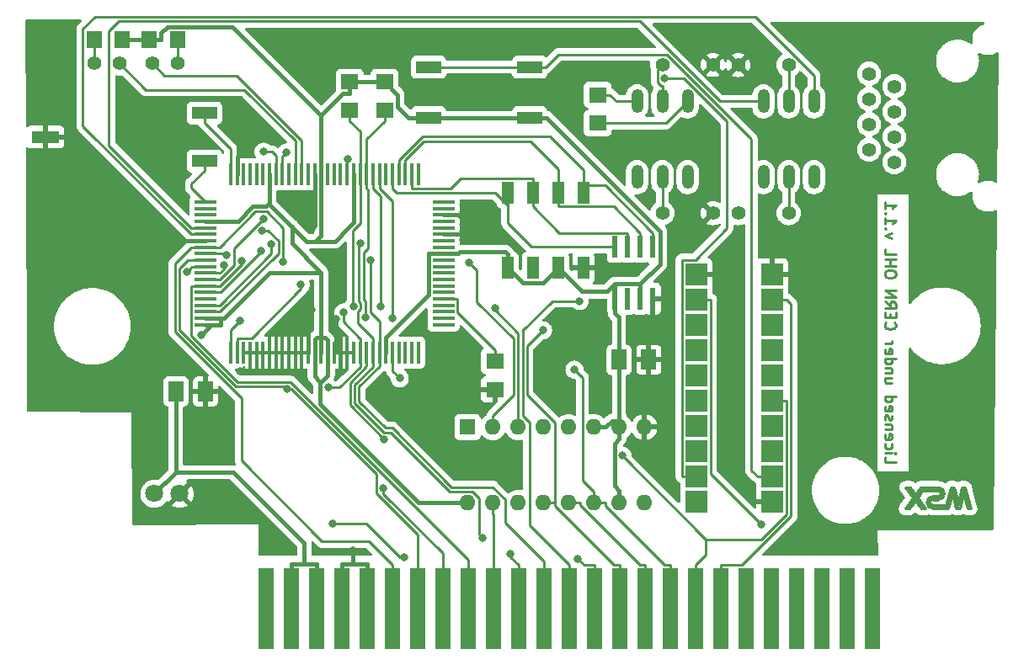
<source format=gbr>
%TF.GenerationSoftware,KiCad,Pcbnew,(6.0.5)*%
%TF.CreationDate,2022-11-15T14:41:10-03:00*%
%TF.ProjectId,obsonet_1,6f62736f-6e65-4745-9f31-2e6b69636164,rev?*%
%TF.SameCoordinates,Original*%
%TF.FileFunction,Copper,L2,Bot*%
%TF.FilePolarity,Positive*%
%FSLAX46Y46*%
G04 Gerber Fmt 4.6, Leading zero omitted, Abs format (unit mm)*
G04 Created by KiCad (PCBNEW (6.0.5)) date 2022-11-15 14:41:10*
%MOMM*%
%LPD*%
G01*
G04 APERTURE LIST*
%ADD10C,0.254000*%
%TA.AperFunction,NonConductor*%
%ADD11C,0.254000*%
%TD*%
%TA.AperFunction,EtchedComponent*%
%ADD12C,0.254000*%
%TD*%
%TA.AperFunction,ComponentPad*%
%ADD13C,1.800000*%
%TD*%
%TA.AperFunction,ComponentPad*%
%ADD14C,1.408000*%
%TD*%
%TA.AperFunction,ComponentPad*%
%ADD15O,1.208000X2.416000*%
%TD*%
%TA.AperFunction,ComponentPad*%
%ADD16R,2.250000X2.250000*%
%TD*%
%TA.AperFunction,SMDPad,CuDef*%
%ADD17R,1.498600X8.128000*%
%TD*%
%TA.AperFunction,SMDPad,CuDef*%
%ADD18R,1.500000X2.000000*%
%TD*%
%TA.AperFunction,SMDPad,CuDef*%
%ADD19R,1.600000X1.803000*%
%TD*%
%TA.AperFunction,SMDPad,CuDef*%
%ADD20R,1.803000X1.600000*%
%TD*%
%TA.AperFunction,SMDPad,CuDef*%
%ADD21R,0.600000X2.200000*%
%TD*%
%TA.AperFunction,SMDPad,CuDef*%
%ADD22R,2.540000X1.270000*%
%TD*%
%TA.AperFunction,SMDPad,CuDef*%
%ADD23R,2.794000X1.270000*%
%TD*%
%TA.AperFunction,ComponentPad*%
%ADD24R,1.600000X1.600000*%
%TD*%
%TA.AperFunction,ComponentPad*%
%ADD25O,1.600000X1.600000*%
%TD*%
%TA.AperFunction,SMDPad,CuDef*%
%ADD26R,1.200000X2.200000*%
%TD*%
%TA.AperFunction,SMDPad,CuDef*%
%ADD27R,0.350000X2.200000*%
%TD*%
%TA.AperFunction,SMDPad,CuDef*%
%ADD28R,2.200000X0.350000*%
%TD*%
%TA.AperFunction,ViaPad*%
%ADD29C,0.800000*%
%TD*%
%TA.AperFunction,Conductor*%
%ADD30C,0.400000*%
%TD*%
%TA.AperFunction,Conductor*%
%ADD31C,0.250000*%
%TD*%
G04 APERTURE END LIST*
D10*
D11*
X185222380Y-116589185D02*
X185222380Y-117112995D01*
X186322380Y-117112995D01*
X185222380Y-116222519D02*
X185955714Y-116222519D01*
X186322380Y-116222519D02*
X186270000Y-116274900D01*
X186217619Y-116222519D01*
X186270000Y-116170138D01*
X186322380Y-116222519D01*
X186217619Y-116222519D01*
X185274761Y-115227280D02*
X185222380Y-115332042D01*
X185222380Y-115541566D01*
X185274761Y-115646328D01*
X185327142Y-115698709D01*
X185431904Y-115751090D01*
X185746190Y-115751090D01*
X185850952Y-115698709D01*
X185903333Y-115646328D01*
X185955714Y-115541566D01*
X185955714Y-115332042D01*
X185903333Y-115227280D01*
X185274761Y-114336804D02*
X185222380Y-114441566D01*
X185222380Y-114651090D01*
X185274761Y-114755852D01*
X185379523Y-114808233D01*
X185798571Y-114808233D01*
X185903333Y-114755852D01*
X185955714Y-114651090D01*
X185955714Y-114441566D01*
X185903333Y-114336804D01*
X185798571Y-114284423D01*
X185693809Y-114284423D01*
X185589047Y-114808233D01*
X185955714Y-113812995D02*
X185222380Y-113812995D01*
X185850952Y-113812995D02*
X185903333Y-113760614D01*
X185955714Y-113655852D01*
X185955714Y-113498709D01*
X185903333Y-113393947D01*
X185798571Y-113341566D01*
X185222380Y-113341566D01*
X185274761Y-112870138D02*
X185222380Y-112765376D01*
X185222380Y-112555852D01*
X185274761Y-112451090D01*
X185379523Y-112398709D01*
X185431904Y-112398709D01*
X185536666Y-112451090D01*
X185589047Y-112555852D01*
X185589047Y-112712995D01*
X185641428Y-112817757D01*
X185746190Y-112870138D01*
X185798571Y-112870138D01*
X185903333Y-112817757D01*
X185955714Y-112712995D01*
X185955714Y-112555852D01*
X185903333Y-112451090D01*
X185274761Y-111508233D02*
X185222380Y-111612995D01*
X185222380Y-111822519D01*
X185274761Y-111927280D01*
X185379523Y-111979661D01*
X185798571Y-111979661D01*
X185903333Y-111927280D01*
X185955714Y-111822519D01*
X185955714Y-111612995D01*
X185903333Y-111508233D01*
X185798571Y-111455852D01*
X185693809Y-111455852D01*
X185589047Y-111979661D01*
X185222380Y-110512995D02*
X186322380Y-110512995D01*
X185274761Y-110512995D02*
X185222380Y-110617757D01*
X185222380Y-110827280D01*
X185274761Y-110932042D01*
X185327142Y-110984423D01*
X185431904Y-111036804D01*
X185746190Y-111036804D01*
X185850952Y-110984423D01*
X185903333Y-110932042D01*
X185955714Y-110827280D01*
X185955714Y-110617757D01*
X185903333Y-110512995D01*
X185955714Y-108679661D02*
X185222380Y-108679661D01*
X185955714Y-109151090D02*
X185379523Y-109151090D01*
X185274761Y-109098709D01*
X185222380Y-108993947D01*
X185222380Y-108836804D01*
X185274761Y-108732042D01*
X185327142Y-108679661D01*
X185955714Y-108155852D02*
X185222380Y-108155852D01*
X185850952Y-108155852D02*
X185903333Y-108103471D01*
X185955714Y-107998709D01*
X185955714Y-107841566D01*
X185903333Y-107736804D01*
X185798571Y-107684423D01*
X185222380Y-107684423D01*
X185222380Y-106689185D02*
X186322380Y-106689185D01*
X185274761Y-106689185D02*
X185222380Y-106793947D01*
X185222380Y-107003471D01*
X185274761Y-107108233D01*
X185327142Y-107160614D01*
X185431904Y-107212995D01*
X185746190Y-107212995D01*
X185850952Y-107160614D01*
X185903333Y-107108233D01*
X185955714Y-107003471D01*
X185955714Y-106793947D01*
X185903333Y-106689185D01*
X185274761Y-105746328D02*
X185222380Y-105851090D01*
X185222380Y-106060614D01*
X185274761Y-106165376D01*
X185379523Y-106217757D01*
X185798571Y-106217757D01*
X185903333Y-106165376D01*
X185955714Y-106060614D01*
X185955714Y-105851090D01*
X185903333Y-105746328D01*
X185798571Y-105693947D01*
X185693809Y-105693947D01*
X185589047Y-106217757D01*
X185222380Y-105222519D02*
X185955714Y-105222519D01*
X185746190Y-105222519D02*
X185850952Y-105170138D01*
X185903333Y-105117757D01*
X185955714Y-105012995D01*
X185955714Y-104908233D01*
X185327142Y-103074900D02*
X185274761Y-103127280D01*
X185222380Y-103284423D01*
X185222380Y-103389185D01*
X185274761Y-103546328D01*
X185379523Y-103651090D01*
X185484285Y-103703471D01*
X185693809Y-103755852D01*
X185850952Y-103755852D01*
X186060476Y-103703471D01*
X186165238Y-103651090D01*
X186270000Y-103546328D01*
X186322380Y-103389185D01*
X186322380Y-103284423D01*
X186270000Y-103127280D01*
X186217619Y-103074900D01*
X185798571Y-102603471D02*
X185798571Y-102236804D01*
X185222380Y-102079661D02*
X185222380Y-102603471D01*
X186322380Y-102603471D01*
X186322380Y-102079661D01*
X185222380Y-100979661D02*
X185746190Y-101346328D01*
X185222380Y-101608233D02*
X186322380Y-101608233D01*
X186322380Y-101189185D01*
X186270000Y-101084423D01*
X186217619Y-101032042D01*
X186112857Y-100979661D01*
X185955714Y-100979661D01*
X185850952Y-101032042D01*
X185798571Y-101084423D01*
X185746190Y-101189185D01*
X185746190Y-101608233D01*
X185222380Y-100508233D02*
X186322380Y-100508233D01*
X185222380Y-99879661D01*
X186322380Y-99879661D01*
X186322380Y-98308233D02*
X186322380Y-98098709D01*
X186270000Y-97993947D01*
X186165238Y-97889185D01*
X185955714Y-97836804D01*
X185589047Y-97836804D01*
X185379523Y-97889185D01*
X185274761Y-97993947D01*
X185222380Y-98098709D01*
X185222380Y-98308233D01*
X185274761Y-98412995D01*
X185379523Y-98517757D01*
X185589047Y-98570138D01*
X185955714Y-98570138D01*
X186165238Y-98517757D01*
X186270000Y-98412995D01*
X186322380Y-98308233D01*
X185222380Y-97365376D02*
X186322380Y-97365376D01*
X185798571Y-97365376D02*
X185798571Y-96736804D01*
X185222380Y-96736804D02*
X186322380Y-96736804D01*
X185222380Y-95689185D02*
X185222380Y-96212995D01*
X186322380Y-96212995D01*
X185955714Y-94589185D02*
X185222380Y-94327280D01*
X185955714Y-94065376D01*
X185327142Y-93646328D02*
X185274761Y-93593947D01*
X185222380Y-93646328D01*
X185274761Y-93698709D01*
X185327142Y-93646328D01*
X185222380Y-93646328D01*
X185222380Y-92546328D02*
X185222380Y-93174900D01*
X185222380Y-92860614D02*
X186322380Y-92860614D01*
X186165238Y-92965376D01*
X186060476Y-93070138D01*
X186008095Y-93174900D01*
X185327142Y-92074900D02*
X185274761Y-92022519D01*
X185222380Y-92074900D01*
X185274761Y-92127280D01*
X185327142Y-92074900D01*
X185222380Y-92074900D01*
X185222380Y-90974900D02*
X185222380Y-91603471D01*
X185222380Y-91289185D02*
X186322380Y-91289185D01*
X186165238Y-91393947D01*
X186060476Y-91498709D01*
X186008095Y-91603471D01*
D12*
%TO.C,U$2*%
X187699800Y-121819500D02*
X188284000Y-121006700D01*
X188995200Y-121667100D02*
X187649000Y-119787500D01*
X192602000Y-121082900D02*
X192195600Y-119660500D01*
X190595400Y-120549500D02*
X190087400Y-120549500D01*
X193135400Y-120346300D02*
X193516400Y-121819500D01*
X187776000Y-119660500D02*
X187318800Y-119660500D01*
X190087400Y-121819500D02*
X191611400Y-121819500D01*
X187318800Y-119660500D02*
X188080800Y-120701900D01*
X190595400Y-119863700D02*
X188919000Y-119863700D01*
X189020600Y-120041500D02*
X190595400Y-120041500D01*
X188817400Y-119660500D02*
X188309400Y-120371700D01*
X192017800Y-119812900D02*
X191484400Y-121616300D01*
X192017800Y-120371700D02*
X192398800Y-121819500D01*
X192398800Y-121819500D02*
X192754400Y-121819500D01*
X187268000Y-121819500D02*
X187699800Y-121819500D01*
X193897400Y-121819500D02*
X193338600Y-119660500D01*
X191484400Y-121616300D02*
X190036600Y-121616300D01*
X190036600Y-120752700D02*
X190570000Y-120752700D01*
X191611400Y-121819500D02*
X192017800Y-120371700D01*
X192195600Y-119660500D02*
X191840000Y-119660500D01*
X192957600Y-119660500D02*
X192602000Y-121082900D01*
X192576600Y-121641700D02*
X192017800Y-119812900D01*
X188284000Y-121006700D02*
X188868200Y-121819500D01*
X191840000Y-119660500D02*
X191357400Y-121438500D01*
X188538000Y-120701900D02*
X189020600Y-120041500D01*
X190062000Y-120930500D02*
X190595400Y-120930500D01*
X188919000Y-119863700D02*
X187598200Y-121641700D01*
X188868200Y-121819500D02*
X189325400Y-121819500D01*
X192754400Y-121819500D02*
X193135400Y-120346300D01*
X193516400Y-121819500D02*
X193897400Y-121819500D01*
X190595400Y-119660500D02*
X188817400Y-119660500D01*
X193135400Y-119812900D02*
X192576600Y-121641700D01*
X191357400Y-121438500D02*
X190036600Y-121438500D01*
X188080800Y-120701900D02*
X187268000Y-121819500D01*
X193338600Y-119660500D02*
X192957600Y-119660500D01*
X193668800Y-121667100D02*
X193135400Y-119812900D01*
X189325400Y-121819500D02*
X188538000Y-120701900D01*
X188309400Y-120371700D02*
X187776000Y-119660500D01*
X190036600Y-120752700D02*
G75*
G03*
X190036600Y-121616300I0J-431800D01*
G01*
X190570000Y-120752704D02*
G75*
G03*
X190595402Y-119863702I0J444864D01*
G01*
X190595400Y-120549500D02*
G75*
G03*
X190595400Y-120041500I0J254000D01*
G01*
X190087400Y-120549500D02*
G75*
G03*
X190087400Y-121819500I0J-635000D01*
G01*
X190595400Y-120930500D02*
G75*
G03*
X190595400Y-119660500I0J635000D01*
G01*
X190062001Y-120930510D02*
G75*
G03*
X190036600Y-121438500I-25401J-253360D01*
G01*
%TD*%
D13*
%TO.P,C6,+*%
%TO.N,VCC*%
X111800000Y-120300000D03*
%TO.P,C6,-*%
%TO.N,GND*%
X114340000Y-120300000D03*
%TD*%
D14*
%TO.P,CON2,1*%
%TO.N,Net-(CON2-Pad1)*%
X186190000Y-86945000D03*
%TO.P,CON2,2*%
%TO.N,Net-(CON2-Pad2)*%
X183650000Y-85675000D03*
%TO.P,CON2,3*%
%TO.N,Net-(CON2-Pad3)*%
X186190000Y-84405000D03*
%TO.P,CON2,4*%
%TO.N,Net-(CON2-Pad4)*%
X183650000Y-83135000D03*
%TO.P,CON2,5*%
%TO.N,Net-(CON2-Pad5)*%
X186190000Y-81865000D03*
%TO.P,CON2,6*%
%TO.N,Net-(CON2-Pad6)*%
X183650000Y-80595000D03*
%TO.P,CON2,7*%
%TO.N,Net-(CON2-Pad7)*%
X186190000Y-79325000D03*
%TO.P,CON2,8*%
%TO.N,Net-(CON2-Pad8)*%
X183650000Y-78055000D03*
%TD*%
D15*
%TO.P,TF1,1*%
%TO.N,/TPOUT+*%
X178107300Y-80839100D03*
%TO.P,TF1,2*%
%TO.N,Net-(C7-Pad2)*%
X175567300Y-80839100D03*
%TO.P,TF1,3*%
%TO.N,/TPOUT-*%
X173027300Y-80839100D03*
%TO.P,TF1,6*%
%TO.N,/TPIN+*%
X165407300Y-80839100D03*
%TO.P,TF1,7*%
%TO.N,Net-(C8-Pad2)*%
X162867300Y-80839100D03*
%TO.P,TF1,8*%
%TO.N,/TPIN-*%
X160327300Y-80839100D03*
%TO.P,TF1,9*%
%TO.N,Net-(CON2-Pad6)*%
X160327300Y-88459100D03*
%TO.P,TF1,10*%
%TO.N,Net-(C9-Pad1)*%
X162867300Y-88459100D03*
%TO.P,TF1,11*%
%TO.N,Net-(CON2-Pad3)*%
X165407300Y-88459100D03*
%TO.P,TF1,14*%
%TO.N,Net-(CON2-Pad2)*%
X173027300Y-88459100D03*
%TO.P,TF1,15*%
%TO.N,Net-(C10-Pad1)*%
X175567300Y-88459100D03*
%TO.P,TF1,16*%
%TO.N,Net-(CON2-Pad1)*%
X178107300Y-88459100D03*
%TD*%
D14*
%TO.P,C7,1*%
%TO.N,GND*%
X170487300Y-77187800D03*
%TO.P,C7,2*%
%TO.N,Net-(C7-Pad2)*%
X175567300Y-77187800D03*
%TD*%
%TO.P,C8,1*%
%TO.N,GND*%
X167947400Y-77170000D03*
%TO.P,C8,2*%
%TO.N,Net-(C8-Pad2)*%
X162867400Y-77170000D03*
%TD*%
%TO.P,C9,1*%
%TO.N,Net-(C9-Pad1)*%
X162867400Y-92078600D03*
%TO.P,C9,2*%
%TO.N,GND*%
X167947400Y-92078600D03*
%TD*%
%TO.P,C10,1*%
%TO.N,Net-(C10-Pad1)*%
X175567300Y-92078600D03*
%TO.P,C10,2*%
%TO.N,GND*%
X170487300Y-92078600D03*
%TD*%
D16*
%TO.P,IC6,1*%
%TO.N,GND*%
X173900000Y-121100000D03*
%TO.P,IC6,2*%
%TO.N,Net-(IC6-Pad2)*%
X173900000Y-118560000D03*
%TO.P,IC6,3*%
%TO.N,/~{MERQ}*%
X173900000Y-116020000D03*
%TO.P,IC6,4*%
%TO.N,/~{RD}*%
X173900000Y-113480000D03*
%TO.P,IC6,5*%
%TO.N,/~{RESET}*%
X173900000Y-110940000D03*
%TO.P,IC6,6*%
%TO.N,/A15*%
X173900000Y-108400000D03*
%TO.P,IC6,7*%
%TO.N,/A14*%
X173900000Y-105860000D03*
%TO.P,IC6,8*%
%TO.N,/~{H/L}*%
X173900000Y-103320000D03*
%TO.P,IC6,9*%
%TO.N,/~{WR}*%
X173900000Y-100780000D03*
%TO.P,IC6,10*%
%TO.N,GND*%
X173900000Y-98240000D03*
%TO.P,IC6,11*%
X166280000Y-98240000D03*
%TO.P,IC6,12*%
%TO.N,/~{BUSDIR}*%
X166280000Y-100780000D03*
%TO.P,IC6,13*%
%TO.N,/NC_13*%
X166280000Y-103320000D03*
%TO.P,IC6,14*%
%TO.N,/NC_14*%
X166280000Y-105860000D03*
%TO.P,IC6,15*%
%TO.N,/RSTDRV*%
X166280000Y-108400000D03*
%TO.P,IC6,16*%
%TO.N,/~{AEN}*%
X166280000Y-110940000D03*
%TO.P,IC6,17*%
%TO.N,/~{OE}*%
X166280000Y-113480000D03*
%TO.P,IC6,18*%
%TO.N,/~{CE_FLASH}*%
X166280000Y-116020000D03*
%TO.P,IC6,19*%
%TO.N,/~{WE}*%
X166280000Y-118560000D03*
%TO.P,IC6,20*%
%TO.N,VCC*%
X166280000Y-121100000D03*
%TD*%
D17*
%TO.P,CON1,1*%
%TO.N,Net-(CON1-Pad1)*%
X183981100Y-131872400D03*
%TO.P,CON1,3*%
%TO.N,Net-(CON1-Pad3)*%
X181441100Y-131872400D03*
%TO.P,CON1,5*%
%TO.N,Net-(CON1-Pad5)*%
X178901100Y-131872400D03*
%TO.P,CON1,7*%
%TO.N,Net-(CON1-Pad7)*%
X176361100Y-131872400D03*
%TO.P,CON1,9*%
%TO.N,Net-(CON1-Pad9)*%
X173821100Y-131872400D03*
%TO.P,CON1,11*%
%TO.N,Net-(CON1-Pad11)*%
X171281100Y-131872400D03*
%TO.P,CON1,13*%
%TO.N,/~{WR}*%
X168741100Y-131872400D03*
%TO.P,CON1,15*%
%TO.N,/~{RESET}*%
X166201100Y-131872400D03*
%TO.P,CON1,17*%
%TO.N,/A9*%
X163661100Y-131872400D03*
%TO.P,CON1,19*%
%TO.N,/A11*%
X161121100Y-131872400D03*
%TO.P,CON1,21*%
%TO.N,/A7*%
X158581100Y-131872400D03*
%TO.P,CON1,23*%
%TO.N,/A12*%
X156041100Y-131872400D03*
%TO.P,CON1,25*%
%TO.N,/A14*%
X153501100Y-131872400D03*
%TO.P,CON1,27*%
%TO.N,/A1*%
X150961100Y-131872400D03*
%TO.P,CON1,29*%
%TO.N,/A3*%
X148421100Y-131872400D03*
%TO.P,CON1,31*%
%TO.N,/A5*%
X145881100Y-131872400D03*
%TO.P,CON1,33*%
%TO.N,/D1*%
X143341100Y-131872400D03*
%TO.P,CON1,35*%
%TO.N,/D3*%
X140801100Y-131872400D03*
%TO.P,CON1,37*%
%TO.N,/D5*%
X138261100Y-131872400D03*
%TO.P,CON1,39*%
%TO.N,/D7*%
X135721100Y-131872400D03*
%TO.P,CON1,41*%
%TO.N,GND*%
X133181100Y-131872400D03*
%TO.P,CON1,43*%
X130641100Y-131872400D03*
%TO.P,CON1,45*%
%TO.N,VCC*%
X128101100Y-131872400D03*
%TO.P,CON1,47*%
X125561100Y-131872400D03*
%TO.P,CON1,49*%
%TO.N,Net-(CON1-Pad49)*%
X123021100Y-131872400D03*
%TD*%
D14*
%TO.P,LED1,A*%
%TO.N,Net-(LED1-PadA)*%
X105717500Y-77029200D03*
%TO.P,LED1,K*%
%TO.N,Net-(IC4-Pad61)*%
X108257500Y-77029200D03*
%TD*%
%TO.P,LED2,A*%
%TO.N,Net-(LED2-PadA)*%
X114131100Y-77029100D03*
%TO.P,LED2,K*%
%TO.N,Net-(IC4-Pad62)*%
X111591100Y-77029100D03*
%TD*%
D18*
%TO.P,C1,1*%
%TO.N,VCC*%
X113950000Y-110030000D03*
%TO.P,C1,2*%
%TO.N,GND*%
X116950000Y-110030000D03*
%TD*%
%TO.P,C4,1*%
%TO.N,VCC*%
X158500000Y-106830000D03*
%TO.P,C4,2*%
%TO.N,GND*%
X161500000Y-106830000D03*
%TD*%
D19*
%TO.P,R2,1*%
%TO.N,Net-(LED2-PadA)*%
X114124400Y-74647900D03*
%TO.P,R2,2*%
%TO.N,VCC*%
X111280400Y-74647900D03*
%TD*%
%TO.P,R3,1*%
%TO.N,Net-(LED1-PadA)*%
X105724000Y-74647900D03*
%TO.P,R3,2*%
%TO.N,VCC*%
X108568000Y-74647900D03*
%TD*%
D20*
%TO.P,R4,1*%
%TO.N,/BROM-A16*%
X134927300Y-81721300D03*
%TO.P,R4,2*%
%TO.N,VCC*%
X134927300Y-78877300D03*
%TD*%
%TO.P,R5,1*%
%TO.N,/BROM-A17*%
X131434800Y-81721300D03*
%TO.P,R5,2*%
%TO.N,VCC*%
X131434800Y-78877300D03*
%TD*%
%TO.P,R6,1*%
%TO.N,GND*%
X146039900Y-109820100D03*
%TO.P,R6,2*%
%TO.N,Net-(IC4-Pad96)*%
X146039900Y-106976100D03*
%TD*%
%TO.P,R7,1*%
%TO.N,/TPIN+*%
X156358700Y-83023100D03*
%TO.P,R7,2*%
%TO.N,/TPIN-*%
X156358700Y-80179100D03*
%TD*%
D21*
%TO.P,IC2,1*%
%TO.N,/EECS*%
X158104900Y-95479300D03*
%TO.P,IC2,2*%
%TO.N,/EESK*%
X159374900Y-95479300D03*
%TO.P,IC2,3*%
%TO.N,/EEDI*%
X160644900Y-95479300D03*
%TO.P,IC2,4*%
%TO.N,/EEDO*%
X161914900Y-95479300D03*
%TO.P,IC2,5*%
%TO.N,GND*%
X161914900Y-100679300D03*
%TO.P,IC2,6*%
%TO.N,VCC*%
X160644900Y-100679300D03*
%TO.P,IC2,7*%
%TO.N,Net-(IC2-Pad7)*%
X159374900Y-100679300D03*
%TO.P,IC2,8*%
%TO.N,VCC*%
X158104900Y-100679300D03*
%TD*%
D22*
%TO.P,Q1,1*%
%TO.N,Net-(IC4-Pad51)*%
X116829900Y-82013800D03*
%TO.P,Q1,2*%
%TO.N,Net-(IC4-Pad50)*%
X116829900Y-86839800D03*
D23*
%TO.P,Q1,3*%
%TO.N,GND*%
X100827900Y-84426800D03*
%TD*%
D24*
%TO.P,IC3,1*%
%TO.N,/A13*%
X143285000Y-113590000D03*
D25*
%TO.P,IC3,2*%
%TO.N,/A8*%
X145825000Y-113590000D03*
%TO.P,IC3,3*%
%TO.N,/A6*%
X148365000Y-113590000D03*
%TO.P,IC3,4*%
%TO.N,/A10*%
X150905000Y-113590000D03*
%TO.P,IC3,5*%
%TO.N,VCC*%
X153445000Y-113590000D03*
%TO.P,IC3,6*%
X155985000Y-113590000D03*
%TO.P,IC3,7*%
X158525000Y-113590000D03*
%TO.P,IC3,8*%
%TO.N,GND*%
X161065000Y-113590000D03*
%TO.P,IC3,9*%
%TO.N,/~{H/L}*%
X161065000Y-121210000D03*
%TO.P,IC3,10*%
%TO.N,VCC*%
X158525000Y-121210000D03*
%TO.P,IC3,11*%
%TO.N,/A9*%
X155985000Y-121210000D03*
%TO.P,IC3,12*%
%TO.N,/A11*%
X153445000Y-121210000D03*
%TO.P,IC3,13*%
%TO.N,/A7*%
X150905000Y-121210000D03*
%TO.P,IC3,14*%
%TO.N,/A12*%
X148365000Y-121210000D03*
%TO.P,IC3,15*%
%TO.N,/A5*%
X145825000Y-121210000D03*
%TO.P,IC3,16*%
%TO.N,VCC*%
X143285000Y-121210000D03*
%TD*%
D22*
%TO.P,SW1,P*%
%TO.N,VCC*%
X139372400Y-82490100D03*
%TO.P,SW1,P@1*%
X149532400Y-82490100D03*
%TO.P,SW1,S*%
%TO.N,Net-(IC6-Pad2)*%
X139372400Y-77410100D03*
%TO.P,SW1,S@1*%
X149532400Y-77410100D03*
%TD*%
D26*
%TO.P,IC5,1*%
%TO.N,/EECS*%
X147309900Y-89993100D03*
%TO.P,IC5,2*%
%TO.N,/EESK*%
X149849900Y-89993100D03*
%TO.P,IC5,3*%
%TO.N,/EEDI*%
X152389900Y-89993100D03*
%TO.P,IC5,4*%
%TO.N,/EEDO*%
X154929900Y-89993100D03*
%TO.P,IC5,5*%
%TO.N,GND*%
X154929900Y-97593100D03*
%TO.P,IC5,6*%
%TO.N,VCC*%
X152389900Y-97593100D03*
%TO.P,IC5,7*%
%TO.N,Net-(IC5-Pad7)*%
X149849900Y-97593100D03*
%TO.P,IC5,8*%
%TO.N,VCC*%
X147309900Y-97593100D03*
%TD*%
D27*
%TO.P,IC4,1*%
%TO.N,Net-(IC4-Pad1)*%
X138319900Y-106091800D03*
%TO.P,IC4,2*%
%TO.N,Net-(IC4-Pad2)*%
X137669900Y-106091800D03*
%TO.P,IC4,3*%
%TO.N,Net-(IC4-Pad3)*%
X137019900Y-106091800D03*
%TO.P,IC4,4*%
%TO.N,Net-(IC4-Pad4)*%
X136369900Y-106091800D03*
%TO.P,IC4,5*%
%TO.N,/A0*%
X135719900Y-106091800D03*
%TO.P,IC4,6*%
%TO.N,VCC*%
X135069900Y-106091800D03*
%TO.P,IC4,7*%
%TO.N,/A1*%
X134419900Y-106091800D03*
%TO.P,IC4,8*%
%TO.N,/A2*%
X133769900Y-106091800D03*
%TO.P,IC4,9*%
%TO.N,/A3*%
X133119900Y-106091800D03*
%TO.P,IC4,10*%
%TO.N,/A4*%
X132469900Y-106091800D03*
%TO.P,IC4,11*%
%TO.N,GND*%
X131819900Y-106091800D03*
%TO.P,IC4,12*%
X131169900Y-106091800D03*
%TO.P,IC4,13*%
X130519900Y-106091800D03*
%TO.P,IC4,14*%
X129869900Y-106091800D03*
%TO.P,IC4,15*%
%TO.N,VCC*%
X129219900Y-106091800D03*
%TO.P,IC4,16*%
X128569900Y-106091800D03*
%TO.P,IC4,17*%
X127919900Y-106091800D03*
%TO.P,IC4,18*%
%TO.N,GND*%
X127269900Y-106091800D03*
%TO.P,IC4,19*%
X126619900Y-106091800D03*
%TO.P,IC4,20*%
X125969900Y-106091800D03*
%TO.P,IC4,21*%
X125319900Y-106091800D03*
%TO.P,IC4,22*%
X124669900Y-106091800D03*
%TO.P,IC4,23*%
X124019900Y-106091800D03*
%TO.P,IC4,24*%
X123369900Y-106091800D03*
%TO.P,IC4,25*%
X122719900Y-106091800D03*
%TO.P,IC4,26*%
X122069900Y-106091800D03*
%TO.P,IC4,27*%
X121419900Y-106091800D03*
%TO.P,IC4,28*%
X120769900Y-106091800D03*
%TO.P,IC4,29*%
%TO.N,/~{OE}*%
X120119900Y-106091800D03*
%TO.P,IC4,30*%
%TO.N,/~{WE}*%
X119469900Y-106091800D03*
D28*
%TO.P,IC4,31*%
%TO.N,VCC*%
X116929900Y-103301800D03*
%TO.P,IC4,32*%
X116929900Y-102651800D03*
%TO.P,IC4,33*%
%TO.N,/RSTDRV*%
X116929900Y-102001800D03*
%TO.P,IC4,34*%
%TO.N,/~{AEN}*%
X116929900Y-101351800D03*
%TO.P,IC4,35*%
%TO.N,Net-(IC4-Pad35)*%
X116929900Y-100701800D03*
%TO.P,IC4,36*%
%TO.N,/D0*%
X116929900Y-100051800D03*
%TO.P,IC4,37*%
%TO.N,/D1*%
X116929900Y-99401800D03*
%TO.P,IC4,38*%
%TO.N,/D2*%
X116929900Y-98751800D03*
%TO.P,IC4,39*%
%TO.N,/D3*%
X116929900Y-98101800D03*
%TO.P,IC4,40*%
%TO.N,/D4*%
X116929900Y-97451800D03*
%TO.P,IC4,41*%
%TO.N,/D5*%
X116929900Y-96801800D03*
%TO.P,IC4,42*%
%TO.N,/D6*%
X116929900Y-96151800D03*
%TO.P,IC4,43*%
%TO.N,/D7*%
X116929900Y-95501800D03*
%TO.P,IC4,44*%
%TO.N,GND*%
X116929900Y-94851800D03*
%TO.P,IC4,45*%
%TO.N,/TPOUT+*%
X116929900Y-94201800D03*
%TO.P,IC4,46*%
%TO.N,/TPOUT-*%
X116929900Y-93551800D03*
%TO.P,IC4,47*%
%TO.N,VCC*%
X116929900Y-92901800D03*
%TO.P,IC4,48*%
%TO.N,Net-(IC4-Pad48)*%
X116929900Y-92251800D03*
%TO.P,IC4,49*%
%TO.N,Net-(IC4-Pad49)*%
X116929900Y-91601800D03*
%TO.P,IC4,50*%
%TO.N,Net-(IC4-Pad50)*%
X116929900Y-90951800D03*
D27*
%TO.P,IC4,51*%
%TO.N,Net-(IC4-Pad51)*%
X119469900Y-88161800D03*
%TO.P,IC4,52*%
%TO.N,GND*%
X120119900Y-88161800D03*
%TO.P,IC4,53*%
%TO.N,Net-(IC4-Pad53)*%
X120769900Y-88161800D03*
%TO.P,IC4,54*%
%TO.N,Net-(IC4-Pad54)*%
X121419900Y-88161800D03*
%TO.P,IC4,55*%
%TO.N,Net-(IC4-Pad55)*%
X122069900Y-88161800D03*
%TO.P,IC4,56*%
%TO.N,Net-(IC4-Pad56)*%
X122719900Y-88161800D03*
%TO.P,IC4,57*%
%TO.N,VCC*%
X123369900Y-88161800D03*
%TO.P,IC4,58*%
%TO.N,/TPIN-*%
X124019900Y-88161800D03*
%TO.P,IC4,59*%
%TO.N,/TPIN+*%
X124669900Y-88161800D03*
%TO.P,IC4,60*%
%TO.N,Net-(IC4-Pad60)*%
X125319900Y-88161800D03*
%TO.P,IC4,61*%
%TO.N,Net-(IC4-Pad61)*%
X125969900Y-88161800D03*
%TO.P,IC4,62*%
%TO.N,Net-(IC4-Pad62)*%
X126619900Y-88161800D03*
%TO.P,IC4,63*%
%TO.N,Net-(IC4-Pad63)*%
X127269900Y-88161800D03*
%TO.P,IC4,64*%
%TO.N,GND*%
X127919900Y-88161800D03*
%TO.P,IC4,65*%
%TO.N,VCC*%
X128569900Y-88161800D03*
%TO.P,IC4,66*%
%TO.N,Net-(IC4-Pad66)*%
X129219900Y-88161800D03*
%TO.P,IC4,67*%
%TO.N,Net-(IC4-Pad67)*%
X129869900Y-88161800D03*
%TO.P,IC4,68*%
%TO.N,Net-(IC4-Pad68)*%
X130519900Y-88161800D03*
%TO.P,IC4,69*%
%TO.N,/BROM-A18*%
X131169900Y-88161800D03*
%TO.P,IC4,70*%
%TO.N,VCC*%
X131819900Y-88161800D03*
%TO.P,IC4,71*%
%TO.N,/BROM-A17*%
X132469900Y-88161800D03*
%TO.P,IC4,72*%
%TO.N,/BROM-A16*%
X133119900Y-88161800D03*
%TO.P,IC4,73*%
%TO.N,/BROM-A15*%
X133769900Y-88161800D03*
%TO.P,IC4,74*%
%TO.N,/BROM-A14*%
X134419900Y-88161800D03*
%TO.P,IC4,75*%
%TO.N,Net-(IC4-Pad75)*%
X135069900Y-88161800D03*
%TO.P,IC4,76*%
%TO.N,/EECS*%
X135719900Y-88161800D03*
%TO.P,IC4,77*%
%TO.N,/EEDO*%
X136369900Y-88161800D03*
%TO.P,IC4,78*%
%TO.N,/EEDI*%
X137019900Y-88161800D03*
%TO.P,IC4,79*%
%TO.N,/EESK*%
X137669900Y-88161800D03*
%TO.P,IC4,80*%
%TO.N,Net-(IC4-Pad80)*%
X138319900Y-88161800D03*
D28*
%TO.P,IC4,81*%
%TO.N,Net-(IC4-Pad81)*%
X140859900Y-90951800D03*
%TO.P,IC4,82*%
%TO.N,Net-(IC4-Pad82)*%
X140859900Y-91601800D03*
%TO.P,IC4,83*%
%TO.N,GND*%
X140859900Y-92251800D03*
%TO.P,IC4,84*%
%TO.N,Net-(IC4-Pad84)*%
X140859900Y-92901800D03*
%TO.P,IC4,85*%
%TO.N,Net-(IC4-Pad85)*%
X140859900Y-93551800D03*
%TO.P,IC4,86*%
%TO.N,GND*%
X140859900Y-94201800D03*
%TO.P,IC4,87*%
%TO.N,Net-(IC4-Pad87)*%
X140859900Y-94851800D03*
%TO.P,IC4,88*%
%TO.N,Net-(IC4-Pad88)*%
X140859900Y-95501800D03*
%TO.P,IC4,89*%
%TO.N,VCC*%
X140859900Y-96151800D03*
%TO.P,IC4,90*%
%TO.N,Net-(IC4-Pad90)*%
X140859900Y-96801800D03*
%TO.P,IC4,91*%
%TO.N,Net-(IC4-Pad91)*%
X140859900Y-97451800D03*
%TO.P,IC4,92*%
%TO.N,Net-(IC4-Pad92)*%
X140859900Y-98101800D03*
%TO.P,IC4,93*%
%TO.N,Net-(IC4-Pad93)*%
X140859900Y-98751800D03*
%TO.P,IC4,94*%
%TO.N,Net-(IC4-Pad94)*%
X140859900Y-99401800D03*
%TO.P,IC4,95*%
%TO.N,Net-(IC4-Pad95)*%
X140859900Y-100051800D03*
%TO.P,IC4,96*%
%TO.N,Net-(IC4-Pad96)*%
X140859900Y-100701800D03*
%TO.P,IC4,97*%
%TO.N,Net-(IC4-Pad97)*%
X140859900Y-101351800D03*
%TO.P,IC4,98*%
%TO.N,Net-(IC4-Pad98)*%
X140859900Y-102001800D03*
%TO.P,IC4,99*%
%TO.N,Net-(IC4-Pad99)*%
X140859900Y-102651800D03*
%TO.P,IC4,100*%
%TO.N,Net-(IC4-Pad100)*%
X140859900Y-103301800D03*
%TD*%
D29*
%TO.N,GND*%
X127600000Y-101760000D03*
X142880000Y-94760000D03*
X130040000Y-102710000D03*
X127570000Y-93650000D03*
X120400000Y-108020000D03*
X130280000Y-98360000D03*
X131790000Y-126050000D03*
X153630000Y-105040000D03*
X128840000Y-96380000D03*
X160310000Y-98110000D03*
X120750000Y-82760000D03*
X157470000Y-97500000D03*
X150330000Y-107830000D03*
X108890000Y-95850000D03*
X143630000Y-107880000D03*
%TO.N,VCC*%
X116475200Y-104332300D03*
%TO.N,/BROM-A16*%
X133016800Y-102589400D03*
%TO.N,/BROM-A17*%
X131807000Y-101422000D03*
%TO.N,/TPIN+*%
X125062500Y-85969100D03*
%TO.N,/TPIN-*%
X122775000Y-85896100D03*
%TO.N,/A12*%
X154363400Y-126839000D03*
%TO.N,/A7*%
X150865349Y-103874651D03*
%TO.N,/A9*%
X154028500Y-107820000D03*
%TO.N,/A6*%
X146027701Y-101652299D03*
%TO.N,/A8*%
X143447299Y-97022701D03*
%TO.N,/~{WE}*%
X120415900Y-102900000D03*
X163110600Y-78527300D03*
%TO.N,/~{OE}*%
X126530000Y-99250000D03*
%TO.N,/~{AEN}*%
X123539400Y-95190100D03*
%TO.N,/RSTDRV*%
X122571700Y-93858300D03*
%TO.N,/~{BUSDIR}*%
X172794400Y-123409700D03*
%TO.N,/~{RESET}*%
X158845400Y-116484200D03*
%TO.N,/A14*%
X154540000Y-100920000D03*
%TO.N,/BROM-A14*%
X135719500Y-102677800D03*
%TO.N,/BROM-A15*%
X134562500Y-101500400D03*
%TO.N,/BROM-A18*%
X131230000Y-86620000D03*
%TO.N,/D7*%
X124720000Y-97000000D03*
%TO.N,/D6*%
X119088400Y-96312000D03*
%TO.N,/D5*%
X125153850Y-109799989D03*
%TO.N,/D4*%
X136893600Y-126718600D03*
X115041300Y-98002100D03*
X129700000Y-123270000D03*
%TO.N,/D3*%
X118753400Y-97315400D03*
X134830000Y-119770000D03*
%TO.N,/D2*%
X122784400Y-92657700D03*
%TO.N,/D1*%
X120546900Y-96900400D03*
%TO.N,/D0*%
X122512500Y-95890300D03*
%TO.N,/A4*%
X130807700Y-102069800D03*
X129265092Y-109614419D03*
%TO.N,/A3*%
X147588900Y-126344300D03*
X134914017Y-114865983D03*
%TO.N,/A2*%
X144792700Y-124721100D03*
X132520600Y-95074400D03*
%TO.N,/A1*%
X133541300Y-96837600D03*
%TO.N,/A0*%
X136460000Y-108700000D03*
%TD*%
D30*
%TO.N,GND*%
X159700000Y-97500000D02*
X160310000Y-98110000D01*
X120119900Y-86429900D02*
X120119900Y-88161800D01*
X142359900Y-92251800D02*
X142880000Y-92771900D01*
X133181100Y-127408100D02*
X131681900Y-127408100D01*
X130040000Y-105921700D02*
X129869900Y-106091800D01*
X128840000Y-96380000D02*
X129550000Y-97090000D01*
X142801800Y-94201800D02*
X142880000Y-94280000D01*
X130641100Y-131872400D02*
X130641100Y-127408100D01*
X127269900Y-106091800D02*
X127269900Y-102090100D01*
X157470000Y-97500000D02*
X159700000Y-97500000D01*
X120750000Y-82760000D02*
X120750000Y-85799800D01*
X133181100Y-131872400D02*
X133181100Y-127408100D01*
X140859900Y-94201800D02*
X142801800Y-94201800D01*
X131681900Y-127408100D02*
X130641100Y-127408100D01*
X153120000Y-105040000D02*
X153630000Y-105040000D01*
X108890000Y-95850000D02*
X109888200Y-94851800D01*
X130040000Y-102710000D02*
X130040000Y-105921700D01*
X140859900Y-92251800D02*
X142359900Y-92251800D01*
X109888200Y-94851800D02*
X116929900Y-94851800D01*
X127919900Y-88161800D02*
X127919900Y-93300100D01*
X120750000Y-85799800D02*
X120119900Y-86429900D01*
X131790000Y-126050000D02*
X131790000Y-127300000D01*
X127919900Y-93300100D02*
X127570000Y-93650000D01*
X131790000Y-127300000D02*
X131681900Y-127408100D01*
X150330000Y-107830000D02*
X153120000Y-105040000D01*
X142880000Y-92771900D02*
X142880000Y-94280000D01*
X127269900Y-102090100D02*
X127600000Y-101760000D01*
X142880000Y-94280000D02*
X142880000Y-94760000D01*
%TO.N,VCC*%
X158525000Y-112989800D02*
X158525000Y-112389700D01*
X158104900Y-100679300D02*
X158104900Y-102179600D01*
X150890389Y-99092611D02*
X152389900Y-97593100D01*
X147309900Y-96226400D02*
X147309900Y-97552122D01*
X128101100Y-131872400D02*
X128101100Y-127408100D01*
X158500000Y-106830000D02*
X158500000Y-112364700D01*
X113950000Y-118150000D02*
X111800000Y-120300000D01*
X108568000Y-74647900D02*
X111280400Y-74647900D01*
X125630000Y-93450000D02*
X125630000Y-95133800D01*
X117680100Y-103301800D02*
X117505700Y-103301800D01*
X134927300Y-78877300D02*
X131434800Y-78877300D01*
X158525000Y-121210000D02*
X158525000Y-120009700D01*
X162632200Y-93919600D02*
X162632200Y-97191700D01*
X160644900Y-99329100D02*
X160644900Y-99179000D01*
X129219900Y-108400100D02*
X129219900Y-106091800D01*
X131239580Y-93620420D02*
X129930000Y-94930000D01*
X131819900Y-93027416D02*
X131239580Y-93607736D01*
X139372400Y-82490100D02*
X137340100Y-82490100D01*
X128465581Y-109154419D02*
X129219900Y-108400100D01*
X139359600Y-100301800D02*
X135069900Y-104591500D01*
X128569900Y-82267300D02*
X130759600Y-80077600D01*
X147309900Y-97552122D02*
X148850389Y-99092611D01*
X138384084Y-121210000D02*
X128465581Y-111291497D01*
X125561100Y-131872400D02*
X125561100Y-127558200D01*
X123369900Y-89512000D02*
X123369900Y-89662100D01*
X158045100Y-119529800D02*
X158525000Y-120009700D01*
X155985000Y-113590000D02*
X157185300Y-113590000D01*
X113107400Y-73346000D02*
X112480700Y-73972700D01*
X116929900Y-103301800D02*
X117505700Y-103301800D01*
X118819900Y-102651800D02*
X118430200Y-102651800D01*
X127919900Y-108519900D02*
X128360000Y-108960000D01*
X118430200Y-102651800D02*
X118430200Y-103301800D01*
X128069900Y-104591500D02*
X128569900Y-104591500D01*
X126850000Y-125280000D02*
X126850000Y-127270000D01*
X125630000Y-95133800D02*
X128569900Y-98073700D01*
X127919900Y-106091800D02*
X127919900Y-104741500D01*
X128040000Y-94890000D02*
X128569900Y-94360100D01*
X120213416Y-92901800D02*
X116929900Y-92901800D01*
X121714236Y-91400980D02*
X120213416Y-92901800D01*
X147053500Y-95970000D02*
X142542000Y-95970000D01*
X123369900Y-91209900D02*
X123369900Y-89662100D01*
X139359600Y-96151800D02*
X139359600Y-100301800D01*
X119720000Y-118150000D02*
X126850000Y-125280000D01*
X119648600Y-73346000D02*
X113107400Y-73346000D01*
X158500000Y-102574700D02*
X158500000Y-106830000D01*
X131434800Y-78877300D02*
X131434800Y-80077600D01*
X160644900Y-100679300D02*
X160644900Y-99329100D01*
X131819900Y-88161800D02*
X131819900Y-93027416D01*
X127919900Y-104741500D02*
X128069900Y-104591500D01*
X142360200Y-96151800D02*
X140859900Y-96151800D01*
X158104900Y-100679300D02*
X158104900Y-99179000D01*
X123369900Y-89662100D02*
X123369900Y-91020100D01*
X113950000Y-110030000D02*
X113950000Y-118150000D01*
X147309900Y-96309700D02*
X147309900Y-96226400D01*
X142542000Y-95970000D02*
X142360200Y-96151800D01*
X125561100Y-127558200D02*
X125561100Y-127408100D01*
X158104900Y-102179600D02*
X158500000Y-102574700D01*
X135069900Y-106091800D02*
X135069900Y-104591500D01*
X129930000Y-94930000D02*
X127090000Y-94930000D01*
X151202700Y-82490100D02*
X162632200Y-93919600D01*
X117680100Y-103301800D02*
X118430200Y-103301800D01*
X157323900Y-99960000D02*
X154756800Y-99960000D01*
X128569900Y-98073700D02*
X128569900Y-104591500D01*
X122989020Y-91400980D02*
X121714236Y-91400980D01*
X128465581Y-111291497D02*
X128465581Y-109154419D01*
X158525000Y-113590000D02*
X158525000Y-112989800D01*
X116929900Y-102651800D02*
X118430200Y-102651800D01*
X128929500Y-104591500D02*
X129219900Y-104881900D01*
X128569900Y-88161800D02*
X128569900Y-82267300D01*
X126850000Y-127270000D02*
X126711900Y-127408100D01*
X130759600Y-80077600D02*
X131434800Y-80077600D01*
X127919900Y-106091800D02*
X127919900Y-108519900D01*
X123398000Y-98073700D02*
X118819900Y-102651800D01*
X113950000Y-118150000D02*
X119720000Y-118150000D01*
X128569900Y-94360100D02*
X128569900Y-88161800D01*
X126458100Y-127408100D02*
X128101100Y-127408100D01*
X136228311Y-80178311D02*
X134927300Y-78877300D01*
X117505700Y-103301800D02*
X116475200Y-104332300D01*
X131239580Y-93607736D02*
X131239580Y-93620420D01*
X148850389Y-99092611D02*
X150890389Y-99092611D01*
X147309900Y-97593100D02*
X147309900Y-96309700D01*
X136228311Y-81378311D02*
X136228311Y-80178311D01*
X158525000Y-114790300D02*
X158045100Y-115270200D01*
X160644900Y-99179000D02*
X158104900Y-99179000D01*
X154756800Y-99960000D02*
X152389900Y-97593100D01*
X162632200Y-97191700D02*
X160644900Y-99179000D01*
X149532400Y-82490100D02*
X139372400Y-82490100D01*
X137340100Y-82490100D02*
X136228311Y-81378311D01*
X129219900Y-104881900D02*
X129219900Y-106091800D01*
X111280400Y-74647900D02*
X112480700Y-74647900D01*
X158104900Y-99179000D02*
X157323900Y-99960000D01*
X112480700Y-73972700D02*
X112480700Y-74647900D01*
X123369900Y-91020100D02*
X122989020Y-91400980D01*
X126711900Y-127408100D02*
X126458100Y-127408100D01*
X128569900Y-104591500D02*
X128929500Y-104591500D01*
X128569900Y-98073700D02*
X123398000Y-98073700D01*
X149532400Y-82490100D02*
X151202700Y-82490100D01*
X158525000Y-113590000D02*
X158525000Y-114790300D01*
X125561100Y-127408100D02*
X126458100Y-127408100D01*
X158500000Y-112364700D02*
X158525000Y-112389700D01*
X128569900Y-82267300D02*
X119648600Y-73346000D01*
X157785500Y-112989800D02*
X157185300Y-113590000D01*
X128569900Y-106091800D02*
X128569900Y-104591500D01*
X143285000Y-121210000D02*
X138384084Y-121210000D01*
X123369900Y-88161800D02*
X123369900Y-89512000D01*
X158525000Y-112989800D02*
X157785500Y-112989800D01*
X158045100Y-115270200D02*
X158045100Y-119529800D01*
X147309900Y-96226400D02*
X147053500Y-95970000D01*
X127090000Y-94930000D02*
X123369900Y-91209900D01*
X140859900Y-96151800D02*
X139359600Y-96151800D01*
D31*
%TO.N,Net-(IC6-Pad2)*%
X171820000Y-117930300D02*
X172449700Y-118560000D01*
X172449700Y-118560000D02*
X173900000Y-118560000D01*
X163295400Y-76128800D02*
X171820000Y-84653400D01*
X151127700Y-77410100D02*
X152409000Y-76128800D01*
X139372400Y-77410100D02*
X149532400Y-77410100D01*
X171820000Y-84653400D02*
X171820000Y-117930300D01*
X149532400Y-77410100D02*
X151127700Y-77410100D01*
X152409000Y-76128800D02*
X163295400Y-76128800D01*
%TO.N,Net-(LED2-PadA)*%
X114131100Y-75881400D02*
X114131100Y-77029100D01*
X114124400Y-75874700D02*
X114131100Y-75881400D01*
X114124400Y-74647900D02*
X114124400Y-75874700D01*
%TO.N,Net-(LED1-PadA)*%
X105717500Y-75881200D02*
X105717500Y-77029200D01*
X105724000Y-75874700D02*
X105717500Y-75881200D01*
X105724000Y-74647900D02*
X105724000Y-75874700D01*
%TO.N,/BROM-A16*%
X133119900Y-84654000D02*
X134927300Y-82846600D01*
X133016800Y-102589400D02*
X133016800Y-100969100D01*
X133016800Y-100969100D02*
X132815900Y-100768200D01*
X133119900Y-88161800D02*
X133119900Y-89587100D01*
X134927300Y-81721300D02*
X134927300Y-82846600D01*
X133119900Y-88161800D02*
X133119900Y-84654000D01*
X133266700Y-89733900D02*
X133119900Y-89587100D01*
X132815900Y-96063300D02*
X133266700Y-95612500D01*
X132815900Y-100768200D02*
X132815900Y-96063300D01*
X133266700Y-95612500D02*
X133266700Y-89733900D01*
%TO.N,/BROM-A17*%
X132469900Y-83881700D02*
X131434800Y-82846600D01*
X131764100Y-93825000D02*
X132469900Y-93119200D01*
X131434800Y-81721300D02*
X131434800Y-82846600D01*
X132469900Y-88161800D02*
X132469900Y-83881700D01*
X131764100Y-101379100D02*
X131764100Y-93825000D01*
X132469900Y-93119200D02*
X132469900Y-88161800D01*
X131807000Y-101422000D02*
X131764100Y-101379100D01*
%TO.N,Net-(IC4-Pad96)*%
X146039900Y-106976100D02*
X146039900Y-105850800D01*
X142285200Y-100701800D02*
X142285200Y-102096100D01*
X142285200Y-102096100D02*
X146039900Y-105850800D01*
X140859900Y-100701800D02*
X142285200Y-100701800D01*
%TO.N,/TPIN+*%
X124669900Y-88161800D02*
X124669900Y-86361700D01*
X165407300Y-80839100D02*
X163223300Y-83023100D01*
X163223300Y-83023100D02*
X156358700Y-83023100D01*
X124669900Y-86361700D02*
X125062500Y-85969100D01*
%TO.N,/TPIN-*%
X160327300Y-80839100D02*
X158245500Y-80839100D01*
X122775000Y-85896100D02*
X123616100Y-85896100D01*
X156358700Y-80179100D02*
X157585500Y-80179100D01*
X158245500Y-80839100D02*
X157585500Y-80179100D01*
X124019900Y-86299900D02*
X124019900Y-88161800D01*
X123616100Y-85896100D02*
X124019900Y-86299900D01*
%TO.N,/EEDO*%
X138786400Y-84320000D02*
X151530000Y-84320000D01*
X136369900Y-86736500D02*
X138786400Y-84320000D01*
X154929900Y-87719900D02*
X154929900Y-89280400D01*
X136369900Y-88161800D02*
X136369900Y-86736500D01*
X157141300Y-89280400D02*
X161914900Y-94054000D01*
X161914900Y-95479300D02*
X161914900Y-94054000D01*
X154929900Y-89280400D02*
X157141300Y-89280400D01*
X151530000Y-84320000D02*
X154929900Y-87719900D01*
%TO.N,/EEDI*%
X152389900Y-91418400D02*
X158009300Y-91418400D01*
X137019900Y-88161800D02*
X137019900Y-86722218D01*
X158009300Y-91418400D02*
X160644900Y-94054000D01*
X137019900Y-86722218D02*
X138862118Y-84880000D01*
X152389900Y-89993100D02*
X152389900Y-91418400D01*
X160644900Y-95479300D02*
X160644900Y-94054000D01*
X138862118Y-84880000D02*
X149630000Y-84880000D01*
X149630000Y-84880000D02*
X152389900Y-87639900D01*
X152389900Y-87639900D02*
X152389900Y-89993100D01*
%TO.N,/EECS*%
X136177200Y-90044400D02*
X146048500Y-90044400D01*
X135719900Y-88161800D02*
X135719900Y-89587100D01*
X135719900Y-89587100D02*
X136177200Y-90044400D01*
X149689300Y-95479300D02*
X158104900Y-95479300D01*
X147309900Y-93099900D02*
X149689300Y-95479300D01*
X147309900Y-89993100D02*
X147309900Y-91305800D01*
X146048500Y-90044400D02*
X147309900Y-91305800D01*
X147309900Y-91305800D02*
X147309900Y-93099900D01*
%TO.N,/EESK*%
X149849900Y-89993100D02*
X149849900Y-88567800D01*
X159374900Y-95479300D02*
X159374900Y-94054000D01*
X142602300Y-88567800D02*
X149849900Y-88567800D01*
X141583000Y-89587100D02*
X142602300Y-88567800D01*
X137669900Y-89587100D02*
X141583000Y-89587100D01*
X152485500Y-94054000D02*
X149849900Y-91418400D01*
X149849900Y-89993100D02*
X149849900Y-91418400D01*
X137669900Y-88161800D02*
X137669900Y-89587100D01*
X159374900Y-94054000D02*
X152485500Y-94054000D01*
%TO.N,Net-(IC4-Pad50)*%
X115504600Y-89125400D02*
X116829900Y-87800100D01*
X116829900Y-87800100D02*
X116829900Y-86839800D01*
X116929900Y-90951800D02*
X115504600Y-89526500D01*
X115504600Y-89526500D02*
X115504600Y-89125400D01*
%TO.N,Net-(IC4-Pad51)*%
X119469900Y-88161800D02*
X119469900Y-85614100D01*
X119469900Y-85614100D02*
X116829900Y-82974100D01*
X116829900Y-82013800D02*
X116829900Y-82974100D01*
%TO.N,/TPOUT-*%
X116929900Y-93551800D02*
X115504600Y-93551800D01*
X168642600Y-80839100D02*
X173027300Y-80839100D01*
X160590100Y-72786600D02*
X168642600Y-80839100D01*
X115504600Y-93551800D02*
X107219000Y-85266200D01*
X108223100Y-72786600D02*
X160590100Y-72786600D01*
X107219000Y-85266200D02*
X107219000Y-73790700D01*
X107219000Y-73790700D02*
X108223100Y-72786600D01*
%TO.N,Net-(C10-Pad1)*%
X175567300Y-92078600D02*
X175567300Y-88459100D01*
%TO.N,Net-(C9-Pad1)*%
X162867400Y-92078600D02*
X162867400Y-89992400D01*
X162867300Y-88459100D02*
X162867300Y-89992400D01*
X162867400Y-89992400D02*
X162867300Y-89992400D01*
%TO.N,Net-(C8-Pad2)*%
X162867300Y-80839100D02*
X162867300Y-79305800D01*
X162379100Y-77658300D02*
X162379100Y-78939800D01*
X162745100Y-79305800D02*
X162867300Y-79305800D01*
X162379100Y-78939800D02*
X162745100Y-79305800D01*
X162867400Y-77170000D02*
X162379100Y-77658300D01*
%TO.N,Net-(C7-Pad2)*%
X175567300Y-77187800D02*
X175567300Y-80839100D01*
%TO.N,/TPOUT+*%
X104598600Y-83316300D02*
X104598600Y-73544900D01*
X178107300Y-78244200D02*
X178107300Y-80839100D01*
X115484100Y-94201800D02*
X104598600Y-83316300D01*
X105808300Y-72335200D02*
X172198300Y-72335200D01*
X116929900Y-94201800D02*
X115484100Y-94201800D01*
X172198300Y-72335200D02*
X178107300Y-78244200D01*
X104598600Y-73544900D02*
X105808300Y-72335200D01*
%TO.N,/A5*%
X145825000Y-121210000D02*
X145825000Y-122335300D01*
X145881100Y-122391400D02*
X145825000Y-122335300D01*
X145881100Y-131872400D02*
X145881100Y-122391400D01*
%TO.N,/A12*%
X155007500Y-127483100D02*
X156041100Y-127483100D01*
X154363400Y-126839000D02*
X155007500Y-127483100D01*
X156041100Y-131872400D02*
X156041100Y-127483100D01*
%TO.N,/A7*%
X149264040Y-110358740D02*
X152030300Y-113125000D01*
X152030300Y-121491300D02*
X152030300Y-121210000D01*
X158022100Y-127483100D02*
X152030300Y-121491300D01*
X152030300Y-113125000D02*
X152030300Y-121210000D01*
X150865349Y-103874651D02*
X149264040Y-105475960D01*
X150905000Y-121210000D02*
X152030300Y-121210000D01*
X158581100Y-127483100D02*
X158022100Y-127483100D01*
X158581100Y-131872400D02*
X158581100Y-127483100D01*
X149264040Y-105475960D02*
X149264040Y-110358740D01*
%TO.N,/A11*%
X160644200Y-127483100D02*
X154570300Y-121409200D01*
X154570300Y-121409200D02*
X154570300Y-121210000D01*
X161121100Y-131872400D02*
X161121100Y-127483100D01*
X153445000Y-121210000D02*
X154570300Y-121210000D01*
X161121100Y-127483100D02*
X160644200Y-127483100D01*
%TO.N,/A9*%
X155985000Y-121210000D02*
X155985000Y-120084700D01*
X154859700Y-108651200D02*
X154859700Y-118959400D01*
X154028500Y-107820000D02*
X154859700Y-108651200D01*
X155985000Y-121210000D02*
X157110300Y-121210000D01*
X157110300Y-121491300D02*
X157110300Y-121210000D01*
X163102100Y-127483100D02*
X157110300Y-121491300D01*
X163661100Y-131872400D02*
X163661100Y-127483100D01*
X154859700Y-118959400D02*
X155985000Y-120084700D01*
X163661100Y-127483100D02*
X163102100Y-127483100D01*
%TO.N,/A6*%
X146027701Y-101804399D02*
X148365000Y-104141698D01*
X146027701Y-101652299D02*
X146027701Y-101804399D01*
X148365000Y-104141698D02*
X148365000Y-113590000D01*
%TO.N,/A8*%
X147915480Y-110374220D02*
X145825000Y-112464700D01*
X144220000Y-101021300D02*
X147915480Y-104716780D01*
X144220000Y-97795402D02*
X144220000Y-101021300D01*
X147915480Y-104716780D02*
X147915480Y-110374220D01*
X143447299Y-97022701D02*
X144220000Y-97795402D01*
X145825000Y-112464700D02*
X145825000Y-113590000D01*
%TO.N,/~{WE}*%
X165050400Y-78527300D02*
X169370000Y-82846900D01*
X164829700Y-118560000D02*
X166280000Y-118560000D01*
X164830489Y-96790489D02*
X164829700Y-96791278D01*
X166179511Y-96790489D02*
X164830489Y-96790489D01*
X119469900Y-106091800D02*
X119469900Y-103846000D01*
X119469900Y-103846000D02*
X120415900Y-102900000D01*
X169370000Y-93600000D02*
X166179511Y-96790489D01*
X163110600Y-78527300D02*
X165050400Y-78527300D01*
X169370000Y-82846900D02*
X169370000Y-93600000D01*
X164829700Y-96791278D02*
X164829700Y-118560000D01*
%TO.N,/~{OE}*%
X126530000Y-99702300D02*
X121565800Y-104666500D01*
X126530000Y-99250000D02*
X126530000Y-99702300D01*
X121565800Y-104666500D02*
X120119900Y-104666500D01*
X120119900Y-104666500D02*
X120119900Y-106091800D01*
%TO.N,/~{AEN}*%
X123539400Y-96167600D02*
X123539400Y-95190100D01*
X116929900Y-101351800D02*
X118355200Y-101351800D01*
X118355200Y-101351800D02*
X123539400Y-96167600D01*
%TO.N,/RSTDRV*%
X116929900Y-102001800D02*
X118355200Y-102001800D01*
X123233400Y-93858300D02*
X122571700Y-93858300D01*
X124264700Y-96092300D02*
X124264700Y-94889600D01*
X118355200Y-102001800D02*
X124264700Y-96092300D01*
X124264700Y-94889600D02*
X123233400Y-93858300D01*
%TO.N,/~{BUSDIR}*%
X167730300Y-118345600D02*
X172794400Y-123409700D01*
X167730300Y-100780000D02*
X167730300Y-118345600D01*
X166280000Y-100780000D02*
X167730300Y-100780000D01*
%TO.N,/~{WR}*%
X170881500Y-127483100D02*
X168741100Y-127483100D01*
X175350300Y-100780000D02*
X175812600Y-101242300D01*
X168741100Y-131872400D02*
X168741100Y-127483100D01*
X175812600Y-101242300D02*
X175812600Y-122552000D01*
X175812600Y-122552000D02*
X170881500Y-127483100D01*
X173900000Y-100780000D02*
X175350300Y-100780000D01*
%TO.N,/~{RESET}*%
X175350300Y-122374500D02*
X172835500Y-124889300D01*
X173900000Y-110940000D02*
X175350300Y-110940000D01*
X175350300Y-110940000D02*
X175350300Y-122374500D01*
X172835500Y-124889300D02*
X167250500Y-124889300D01*
X166201100Y-131872400D02*
X166201100Y-127483100D01*
X167250500Y-124889300D02*
X167250500Y-126433700D01*
X167250500Y-126433700D02*
X166201100Y-127483100D01*
X158845400Y-116484200D02*
X167250500Y-124889300D01*
%TO.N,/A14*%
X153501100Y-127483100D02*
X153501100Y-131872400D01*
X149489511Y-113124211D02*
X149489511Y-123471511D01*
X151780000Y-100920000D02*
X148779508Y-103920492D01*
X148814520Y-103955505D02*
X148814520Y-112449220D01*
X149489511Y-123471511D02*
X153501100Y-127483100D01*
X154540000Y-100920000D02*
X151780000Y-100920000D01*
X148779508Y-103920492D02*
X148814520Y-103955505D01*
X148814520Y-112449220D02*
X149489511Y-113124211D01*
%TO.N,Net-(IC4-Pad61)*%
X125969900Y-88161800D02*
X125969900Y-84789900D01*
X125969900Y-84789900D02*
X120861500Y-79681500D01*
X110909800Y-79681500D02*
X108257500Y-77029200D01*
X120861500Y-79681500D02*
X110909800Y-79681500D01*
%TO.N,Net-(IC4-Pad62)*%
X112807300Y-78245300D02*
X111591100Y-77029100D01*
X126619900Y-88161800D02*
X126619900Y-84799900D01*
X126619900Y-84799900D02*
X120065300Y-78245300D01*
X120065300Y-78245300D02*
X112807300Y-78245300D01*
%TO.N,/BROM-A14*%
X134419900Y-89587100D02*
X135719500Y-90886700D01*
X134419900Y-88161800D02*
X134419900Y-89587100D01*
X135719500Y-90886700D02*
X135719500Y-102677800D01*
%TO.N,/BROM-A15*%
X133769900Y-88161800D02*
X133769900Y-89587100D01*
X134562500Y-90379700D02*
X134562500Y-101500400D01*
X133769900Y-89587100D02*
X134562500Y-90379700D01*
%TO.N,/BROM-A18*%
X131230000Y-86620000D02*
X131169900Y-86680100D01*
X131169900Y-86680100D02*
X131169900Y-88161800D01*
%TO.N,/D7*%
X124720000Y-93560300D02*
X123085200Y-91925500D01*
X124720000Y-97000000D02*
X124720000Y-93560300D01*
X121931500Y-91925500D02*
X118355200Y-95501800D01*
X128656600Y-125106600D02*
X133344600Y-125106600D01*
X135721100Y-127483100D02*
X135721100Y-131872400D01*
X120544800Y-110714318D02*
X120544800Y-116994800D01*
X113862300Y-97144100D02*
X113862300Y-104031818D01*
X118355200Y-95501800D02*
X116929900Y-95501800D01*
X133344600Y-125106600D02*
X135721100Y-127483100D01*
X115504600Y-95501800D02*
X113862300Y-97144100D01*
X116929900Y-95501800D02*
X115504600Y-95501800D01*
X123085200Y-91925500D02*
X121931500Y-91925500D01*
X120544800Y-116994800D02*
X128656600Y-125106600D01*
X113862300Y-104031818D02*
X120544800Y-110714318D01*
%TO.N,/D6*%
X116929900Y-96151800D02*
X118928200Y-96151800D01*
X118928200Y-96151800D02*
X119088400Y-96312000D01*
%TO.N,/D5*%
X134105489Y-120248907D02*
X138261100Y-124404518D01*
X115176500Y-96801800D02*
X116929900Y-96801800D01*
X119991209Y-109525009D02*
X114316000Y-103849800D01*
X114316000Y-103849800D02*
X114316000Y-97662300D01*
X134105489Y-118308907D02*
X134105489Y-120248907D01*
X125596571Y-109799989D02*
X134105489Y-118308907D01*
X125153850Y-109799989D02*
X125596571Y-109799989D01*
X114316000Y-97662300D02*
X115176500Y-96801800D01*
X125153850Y-109799989D02*
X124878870Y-109525009D01*
X124878870Y-109525009D02*
X119991209Y-109525009D01*
X138261100Y-124404518D02*
X138261100Y-131872400D01*
%TO.N,/D4*%
X115504600Y-97538800D02*
X115041300Y-98002100D01*
X133062900Y-123270000D02*
X136511500Y-126718600D01*
X136511500Y-126718600D02*
X136893600Y-126718600D01*
X115504600Y-97451800D02*
X115504600Y-97538800D01*
X129700000Y-123270000D02*
X133062900Y-123270000D01*
X116929900Y-97451800D02*
X115504600Y-97451800D01*
%TO.N,/D3*%
X118753400Y-97703600D02*
X118753400Y-97315400D01*
X116929900Y-98101800D02*
X118355200Y-98101800D01*
X134830000Y-119770000D02*
X134830000Y-120337700D01*
X140801100Y-126308800D02*
X140801100Y-131872400D01*
X118355200Y-98101800D02*
X118753400Y-97703600D01*
X134830000Y-120337700D02*
X140801100Y-126308800D01*
%TO.N,/D2*%
X117642600Y-98751800D02*
X118355200Y-98751800D01*
X119821600Y-95582700D02*
X119821600Y-97285400D01*
X122746600Y-92657700D02*
X119821600Y-95582700D01*
X119821600Y-97285400D02*
X118355200Y-98751800D01*
X122784400Y-92657700D02*
X122746600Y-92657700D01*
%TO.N,/D1*%
X120546900Y-96900400D02*
X120546900Y-97210100D01*
X143341100Y-126908800D02*
X143341100Y-131872400D01*
X115504600Y-99401800D02*
X115504600Y-104401500D01*
X125507789Y-109075489D02*
X143341100Y-126908800D01*
X120546900Y-97210100D02*
X118355200Y-99401800D01*
X120178589Y-109075489D02*
X125507789Y-109075489D01*
X116929900Y-99401800D02*
X115504600Y-99401800D01*
X115504600Y-104401500D02*
X120178589Y-109075489D01*
X118355200Y-99401800D02*
X116929900Y-99401800D01*
%TO.N,/D0*%
X122512500Y-95890300D02*
X122512500Y-95983000D01*
X122512500Y-95983000D02*
X118443700Y-100051800D01*
X116929900Y-100051800D02*
X118355200Y-100051800D01*
X118443700Y-100051800D02*
X118355200Y-100051800D01*
%TO.N,/A4*%
X132469900Y-105379100D02*
X132469900Y-104666500D01*
X132457700Y-104666500D02*
X132469900Y-104666500D01*
X132469900Y-107517100D02*
X132469900Y-106091800D01*
X130372581Y-109614419D02*
X132469900Y-107517100D01*
X129265092Y-109614419D02*
X130372581Y-109614419D01*
X130807700Y-103016500D02*
X132457700Y-104666500D01*
X130807700Y-102069800D02*
X130807700Y-103016500D01*
%TO.N,/A3*%
X134914017Y-114834017D02*
X131480000Y-111400000D01*
X131480000Y-109142718D02*
X133119900Y-107502818D01*
X148421100Y-131872400D02*
X148421100Y-127483100D01*
X131480000Y-111400000D02*
X131480000Y-109142718D01*
X147588900Y-126650900D02*
X148421100Y-127483100D01*
X147588900Y-126344300D02*
X147588900Y-126650900D01*
X133119900Y-107502818D02*
X133119900Y-106091800D01*
X134914017Y-114865983D02*
X134914017Y-114834017D01*
%TO.N,/A2*%
X132291500Y-101963300D02*
X132532300Y-101722500D01*
X143750789Y-120085489D02*
X144415800Y-120750500D01*
X144415800Y-120750500D02*
X144415800Y-124344200D01*
X131929520Y-111213802D02*
X134857190Y-114141472D01*
X141495489Y-120085489D02*
X143750789Y-120085489D01*
X133769900Y-106091800D02*
X133769900Y-107517100D01*
X132348800Y-95246200D02*
X132520600Y-95074400D01*
X132532300Y-101722500D02*
X132532300Y-101121500D01*
X131929520Y-109357480D02*
X131929520Y-111213802D01*
X133769900Y-105379100D02*
X133769900Y-104666500D01*
X133769900Y-107517100D02*
X131929520Y-109357480D01*
X132348800Y-100938000D02*
X132348800Y-95246200D01*
X132532300Y-101121500D02*
X132348800Y-100938000D01*
X133769900Y-104666500D02*
X132291500Y-103188100D01*
X132291500Y-103188100D02*
X132291500Y-101963300D01*
X134857190Y-114141472D02*
X135551472Y-114141472D01*
X135551472Y-114141472D02*
X141495489Y-120085489D01*
X144415800Y-124344200D02*
X144792700Y-124721100D01*
%TO.N,/A1*%
X134419900Y-106091800D02*
X134419900Y-102966700D01*
X147095000Y-120889700D02*
X147095000Y-123238700D01*
X145841269Y-119635969D02*
X147095000Y-120889700D01*
X134419900Y-107502818D02*
X132379040Y-109543678D01*
X135737669Y-113691952D02*
X141681687Y-119635969D01*
X135043388Y-113691952D02*
X135737669Y-113691952D01*
X132379040Y-111027604D02*
X135043388Y-113691952D01*
X133541300Y-102088100D02*
X133541300Y-96837600D01*
X134419900Y-106091800D02*
X134419900Y-107502818D01*
X132379040Y-109543678D02*
X132379040Y-111027604D01*
X147095000Y-123238700D02*
X150961100Y-127104800D01*
X134419900Y-102966700D02*
X133541300Y-102088100D01*
X150961100Y-127104800D02*
X150961100Y-131872400D01*
X141681687Y-119635969D02*
X145841269Y-119635969D01*
%TO.N,/A0*%
X135719900Y-107959900D02*
X135719900Y-106091800D01*
X136460000Y-108700000D02*
X135719900Y-107959900D01*
%TD*%
%TA.AperFunction,Conductor*%
%TO.N,GND*%
G36*
X104375198Y-72568632D02*
G01*
X104443251Y-72588863D01*
X104489562Y-72642675D01*
X104499429Y-72712983D01*
X104469719Y-72777464D01*
X104463868Y-72783726D01*
X104206342Y-73041252D01*
X104198062Y-73048787D01*
X104191582Y-73052900D01*
X104164422Y-73081823D01*
X104144957Y-73102551D01*
X104142202Y-73105393D01*
X104122465Y-73125130D01*
X104119985Y-73128327D01*
X104112282Y-73137347D01*
X104082014Y-73169579D01*
X104078195Y-73176525D01*
X104078193Y-73176528D01*
X104072252Y-73187334D01*
X104061401Y-73203853D01*
X104048986Y-73219859D01*
X104045841Y-73227128D01*
X104045838Y-73227132D01*
X104031426Y-73260437D01*
X104026209Y-73271087D01*
X104004905Y-73309840D01*
X104002934Y-73317515D01*
X104002934Y-73317516D01*
X103999867Y-73329462D01*
X103993463Y-73348166D01*
X103985419Y-73366755D01*
X103984180Y-73374578D01*
X103984177Y-73374588D01*
X103978501Y-73410424D01*
X103976095Y-73422044D01*
X103965100Y-73464870D01*
X103965100Y-73485124D01*
X103963549Y-73504834D01*
X103960380Y-73524843D01*
X103961126Y-73532735D01*
X103964541Y-73568861D01*
X103965100Y-73580719D01*
X103965100Y-83237533D01*
X103964573Y-83248716D01*
X103962898Y-83256209D01*
X103963147Y-83264135D01*
X103963147Y-83264136D01*
X103965038Y-83324286D01*
X103965100Y-83328245D01*
X103965100Y-83356156D01*
X103965597Y-83360090D01*
X103965597Y-83360091D01*
X103965605Y-83360156D01*
X103966538Y-83371993D01*
X103967927Y-83416189D01*
X103973578Y-83435639D01*
X103977587Y-83455000D01*
X103980126Y-83475097D01*
X103983044Y-83482466D01*
X103983045Y-83482470D01*
X103996404Y-83516212D01*
X104000249Y-83527442D01*
X104007891Y-83553746D01*
X104012582Y-83569893D01*
X104016615Y-83576712D01*
X104016617Y-83576717D01*
X104022893Y-83587328D01*
X104031588Y-83605076D01*
X104039048Y-83623917D01*
X104043710Y-83630333D01*
X104043710Y-83630334D01*
X104065036Y-83659687D01*
X104071552Y-83669607D01*
X104083215Y-83689327D01*
X104094058Y-83707662D01*
X104108379Y-83721983D01*
X104121219Y-83737016D01*
X104133128Y-83753407D01*
X104139234Y-83758458D01*
X104167205Y-83781598D01*
X104175984Y-83789588D01*
X114980448Y-94594053D01*
X114987988Y-94602339D01*
X114992100Y-94608818D01*
X114997877Y-94614243D01*
X115041751Y-94655443D01*
X115044593Y-94658198D01*
X115064330Y-94677935D01*
X115067527Y-94680415D01*
X115076547Y-94688118D01*
X115108779Y-94718386D01*
X115115725Y-94722205D01*
X115115728Y-94722207D01*
X115126534Y-94728148D01*
X115143053Y-94738999D01*
X115159059Y-94751414D01*
X115161974Y-94752675D01*
X115208985Y-94803023D01*
X115221691Y-94872874D01*
X115194616Y-94938505D01*
X115170455Y-94961521D01*
X115161214Y-94968235D01*
X115151293Y-94974752D01*
X115120065Y-94993220D01*
X115120062Y-94993222D01*
X115113238Y-94997258D01*
X115098917Y-95011579D01*
X115083884Y-95024419D01*
X115067493Y-95036328D01*
X115062442Y-95042434D01*
X115039302Y-95070405D01*
X115031312Y-95079184D01*
X113470047Y-96640448D01*
X113461761Y-96647988D01*
X113455282Y-96652100D01*
X113449857Y-96657877D01*
X113408657Y-96701751D01*
X113405902Y-96704593D01*
X113386165Y-96724330D01*
X113383685Y-96727527D01*
X113375982Y-96736547D01*
X113345714Y-96768779D01*
X113341895Y-96775725D01*
X113341893Y-96775728D01*
X113335952Y-96786534D01*
X113325101Y-96803053D01*
X113312686Y-96819059D01*
X113309541Y-96826328D01*
X113309538Y-96826332D01*
X113295126Y-96859637D01*
X113289909Y-96870287D01*
X113268605Y-96909040D01*
X113266634Y-96916715D01*
X113266634Y-96916716D01*
X113263567Y-96928662D01*
X113257163Y-96947366D01*
X113249119Y-96965955D01*
X113247880Y-96973778D01*
X113247877Y-96973788D01*
X113242201Y-97009624D01*
X113239795Y-97021244D01*
X113230772Y-97056389D01*
X113228800Y-97064070D01*
X113228800Y-97084324D01*
X113227249Y-97104034D01*
X113224080Y-97124043D01*
X113224826Y-97131935D01*
X113228241Y-97168061D01*
X113228800Y-97179919D01*
X113228800Y-103953051D01*
X113228273Y-103964234D01*
X113226598Y-103971727D01*
X113226847Y-103979653D01*
X113226847Y-103979654D01*
X113228738Y-104039804D01*
X113228800Y-104043763D01*
X113228800Y-104071674D01*
X113229297Y-104075608D01*
X113229297Y-104075609D01*
X113229305Y-104075674D01*
X113230238Y-104087511D01*
X113231627Y-104131707D01*
X113236327Y-104147884D01*
X113237278Y-104151157D01*
X113241287Y-104170518D01*
X113243826Y-104190615D01*
X113246745Y-104197986D01*
X113246745Y-104197988D01*
X113260104Y-104231730D01*
X113263949Y-104242960D01*
X113271283Y-104268205D01*
X113276282Y-104285411D01*
X113280315Y-104292230D01*
X113280317Y-104292235D01*
X113286593Y-104302846D01*
X113295288Y-104320594D01*
X113302748Y-104339435D01*
X113307410Y-104345851D01*
X113307410Y-104345852D01*
X113328736Y-104375205D01*
X113335252Y-104385125D01*
X113350907Y-104411595D01*
X113357758Y-104423180D01*
X113372079Y-104437501D01*
X113384919Y-104452534D01*
X113396828Y-104468925D01*
X113420218Y-104488275D01*
X113430905Y-104497116D01*
X113439684Y-104505106D01*
X117253199Y-108318621D01*
X117287224Y-108380932D01*
X117282159Y-108451747D01*
X117239612Y-108508583D01*
X117209180Y-108523816D01*
X117205671Y-108527865D01*
X117204000Y-108535548D01*
X117204000Y-109757885D01*
X117208475Y-109773124D01*
X117209865Y-109774329D01*
X117217548Y-109776000D01*
X118189884Y-109776000D01*
X118205123Y-109771525D01*
X118206328Y-109770135D01*
X118207999Y-109762452D01*
X118207999Y-109577612D01*
X118228001Y-109509491D01*
X118281657Y-109462998D01*
X118351931Y-109452894D01*
X118416511Y-109482388D01*
X118423094Y-109488517D01*
X119874395Y-110939818D01*
X119908421Y-111002130D01*
X119911300Y-111028913D01*
X119911300Y-116916033D01*
X119910773Y-116927216D01*
X119909098Y-116934709D01*
X119909347Y-116942635D01*
X119909347Y-116942636D01*
X119911238Y-117002786D01*
X119911300Y-117006745D01*
X119911300Y-117034656D01*
X119911797Y-117038590D01*
X119911797Y-117038591D01*
X119911805Y-117038656D01*
X119912738Y-117050493D01*
X119914127Y-117094689D01*
X119919778Y-117114139D01*
X119923787Y-117133500D01*
X119926326Y-117153597D01*
X119929245Y-117160968D01*
X119929245Y-117160970D01*
X119942604Y-117194712D01*
X119946449Y-117205942D01*
X119958782Y-117248393D01*
X119962815Y-117255213D01*
X119962818Y-117255219D01*
X119967048Y-117262371D01*
X119984508Y-117331187D01*
X119961991Y-117398518D01*
X119906647Y-117442987D01*
X119842155Y-117451433D01*
X119834131Y-117450377D01*
X119827641Y-117449348D01*
X119764814Y-117437704D01*
X119757234Y-117438141D01*
X119757233Y-117438141D01*
X119702608Y-117441291D01*
X119695354Y-117441500D01*
X114784500Y-117441500D01*
X114716379Y-117421498D01*
X114669886Y-117367842D01*
X114658500Y-117315500D01*
X114658500Y-111661291D01*
X114678502Y-111593170D01*
X114732158Y-111546677D01*
X114770892Y-111536028D01*
X114783086Y-111534703D01*
X114810316Y-111531745D01*
X114946705Y-111480615D01*
X115063261Y-111393261D01*
X115150615Y-111276705D01*
X115201745Y-111140316D01*
X115208500Y-111078134D01*
X115208500Y-111074669D01*
X115692001Y-111074669D01*
X115692371Y-111081490D01*
X115697895Y-111132352D01*
X115701521Y-111147604D01*
X115746676Y-111268054D01*
X115755214Y-111283649D01*
X115831715Y-111385724D01*
X115844276Y-111398285D01*
X115946351Y-111474786D01*
X115961946Y-111483324D01*
X116082394Y-111528478D01*
X116097649Y-111532105D01*
X116148514Y-111537631D01*
X116155328Y-111538000D01*
X116677885Y-111538000D01*
X116693124Y-111533525D01*
X116694329Y-111532135D01*
X116696000Y-111524452D01*
X116696000Y-111519884D01*
X117204000Y-111519884D01*
X117208475Y-111535123D01*
X117209865Y-111536328D01*
X117217548Y-111537999D01*
X117744669Y-111537999D01*
X117751490Y-111537629D01*
X117802352Y-111532105D01*
X117817604Y-111528479D01*
X117938054Y-111483324D01*
X117953649Y-111474786D01*
X118055724Y-111398285D01*
X118068285Y-111385724D01*
X118144786Y-111283649D01*
X118153324Y-111268054D01*
X118198478Y-111147606D01*
X118202105Y-111132351D01*
X118207631Y-111081486D01*
X118208000Y-111074672D01*
X118208000Y-110302115D01*
X118203525Y-110286876D01*
X118202135Y-110285671D01*
X118194452Y-110284000D01*
X117222115Y-110284000D01*
X117206876Y-110288475D01*
X117205671Y-110289865D01*
X117204000Y-110297548D01*
X117204000Y-111519884D01*
X116696000Y-111519884D01*
X116696000Y-110302115D01*
X116691525Y-110286876D01*
X116690135Y-110285671D01*
X116682452Y-110284000D01*
X115710116Y-110284000D01*
X115694877Y-110288475D01*
X115693672Y-110289865D01*
X115692001Y-110297548D01*
X115692001Y-111074669D01*
X115208500Y-111074669D01*
X115208500Y-109757885D01*
X115692000Y-109757885D01*
X115696475Y-109773124D01*
X115697865Y-109774329D01*
X115705548Y-109776000D01*
X116677885Y-109776000D01*
X116693124Y-109771525D01*
X116694329Y-109770135D01*
X116696000Y-109762452D01*
X116696000Y-108540116D01*
X116691525Y-108524877D01*
X116690135Y-108523672D01*
X116682452Y-108522001D01*
X116155331Y-108522001D01*
X116148510Y-108522371D01*
X116097648Y-108527895D01*
X116082396Y-108531521D01*
X115961946Y-108576676D01*
X115946351Y-108585214D01*
X115844276Y-108661715D01*
X115831715Y-108674276D01*
X115755214Y-108776351D01*
X115746676Y-108791946D01*
X115701522Y-108912394D01*
X115697895Y-108927649D01*
X115692369Y-108978514D01*
X115692000Y-108985328D01*
X115692000Y-109757885D01*
X115208500Y-109757885D01*
X115208500Y-108981866D01*
X115201745Y-108919684D01*
X115150615Y-108783295D01*
X115063261Y-108666739D01*
X114946705Y-108579385D01*
X114810316Y-108528255D01*
X114748134Y-108521500D01*
X113151866Y-108521500D01*
X113089684Y-108528255D01*
X112953295Y-108579385D01*
X112836739Y-108666739D01*
X112749385Y-108783295D01*
X112698255Y-108919684D01*
X112691500Y-108981866D01*
X112691500Y-111078134D01*
X112698255Y-111140316D01*
X112749385Y-111276705D01*
X112836739Y-111393261D01*
X112953295Y-111480615D01*
X113089684Y-111531745D01*
X113116914Y-111534703D01*
X113129108Y-111536028D01*
X113194670Y-111563270D01*
X113235096Y-111621634D01*
X113241500Y-111661291D01*
X113241500Y-117804340D01*
X113221498Y-117872461D01*
X113204595Y-117893435D01*
X112210427Y-118887603D01*
X112148115Y-118921629D01*
X112099236Y-118922555D01*
X111938095Y-118893851D01*
X111938089Y-118893850D01*
X111933006Y-118892945D01*
X111860096Y-118892054D01*
X111706581Y-118890179D01*
X111706579Y-118890179D01*
X111701411Y-118890116D01*
X111472464Y-118925150D01*
X111252314Y-118997106D01*
X111247726Y-118999494D01*
X111247722Y-118999496D01*
X111056321Y-119099133D01*
X111046872Y-119104052D01*
X111042739Y-119107155D01*
X111042736Y-119107157D01*
X110865790Y-119240012D01*
X110861655Y-119243117D01*
X110804633Y-119302787D01*
X110721201Y-119390094D01*
X110701639Y-119410564D01*
X110698725Y-119414836D01*
X110698724Y-119414837D01*
X110644822Y-119493854D01*
X110571119Y-119601899D01*
X110473602Y-119811981D01*
X110411707Y-120035169D01*
X110387095Y-120265469D01*
X110387392Y-120270622D01*
X110387392Y-120270625D01*
X110390213Y-120319552D01*
X110400427Y-120496697D01*
X110401564Y-120501743D01*
X110401565Y-120501749D01*
X110423408Y-120598671D01*
X110451346Y-120722642D01*
X110453288Y-120727424D01*
X110453289Y-120727428D01*
X110531346Y-120919658D01*
X110538484Y-120937237D01*
X110659501Y-121134719D01*
X110811147Y-121309784D01*
X110989349Y-121457730D01*
X111189322Y-121574584D01*
X111194147Y-121576426D01*
X111194148Y-121576427D01*
X111232562Y-121591096D01*
X111405694Y-121657209D01*
X111410760Y-121658240D01*
X111410761Y-121658240D01*
X111463846Y-121669040D01*
X111632656Y-121703385D01*
X111763324Y-121708176D01*
X111858949Y-121711683D01*
X111858953Y-121711683D01*
X111864113Y-121711872D01*
X111869233Y-121711216D01*
X111869235Y-121711216D01*
X111960924Y-121699470D01*
X112093847Y-121682442D01*
X112098795Y-121680957D01*
X112098802Y-121680956D01*
X112310747Y-121617369D01*
X112315690Y-121615886D01*
X112397161Y-121575974D01*
X112519049Y-121516262D01*
X112519052Y-121516260D01*
X112523684Y-121513991D01*
X112597406Y-121461406D01*
X113543423Y-121461406D01*
X113548704Y-121468461D01*
X113725080Y-121571527D01*
X113734363Y-121575974D01*
X113941003Y-121654883D01*
X113950901Y-121657759D01*
X114167653Y-121701857D01*
X114177883Y-121703076D01*
X114398914Y-121711182D01*
X114409223Y-121710714D01*
X114628623Y-121682608D01*
X114638688Y-121680468D01*
X114850557Y-121616905D01*
X114860152Y-121613144D01*
X115058778Y-121515838D01*
X115067636Y-121510559D01*
X115125097Y-121469572D01*
X115133497Y-121458874D01*
X115126510Y-121445721D01*
X114352811Y-120672021D01*
X114338868Y-120664408D01*
X114337034Y-120664539D01*
X114330420Y-120668790D01*
X113550180Y-121449031D01*
X113543423Y-121461406D01*
X112597406Y-121461406D01*
X112712243Y-121379494D01*
X112876303Y-121216005D01*
X112880674Y-121209923D01*
X112964223Y-121093652D01*
X112967275Y-121089404D01*
X113023270Y-121045756D01*
X113093973Y-121039310D01*
X113156938Y-121072113D01*
X113162142Y-121078584D01*
X113180553Y-121095242D01*
X113189331Y-121091458D01*
X113979658Y-120301132D01*
X114704408Y-120301132D01*
X114704539Y-120302966D01*
X114708790Y-120309580D01*
X115486307Y-121087096D01*
X115498313Y-121093652D01*
X115510052Y-121084684D01*
X115548010Y-121031859D01*
X115553321Y-121023020D01*
X115651318Y-120824737D01*
X115655117Y-120815142D01*
X115719415Y-120603517D01*
X115721594Y-120593436D01*
X115750702Y-120372338D01*
X115751221Y-120365663D01*
X115752744Y-120303364D01*
X115752550Y-120296645D01*
X115734279Y-120074400D01*
X115732596Y-120064238D01*
X115678710Y-119849708D01*
X115675389Y-119839953D01*
X115587193Y-119637118D01*
X115582315Y-119628020D01*
X115509224Y-119515038D01*
X115498538Y-119505835D01*
X115488973Y-119510238D01*
X114712021Y-120287189D01*
X114704408Y-120301132D01*
X113979658Y-120301132D01*
X114340000Y-119940790D01*
X115128992Y-119151797D01*
X115136010Y-119138944D01*
X115128236Y-119128273D01*
X115125902Y-119126430D01*
X115117316Y-119120726D01*
X115070366Y-119094808D01*
X115020396Y-119044376D01*
X115005624Y-118974933D01*
X115030740Y-118908528D01*
X115087771Y-118866243D01*
X115131260Y-118858500D01*
X119374340Y-118858500D01*
X119442461Y-118878502D01*
X119463435Y-118895405D01*
X126104595Y-125536565D01*
X126138621Y-125598877D01*
X126141500Y-125625660D01*
X126141500Y-126423400D01*
X126121498Y-126491521D01*
X126067842Y-126538014D01*
X126015520Y-126549400D01*
X124114190Y-126549706D01*
X122406826Y-126549980D01*
X122338703Y-126529989D01*
X122292202Y-126476341D01*
X122280810Y-126423175D01*
X122280811Y-126423133D01*
X122300000Y-123420000D01*
X109685405Y-123449705D01*
X109617238Y-123429863D01*
X109570619Y-123376317D01*
X109559112Y-123324597D01*
X109559004Y-123309377D01*
X109480000Y-112150000D01*
X109466923Y-112149900D01*
X109466922Y-112149900D01*
X99114597Y-112070950D01*
X99046631Y-112050429D01*
X99000549Y-111996421D01*
X98989559Y-111945400D01*
X98959471Y-103452117D01*
X101688382Y-103452117D01*
X101688532Y-103455298D01*
X101706338Y-103832881D01*
X101706793Y-103842538D01*
X101764565Y-104229099D01*
X101765351Y-104232181D01*
X101765351Y-104232183D01*
X101858639Y-104598164D01*
X101861106Y-104607844D01*
X101908703Y-104737909D01*
X101985250Y-104947083D01*
X101995427Y-104974894D01*
X102071700Y-105131972D01*
X102163973Y-105322000D01*
X102166153Y-105326490D01*
X102167825Y-105329197D01*
X102167826Y-105329199D01*
X102364105Y-105647000D01*
X102371537Y-105659034D01*
X102373467Y-105661549D01*
X102373476Y-105661562D01*
X102490564Y-105814153D01*
X102609474Y-105969120D01*
X102877529Y-106253574D01*
X103172959Y-106509482D01*
X103492736Y-106734226D01*
X103495511Y-106735783D01*
X103811081Y-106912872D01*
X103833589Y-106925503D01*
X103836503Y-106926770D01*
X103836507Y-106926772D01*
X103898877Y-106953891D01*
X104192026Y-107081356D01*
X104257073Y-107102115D01*
X104561335Y-107199218D01*
X104561343Y-107199220D01*
X104564379Y-107200189D01*
X104752982Y-107239934D01*
X104943715Y-107280128D01*
X104943720Y-107280129D01*
X104946834Y-107280785D01*
X105335476Y-107322319D01*
X105338664Y-107322336D01*
X105338669Y-107322336D01*
X105515847Y-107323264D01*
X105726326Y-107324366D01*
X105873575Y-107310187D01*
X106112216Y-107287209D01*
X106112221Y-107287208D01*
X106115381Y-107286904D01*
X106118500Y-107286281D01*
X106118505Y-107286280D01*
X106350441Y-107239934D01*
X106498659Y-107210317D01*
X106850376Y-107102115D01*
X106869194Y-107096326D01*
X106869197Y-107096325D01*
X106872236Y-107095390D01*
X106875164Y-107094153D01*
X106875170Y-107094151D01*
X107037259Y-107025682D01*
X107232285Y-106943299D01*
X107235088Y-106941765D01*
X107235093Y-106941762D01*
X107517047Y-106787396D01*
X107575122Y-106755601D01*
X107897236Y-106534219D01*
X107899675Y-106532151D01*
X107899681Y-106532146D01*
X108192888Y-106283488D01*
X108195329Y-106281418D01*
X108197535Y-106279126D01*
X108197541Y-106279120D01*
X108409958Y-106058385D01*
X108466348Y-105999787D01*
X108707520Y-105692209D01*
X108719472Y-105673304D01*
X108873229Y-105430083D01*
X108916374Y-105361835D01*
X108917794Y-105358986D01*
X108917799Y-105358978D01*
X109089353Y-105014893D01*
X109090773Y-105012045D01*
X109194360Y-104737909D01*
X109227806Y-104649397D01*
X109227807Y-104649394D01*
X109228930Y-104646422D01*
X109233689Y-104628539D01*
X109299817Y-104380010D01*
X109329432Y-104268709D01*
X109333037Y-104246207D01*
X109374886Y-103984931D01*
X109391249Y-103882774D01*
X109391718Y-103874651D01*
X109407206Y-103606030D01*
X109413748Y-103492567D01*
X109413842Y-103465600D01*
X109413491Y-103458658D01*
X109394228Y-103078419D01*
X109394227Y-103078414D01*
X109394067Y-103075246D01*
X109356733Y-102831265D01*
X109335430Y-102692048D01*
X109335428Y-102692039D01*
X109334946Y-102688888D01*
X109294811Y-102533697D01*
X109237881Y-102313563D01*
X109237878Y-102313555D01*
X109237084Y-102310483D01*
X109232339Y-102297654D01*
X109102589Y-101946894D01*
X109101483Y-101943904D01*
X108987442Y-101711118D01*
X108930931Y-101595765D01*
X108930928Y-101595759D01*
X108929530Y-101592906D01*
X108722988Y-101261081D01*
X108639323Y-101152831D01*
X108485921Y-100954352D01*
X108485916Y-100954347D01*
X108483969Y-100951827D01*
X108214922Y-100668311D01*
X107918602Y-100413435D01*
X107915717Y-100411422D01*
X107752764Y-100297745D01*
X107598041Y-100189809D01*
X107406645Y-100083279D01*
X107259308Y-100001272D01*
X107259306Y-100001271D01*
X107256523Y-99999722D01*
X107253603Y-99998464D01*
X107253598Y-99998462D01*
X106900478Y-99846384D01*
X106900468Y-99846380D01*
X106897544Y-99845121D01*
X106524779Y-99727589D01*
X106218452Y-99664152D01*
X106145170Y-99648976D01*
X106145167Y-99648976D01*
X106142045Y-99648329D01*
X105822149Y-99615271D01*
X105756416Y-99608478D01*
X105756413Y-99608478D01*
X105753260Y-99608152D01*
X105750094Y-99608146D01*
X105750085Y-99608146D01*
X105557102Y-99607810D01*
X105362406Y-99607470D01*
X105213856Y-99622297D01*
X104976657Y-99645972D01*
X104976651Y-99645973D01*
X104973484Y-99646289D01*
X104814911Y-99678551D01*
X104593600Y-99723577D01*
X104593596Y-99723578D01*
X104590475Y-99724213D01*
X104587433Y-99725160D01*
X104587427Y-99725162D01*
X104454759Y-99766484D01*
X104217302Y-99840444D01*
X104214374Y-99841693D01*
X103860717Y-99992539D01*
X103860710Y-99992542D01*
X103857785Y-99993790D01*
X103837335Y-100005079D01*
X103540384Y-100169006D01*
X103515606Y-100182684D01*
X103194267Y-100405190D01*
X102992742Y-100577308D01*
X102912214Y-100646086D01*
X102897058Y-100659030D01*
X102894858Y-100661332D01*
X102894855Y-100661335D01*
X102834698Y-100724286D01*
X102627023Y-100941605D01*
X102625066Y-100944119D01*
X102625065Y-100944120D01*
X102400613Y-101232442D01*
X102386927Y-101250022D01*
X102385231Y-101252726D01*
X102385228Y-101252730D01*
X102271520Y-101433997D01*
X102179227Y-101581124D01*
X102006051Y-101931520D01*
X101869170Y-102297623D01*
X101769988Y-102675685D01*
X101769495Y-102678834D01*
X101769493Y-102678843D01*
X101736037Y-102892493D01*
X101709519Y-103061834D01*
X101709348Y-103065000D01*
X101709347Y-103065005D01*
X101696850Y-103295752D01*
X101692484Y-103376369D01*
X101688382Y-103452117D01*
X98959471Y-103452117D01*
X98918662Y-91932298D01*
X98896046Y-85548169D01*
X98915806Y-85479979D01*
X98969297Y-85433297D01*
X99039535Y-85422944D01*
X99097610Y-85446898D01*
X99177252Y-85506586D01*
X99192846Y-85515124D01*
X99313294Y-85560278D01*
X99328549Y-85563905D01*
X99379414Y-85569431D01*
X99386228Y-85569800D01*
X100555785Y-85569800D01*
X100571024Y-85565325D01*
X100572229Y-85563935D01*
X100573900Y-85556252D01*
X100573900Y-85551684D01*
X101081900Y-85551684D01*
X101086375Y-85566923D01*
X101087765Y-85568128D01*
X101095448Y-85569799D01*
X102269569Y-85569799D01*
X102276390Y-85569429D01*
X102327252Y-85563905D01*
X102342504Y-85560279D01*
X102462954Y-85515124D01*
X102478549Y-85506586D01*
X102580624Y-85430085D01*
X102593185Y-85417524D01*
X102669686Y-85315449D01*
X102678224Y-85299854D01*
X102723378Y-85179406D01*
X102727005Y-85164151D01*
X102732531Y-85113286D01*
X102732900Y-85106472D01*
X102732900Y-84698915D01*
X102728425Y-84683676D01*
X102727035Y-84682471D01*
X102719352Y-84680800D01*
X101100015Y-84680800D01*
X101084776Y-84685275D01*
X101083571Y-84686665D01*
X101081900Y-84694348D01*
X101081900Y-85551684D01*
X100573900Y-85551684D01*
X100573900Y-84154685D01*
X101081900Y-84154685D01*
X101086375Y-84169924D01*
X101087765Y-84171129D01*
X101095448Y-84172800D01*
X102714784Y-84172800D01*
X102730023Y-84168325D01*
X102731228Y-84166935D01*
X102732899Y-84159252D01*
X102732899Y-83747131D01*
X102732529Y-83740310D01*
X102727005Y-83689448D01*
X102723379Y-83674196D01*
X102678224Y-83553746D01*
X102669686Y-83538151D01*
X102593185Y-83436076D01*
X102580624Y-83423515D01*
X102478549Y-83347014D01*
X102462954Y-83338476D01*
X102342506Y-83293322D01*
X102327251Y-83289695D01*
X102276386Y-83284169D01*
X102269572Y-83283800D01*
X101100015Y-83283800D01*
X101084776Y-83288275D01*
X101083571Y-83289665D01*
X101081900Y-83297348D01*
X101081900Y-84154685D01*
X100573900Y-84154685D01*
X100573900Y-83301916D01*
X100569425Y-83286677D01*
X100568035Y-83285472D01*
X100560352Y-83283801D01*
X99386231Y-83283801D01*
X99379410Y-83284171D01*
X99328548Y-83289695D01*
X99313296Y-83293321D01*
X99192846Y-83338476D01*
X99177251Y-83347014D01*
X99089689Y-83412638D01*
X99023182Y-83437486D01*
X98953800Y-83422433D01*
X98903570Y-83372259D01*
X98888125Y-83312258D01*
X98888097Y-83304367D01*
X98850449Y-72676871D01*
X98870209Y-72608682D01*
X98923700Y-72562000D01*
X98976873Y-72550428D01*
X104375198Y-72568632D01*
G37*
%TD.AperFunction*%
%TA.AperFunction,Conductor*%
G36*
X127749639Y-125100828D02*
G01*
X127773822Y-125119726D01*
X128152943Y-125498847D01*
X128160487Y-125507137D01*
X128164600Y-125513618D01*
X128170377Y-125519043D01*
X128214267Y-125560258D01*
X128217109Y-125563013D01*
X128236831Y-125582735D01*
X128239955Y-125585158D01*
X128239959Y-125585162D01*
X128240024Y-125585212D01*
X128249045Y-125592917D01*
X128281279Y-125623186D01*
X128288227Y-125627005D01*
X128288229Y-125627007D01*
X128299032Y-125632946D01*
X128315559Y-125643802D01*
X128325298Y-125651357D01*
X128325300Y-125651358D01*
X128331560Y-125656214D01*
X128372140Y-125673774D01*
X128382788Y-125678991D01*
X128393750Y-125685017D01*
X128421540Y-125700295D01*
X128429216Y-125702266D01*
X128429219Y-125702267D01*
X128441162Y-125705333D01*
X128459867Y-125711737D01*
X128478455Y-125719781D01*
X128486278Y-125721020D01*
X128486288Y-125721023D01*
X128522124Y-125726699D01*
X128533744Y-125729105D01*
X128568889Y-125738128D01*
X128576570Y-125740100D01*
X128596824Y-125740100D01*
X128616534Y-125741651D01*
X128636543Y-125744820D01*
X128644435Y-125744074D01*
X128680561Y-125740659D01*
X128692419Y-125740100D01*
X133030006Y-125740100D01*
X133098127Y-125760102D01*
X133119101Y-125777005D01*
X133675186Y-126333090D01*
X133709212Y-126395402D01*
X133704147Y-126466217D01*
X133661600Y-126523053D01*
X133595080Y-126547864D01*
X133586111Y-126548185D01*
X131809930Y-126548470D01*
X127684518Y-126549133D01*
X127616396Y-126529142D01*
X127569895Y-126475494D01*
X127558500Y-126423133D01*
X127558500Y-125308927D01*
X127558792Y-125300358D01*
X127562210Y-125250225D01*
X127562210Y-125250221D01*
X127562726Y-125242648D01*
X127560603Y-125230484D01*
X127568595Y-125159939D01*
X127613458Y-125104913D01*
X127680949Y-125082878D01*
X127749639Y-125100828D01*
G37*
%TD.AperFunction*%
%TA.AperFunction,Conductor*%
G36*
X194891506Y-72873868D02*
G01*
X195143353Y-72874717D01*
X195211406Y-72894948D01*
X195257717Y-72948760D01*
X195267584Y-73019068D01*
X195237874Y-73083549D01*
X195172983Y-73123079D01*
X195094461Y-73142366D01*
X195089809Y-73144341D01*
X195089805Y-73144342D01*
X194911899Y-73219859D01*
X194863604Y-73240359D01*
X194651385Y-73374000D01*
X194463262Y-73539853D01*
X194304076Y-73733649D01*
X194177922Y-73950404D01*
X194088045Y-74184539D01*
X194036759Y-74430033D01*
X194025382Y-74680568D01*
X194025963Y-74685588D01*
X194025963Y-74685592D01*
X194028376Y-74706448D01*
X194054208Y-74929699D01*
X194057324Y-74940709D01*
X194056623Y-75011702D01*
X194017652Y-75071046D01*
X193952783Y-75099900D01*
X193882612Y-75089103D01*
X193862557Y-75077334D01*
X193683592Y-74948734D01*
X193683582Y-74948728D01*
X193680092Y-74946220D01*
X193419993Y-74808504D01*
X193143610Y-74707362D01*
X192856057Y-74644666D01*
X192815486Y-74641473D01*
X192627691Y-74626693D01*
X192627682Y-74626693D01*
X192625234Y-74626500D01*
X192466010Y-74626500D01*
X192463874Y-74626646D01*
X192463863Y-74626646D01*
X192250650Y-74641181D01*
X192250644Y-74641182D01*
X192246373Y-74641473D01*
X192242178Y-74642342D01*
X192242176Y-74642342D01*
X192102277Y-74671314D01*
X191958180Y-74701155D01*
X191680753Y-74799397D01*
X191419226Y-74934382D01*
X191415725Y-74936843D01*
X191415721Y-74936845D01*
X191402382Y-74946220D01*
X191178438Y-75103611D01*
X190962844Y-75303952D01*
X190960130Y-75307268D01*
X190960128Y-75307270D01*
X190919916Y-75356400D01*
X190776435Y-75531700D01*
X190622660Y-75782639D01*
X190620933Y-75786572D01*
X190620932Y-75786575D01*
X190506672Y-76046867D01*
X190504363Y-76052126D01*
X190423735Y-76335174D01*
X190423131Y-76339416D01*
X190423130Y-76339422D01*
X190394348Y-76541652D01*
X190382266Y-76626546D01*
X190381866Y-76702942D01*
X190380783Y-76909847D01*
X190380725Y-76920850D01*
X190381284Y-76925094D01*
X190381284Y-76925098D01*
X190388766Y-76981927D01*
X190419140Y-77212640D01*
X190420273Y-77216780D01*
X190420273Y-77216782D01*
X190493585Y-77484765D01*
X190496800Y-77496517D01*
X190498485Y-77500467D01*
X190610586Y-77763286D01*
X190610590Y-77763293D01*
X190612268Y-77767228D01*
X190686280Y-77890893D01*
X190749436Y-77996418D01*
X190763408Y-78019764D01*
X190947422Y-78249451D01*
X190950524Y-78252395D01*
X190950528Y-78252399D01*
X191114878Y-78408361D01*
X191160905Y-78452039D01*
X191399908Y-78623780D01*
X191660007Y-78761496D01*
X191751326Y-78794914D01*
X191906703Y-78851774D01*
X191936390Y-78862638D01*
X192223943Y-78925334D01*
X192256519Y-78927898D01*
X192452309Y-78943307D01*
X192452318Y-78943307D01*
X192454766Y-78943500D01*
X192613990Y-78943500D01*
X192616126Y-78943354D01*
X192616137Y-78943354D01*
X192829350Y-78928819D01*
X192829356Y-78928818D01*
X192833627Y-78928527D01*
X192837822Y-78927658D01*
X192837824Y-78927658D01*
X193050957Y-78883520D01*
X193121820Y-78868845D01*
X193399247Y-78770603D01*
X193640028Y-78646326D01*
X193656967Y-78637583D01*
X193656968Y-78637583D01*
X193660774Y-78635618D01*
X193664275Y-78633157D01*
X193664279Y-78633155D01*
X193898052Y-78468856D01*
X193898053Y-78468855D01*
X193901562Y-78466389D01*
X194089438Y-78291805D01*
X194114017Y-78268965D01*
X194114018Y-78268964D01*
X194117156Y-78266048D01*
X194122133Y-78259968D01*
X194240514Y-78115334D01*
X194303565Y-78038300D01*
X194420915Y-77846802D01*
X194455096Y-77791023D01*
X194455096Y-77791022D01*
X194457340Y-77787361D01*
X194464561Y-77770912D01*
X194573913Y-77521802D01*
X194573914Y-77521798D01*
X194575637Y-77517874D01*
X194656265Y-77234826D01*
X194660029Y-77208384D01*
X194697129Y-76947705D01*
X194697734Y-76943454D01*
X194698606Y-76776999D01*
X194699253Y-76653436D01*
X194699253Y-76653430D01*
X194699275Y-76649150D01*
X194695740Y-76622295D01*
X194669847Y-76425621D01*
X194660860Y-76357360D01*
X194653340Y-76329871D01*
X194590758Y-76101109D01*
X194592076Y-76030124D01*
X194631562Y-75971121D01*
X194696679Y-75942832D01*
X194771833Y-75956817D01*
X194858276Y-76003167D01*
X194962026Y-76058797D01*
X194966807Y-76060443D01*
X194966811Y-76060445D01*
X195179654Y-76133733D01*
X195199156Y-76140448D01*
X195302689Y-76158331D01*
X195442380Y-76182460D01*
X195442386Y-76182461D01*
X195446290Y-76183135D01*
X195450251Y-76183315D01*
X195450252Y-76183315D01*
X195474931Y-76184436D01*
X195474950Y-76184436D01*
X195476350Y-76184500D01*
X195651015Y-76184500D01*
X195653523Y-76184298D01*
X195653528Y-76184298D01*
X195832944Y-76169863D01*
X195832949Y-76169862D01*
X195837985Y-76169457D01*
X195842893Y-76168252D01*
X195842896Y-76168251D01*
X196076625Y-76110841D01*
X196081539Y-76109634D01*
X196086191Y-76107659D01*
X196086195Y-76107658D01*
X196307741Y-76013617D01*
X196307742Y-76013617D01*
X196312396Y-76011641D01*
X196481927Y-75904882D01*
X196550229Y-75885507D01*
X196618162Y-75906136D01*
X196664160Y-75960217D01*
X196675061Y-76012905D01*
X196531313Y-88902240D01*
X196510554Y-88970132D01*
X196456383Y-89016023D01*
X196386001Y-89025343D01*
X196345781Y-89011877D01*
X196267927Y-88970132D01*
X196213974Y-88941203D01*
X196209193Y-88939557D01*
X196209189Y-88939555D01*
X195981633Y-88861201D01*
X195976844Y-88859552D01*
X195872732Y-88841569D01*
X195733620Y-88817540D01*
X195733614Y-88817539D01*
X195729710Y-88816865D01*
X195725749Y-88816685D01*
X195725748Y-88816685D01*
X195701069Y-88815564D01*
X195701050Y-88815564D01*
X195699650Y-88815500D01*
X195524985Y-88815500D01*
X195522477Y-88815702D01*
X195522472Y-88815702D01*
X195343056Y-88830137D01*
X195343051Y-88830138D01*
X195338015Y-88830543D01*
X195333107Y-88831748D01*
X195333104Y-88831749D01*
X195122825Y-88883399D01*
X195094461Y-88890366D01*
X195089809Y-88892341D01*
X195089805Y-88892342D01*
X194906544Y-88970132D01*
X194863604Y-88988359D01*
X194841079Y-89002544D01*
X194777115Y-89042824D01*
X194708813Y-89062199D01*
X194640880Y-89041571D01*
X194594883Y-88987489D01*
X194585426Y-88917125D01*
X194588794Y-88901685D01*
X194589839Y-88898016D01*
X194656265Y-88664826D01*
X194658817Y-88646900D01*
X194697129Y-88377705D01*
X194697734Y-88373454D01*
X194698813Y-88167473D01*
X194699253Y-88083436D01*
X194699253Y-88083430D01*
X194699275Y-88079150D01*
X194697922Y-88068869D01*
X194680271Y-87934804D01*
X194660860Y-87787360D01*
X194649558Y-87746045D01*
X194584334Y-87507628D01*
X194584334Y-87507627D01*
X194583200Y-87503483D01*
X194518209Y-87351113D01*
X194469414Y-87236714D01*
X194469410Y-87236707D01*
X194467732Y-87232772D01*
X194338645Y-87017083D01*
X194318796Y-86983918D01*
X194318793Y-86983914D01*
X194316592Y-86980236D01*
X194132578Y-86750549D01*
X194129476Y-86747605D01*
X194129472Y-86747601D01*
X193922204Y-86550911D01*
X193922201Y-86550909D01*
X193919095Y-86547961D01*
X193680092Y-86376220D01*
X193419993Y-86238504D01*
X193225020Y-86167154D01*
X193147641Y-86138837D01*
X193147639Y-86138836D01*
X193143610Y-86137362D01*
X192856057Y-86074666D01*
X192815486Y-86071473D01*
X192627691Y-86056693D01*
X192627682Y-86056693D01*
X192625234Y-86056500D01*
X192466010Y-86056500D01*
X192463874Y-86056646D01*
X192463863Y-86056646D01*
X192250650Y-86071181D01*
X192250644Y-86071182D01*
X192246373Y-86071473D01*
X192242178Y-86072342D01*
X192242176Y-86072342D01*
X192135257Y-86094484D01*
X191958180Y-86131155D01*
X191680753Y-86229397D01*
X191419226Y-86364382D01*
X191415725Y-86366843D01*
X191415721Y-86366845D01*
X191185403Y-86528716D01*
X191178438Y-86533611D01*
X191146194Y-86563574D01*
X190993227Y-86705719D01*
X190962844Y-86733952D01*
X190960130Y-86737268D01*
X190960128Y-86737270D01*
X190890062Y-86822875D01*
X190776435Y-86961700D01*
X190622660Y-87212639D01*
X190620933Y-87216572D01*
X190620932Y-87216575D01*
X190508049Y-87473730D01*
X190504363Y-87482126D01*
X190423735Y-87765174D01*
X190423131Y-87769416D01*
X190423130Y-87769422D01*
X190385310Y-88035160D01*
X190382266Y-88056546D01*
X190381782Y-88148978D01*
X190380936Y-88310636D01*
X190380725Y-88350850D01*
X190381284Y-88355094D01*
X190381284Y-88355098D01*
X190386302Y-88393212D01*
X190419140Y-88642640D01*
X190420273Y-88646780D01*
X190420273Y-88646782D01*
X190485004Y-88883399D01*
X190496800Y-88926517D01*
X190505646Y-88947255D01*
X190610586Y-89193286D01*
X190610590Y-89193293D01*
X190612268Y-89197228D01*
X190649345Y-89259179D01*
X190716937Y-89372116D01*
X190763408Y-89449764D01*
X190947422Y-89679451D01*
X190950524Y-89682395D01*
X190950528Y-89682399D01*
X191117168Y-89840534D01*
X191160905Y-89882039D01*
X191399908Y-90053780D01*
X191660007Y-90191496D01*
X191734225Y-90218656D01*
X191895923Y-90277829D01*
X191936390Y-90292638D01*
X192223943Y-90355334D01*
X192256519Y-90357898D01*
X192452309Y-90373307D01*
X192452318Y-90373307D01*
X192454766Y-90373500D01*
X192613990Y-90373500D01*
X192616126Y-90373354D01*
X192616137Y-90373354D01*
X192829350Y-90358819D01*
X192829356Y-90358818D01*
X192833627Y-90358527D01*
X192837822Y-90357658D01*
X192837824Y-90357658D01*
X193022409Y-90319432D01*
X193121820Y-90298845D01*
X193399247Y-90200603D01*
X193660774Y-90065618D01*
X193664275Y-90063157D01*
X193664279Y-90063155D01*
X193774770Y-89985500D01*
X193867958Y-89920006D01*
X193935190Y-89897202D01*
X194004081Y-89914367D01*
X194052755Y-89966051D01*
X194065760Y-90035847D01*
X194063744Y-90048860D01*
X194048930Y-90119774D01*
X194036759Y-90178033D01*
X194036530Y-90183082D01*
X194036529Y-90183088D01*
X194035823Y-90198637D01*
X194025382Y-90428568D01*
X194025963Y-90433588D01*
X194025963Y-90433592D01*
X194031833Y-90484324D01*
X194054208Y-90677699D01*
X194055587Y-90682573D01*
X194055588Y-90682577D01*
X194119741Y-90909289D01*
X194122494Y-90919017D01*
X194124628Y-90923592D01*
X194124630Y-90923599D01*
X194226347Y-91141731D01*
X194228484Y-91146313D01*
X194231326Y-91150494D01*
X194231326Y-91150495D01*
X194366605Y-91349552D01*
X194366608Y-91349556D01*
X194369451Y-91353739D01*
X194372928Y-91357416D01*
X194372929Y-91357417D01*
X194471584Y-91461742D01*
X194541767Y-91535959D01*
X194545793Y-91539037D01*
X194545794Y-91539038D01*
X194736981Y-91685212D01*
X194736985Y-91685215D01*
X194741001Y-91688285D01*
X194745459Y-91690675D01*
X194745460Y-91690676D01*
X194811371Y-91726017D01*
X194962026Y-91806797D01*
X194966807Y-91808443D01*
X194966811Y-91808445D01*
X195137584Y-91867247D01*
X195199156Y-91888448D01*
X195252454Y-91897654D01*
X195442380Y-91930460D01*
X195442386Y-91930461D01*
X195446290Y-91931135D01*
X195450251Y-91931315D01*
X195450252Y-91931315D01*
X195474931Y-91932436D01*
X195474950Y-91932436D01*
X195476350Y-91932500D01*
X195651015Y-91932500D01*
X195653523Y-91932298D01*
X195653528Y-91932298D01*
X195832944Y-91917863D01*
X195832949Y-91917862D01*
X195837985Y-91917457D01*
X195842893Y-91916252D01*
X195842896Y-91916251D01*
X196076625Y-91858841D01*
X196081539Y-91857634D01*
X196086191Y-91855659D01*
X196086195Y-91855658D01*
X196307736Y-91761619D01*
X196307735Y-91761619D01*
X196312396Y-91759641D01*
X196314536Y-91758293D01*
X196383463Y-91744598D01*
X196449525Y-91770606D01*
X196491038Y-91828200D01*
X196498199Y-91871498D01*
X196144427Y-123593065D01*
X196141386Y-123865726D01*
X196120626Y-123933620D01*
X196066455Y-123979511D01*
X196015720Y-123990321D01*
X184548115Y-124019953D01*
X184548114Y-124019953D01*
X184530000Y-124020000D01*
X184577451Y-126411521D01*
X184558804Y-126480026D01*
X184506082Y-126527574D01*
X184451498Y-126540021D01*
X175014858Y-126541535D01*
X173022859Y-126541855D01*
X172954735Y-126521864D01*
X172908234Y-126468216D01*
X172898119Y-126397943D01*
X172927601Y-126333358D01*
X172933744Y-126326760D01*
X176204847Y-123055657D01*
X176213137Y-123048113D01*
X176219618Y-123044000D01*
X176266259Y-122994332D01*
X176269013Y-122991491D01*
X176288734Y-122971770D01*
X176291212Y-122968575D01*
X176298918Y-122959553D01*
X176323758Y-122933101D01*
X176329186Y-122927321D01*
X176338946Y-122909568D01*
X176349799Y-122893045D01*
X176357353Y-122883306D01*
X176362213Y-122877041D01*
X176379776Y-122836457D01*
X176384983Y-122825827D01*
X176406295Y-122787060D01*
X176408266Y-122779383D01*
X176408268Y-122779378D01*
X176411332Y-122767442D01*
X176417738Y-122748730D01*
X176422634Y-122737417D01*
X176425781Y-122730145D01*
X176427826Y-122717238D01*
X176432697Y-122686481D01*
X176435104Y-122674860D01*
X176444128Y-122639711D01*
X176444128Y-122639710D01*
X176446100Y-122632030D01*
X176446100Y-122611769D01*
X176447651Y-122592058D01*
X176447798Y-122591134D01*
X176450819Y-122572057D01*
X176446659Y-122528046D01*
X176446100Y-122516189D01*
X176446100Y-119953780D01*
X177884939Y-119953780D01*
X177885111Y-119957175D01*
X177885111Y-119957192D01*
X177885537Y-119965597D01*
X177885538Y-119965600D01*
X177897605Y-120203802D01*
X177903468Y-120319552D01*
X177904005Y-120322907D01*
X177904006Y-120322913D01*
X177936931Y-120528470D01*
X177961392Y-120681184D01*
X178058033Y-121034445D01*
X178192261Y-121375203D01*
X178193844Y-121378218D01*
X178358552Y-121691940D01*
X178362505Y-121699470D01*
X178364406Y-121702299D01*
X178364412Y-121702309D01*
X178528883Y-121947066D01*
X178566775Y-122003455D01*
X178802680Y-122283601D01*
X178919593Y-122395326D01*
X179064997Y-122534278D01*
X179065004Y-122534284D01*
X179067460Y-122536631D01*
X179358019Y-122759584D01*
X179670957Y-122949854D01*
X180002614Y-123105213D01*
X180005832Y-123106315D01*
X180005835Y-123106316D01*
X180345887Y-123222742D01*
X180345895Y-123222744D01*
X180349110Y-123223845D01*
X180706391Y-123304362D01*
X180759763Y-123310443D01*
X181066895Y-123345437D01*
X181066903Y-123345437D01*
X181070278Y-123345822D01*
X181073682Y-123345840D01*
X181073685Y-123345840D01*
X181272089Y-123346878D01*
X181436514Y-123347739D01*
X181439900Y-123347389D01*
X181439902Y-123347389D01*
X181797424Y-123310443D01*
X181797433Y-123310442D01*
X181800816Y-123310092D01*
X181804149Y-123309378D01*
X181804152Y-123309377D01*
X182018451Y-123263435D01*
X182158920Y-123233321D01*
X182506639Y-123118324D01*
X182737314Y-123013200D01*
X182836794Y-122967865D01*
X182836798Y-122967863D01*
X182839905Y-122966447D01*
X182990482Y-122877041D01*
X183151873Y-122781214D01*
X183151878Y-122781211D01*
X183154818Y-122779465D01*
X183178947Y-122761349D01*
X183444963Y-122561618D01*
X183447696Y-122559566D01*
X183715111Y-122309323D01*
X183753199Y-122265042D01*
X183951718Y-122034243D01*
X183951719Y-122034241D01*
X183953937Y-122031663D01*
X183958009Y-122025739D01*
X184072109Y-121859721D01*
X184127395Y-121779279D01*
X186628713Y-121779279D01*
X186630452Y-121806925D01*
X186632239Y-121835333D01*
X186632488Y-121843301D01*
X186632462Y-121899478D01*
X186634429Y-121907154D01*
X186634569Y-121907701D01*
X186638262Y-121931057D01*
X186638795Y-121939527D01*
X186656156Y-121992959D01*
X186658378Y-122000616D01*
X186672319Y-122055018D01*
X186676131Y-122061960D01*
X186676132Y-122061963D01*
X186676402Y-122062454D01*
X186685788Y-122084158D01*
X186688412Y-122092233D01*
X186692658Y-122098924D01*
X186692660Y-122098928D01*
X186718515Y-122139670D01*
X186722572Y-122146534D01*
X186744854Y-122187109D01*
X186749604Y-122195759D01*
X186755029Y-122201541D01*
X186755030Y-122201543D01*
X186755404Y-122201942D01*
X186769901Y-122220640D01*
X186774447Y-122227803D01*
X186780225Y-122233229D01*
X186780226Y-122233230D01*
X186815393Y-122266253D01*
X186821030Y-122271893D01*
X186859461Y-122312858D01*
X186866615Y-122317403D01*
X186885315Y-122331915D01*
X186885712Y-122332288D01*
X186885716Y-122332291D01*
X186891494Y-122337717D01*
X186934756Y-122361500D01*
X186940717Y-122364777D01*
X186947581Y-122368839D01*
X186994990Y-122398957D01*
X187002528Y-122401410D01*
X187002534Y-122401413D01*
X187003062Y-122401585D01*
X187024763Y-122410982D01*
X187025248Y-122411249D01*
X187025250Y-122411250D01*
X187032197Y-122415069D01*
X187039876Y-122417041D01*
X187039877Y-122417041D01*
X187053634Y-122420573D01*
X187086606Y-122429039D01*
X187094242Y-122431259D01*
X187147672Y-122448648D01*
X187155581Y-122449149D01*
X187155585Y-122449150D01*
X187156130Y-122449184D01*
X187179509Y-122452892D01*
X187187718Y-122455000D01*
X187243879Y-122455000D01*
X187251850Y-122455252D01*
X187300009Y-122458305D01*
X187300010Y-122458305D01*
X187307915Y-122458806D01*
X187315702Y-122457325D01*
X187316252Y-122457220D01*
X187339802Y-122455000D01*
X187677821Y-122455000D01*
X187685089Y-122455210D01*
X187735381Y-122458116D01*
X187735382Y-122458116D01*
X187743293Y-122458573D01*
X187751069Y-122457048D01*
X187751073Y-122457048D01*
X187796678Y-122448106D01*
X187805128Y-122446745D01*
X187817824Y-122445141D01*
X187851233Y-122440921D01*
X187851236Y-122440920D01*
X187859099Y-122439927D01*
X187868647Y-122436147D01*
X187890780Y-122429655D01*
X187900858Y-122427679D01*
X187908017Y-122424265D01*
X187908021Y-122424264D01*
X187949959Y-122404267D01*
X187957804Y-122400848D01*
X188001013Y-122383740D01*
X188001020Y-122383736D01*
X188008388Y-122380819D01*
X188014801Y-122376160D01*
X188014804Y-122376158D01*
X188016698Y-122374782D01*
X188036523Y-122362989D01*
X188045788Y-122358571D01*
X188056220Y-122349851D01*
X188073607Y-122335316D01*
X188087531Y-122323677D01*
X188094264Y-122318426D01*
X188138287Y-122286442D01*
X188144833Y-122278529D01*
X188161105Y-122262174D01*
X188161830Y-122261568D01*
X188168980Y-122255591D01*
X188180576Y-122239457D01*
X188236574Y-122195818D01*
X188307279Y-122189381D01*
X188370239Y-122222191D01*
X188372918Y-122225078D01*
X188374647Y-122227803D01*
X188411249Y-122262174D01*
X188414303Y-122265042D01*
X188420342Y-122271113D01*
X188451975Y-122305147D01*
X188451979Y-122305150D01*
X188457376Y-122310957D01*
X188464046Y-122315238D01*
X188466020Y-122316505D01*
X188484212Y-122330692D01*
X188491694Y-122337717D01*
X188498636Y-122341534D01*
X188498641Y-122341537D01*
X188539366Y-122363926D01*
X188546720Y-122368301D01*
X188585825Y-122393399D01*
X188585831Y-122393402D01*
X188592503Y-122397684D01*
X188602075Y-122400848D01*
X188602244Y-122400904D01*
X188623402Y-122410124D01*
X188632397Y-122415069D01*
X188685111Y-122428604D01*
X188693295Y-122431005D01*
X188744953Y-122448082D01*
X188755192Y-122448779D01*
X188777974Y-122452447D01*
X188780236Y-122453028D01*
X188780238Y-122453028D01*
X188787918Y-122455000D01*
X188842327Y-122455000D01*
X188850882Y-122455291D01*
X188897237Y-122458446D01*
X188897239Y-122458446D01*
X188905147Y-122458984D01*
X188915245Y-122457111D01*
X188938212Y-122455000D01*
X189295927Y-122455000D01*
X189305668Y-122455377D01*
X189356316Y-122459304D01*
X189364117Y-122457933D01*
X189364121Y-122457933D01*
X189417267Y-122448594D01*
X189423281Y-122447687D01*
X189476826Y-122440923D01*
X189476837Y-122440920D01*
X189484699Y-122439927D01*
X189492070Y-122437009D01*
X189499409Y-122435124D01*
X189506653Y-122432886D01*
X189514457Y-122431515D01*
X189570849Y-122405975D01*
X189576411Y-122403616D01*
X189594848Y-122396316D01*
X189596965Y-122395478D01*
X189674277Y-122390487D01*
X189751830Y-122410126D01*
X189870316Y-122440131D01*
X189877566Y-122441967D01*
X189882757Y-122442397D01*
X189882762Y-122442398D01*
X189983291Y-122450728D01*
X189991563Y-122452122D01*
X189991574Y-122452035D01*
X189999442Y-122453029D01*
X190007118Y-122455000D01*
X190029633Y-122455000D01*
X190040044Y-122455431D01*
X190048716Y-122456150D01*
X190056049Y-122456975D01*
X190073993Y-122459528D01*
X190081843Y-122459610D01*
X190083279Y-122459625D01*
X190083280Y-122459625D01*
X190087400Y-122459668D01*
X190091489Y-122459173D01*
X190091492Y-122459173D01*
X190105595Y-122457466D01*
X190118431Y-122455913D01*
X190133566Y-122455000D01*
X191531260Y-122455000D01*
X191541979Y-122455457D01*
X191549164Y-122456070D01*
X191556914Y-122457729D01*
X191621719Y-122455103D01*
X191626821Y-122455000D01*
X191651383Y-122455000D01*
X191655307Y-122454504D01*
X191655312Y-122454504D01*
X191657506Y-122454226D01*
X191658859Y-122454056D01*
X191669546Y-122453165D01*
X191709431Y-122451549D01*
X191709433Y-122451549D01*
X191717347Y-122451228D01*
X191724935Y-122448949D01*
X191724939Y-122448948D01*
X191733504Y-122446375D01*
X191753958Y-122442042D01*
X191754600Y-122441961D01*
X191757845Y-122441551D01*
X191762833Y-122440921D01*
X191762835Y-122440921D01*
X191770699Y-122439927D01*
X191815176Y-122422317D01*
X191825308Y-122418797D01*
X191863534Y-122407314D01*
X191871124Y-122405034D01*
X191877906Y-122400939D01*
X191877909Y-122400938D01*
X191883298Y-122397684D01*
X191885567Y-122396314D01*
X191904298Y-122387031D01*
X191919988Y-122380819D01*
X191926727Y-122375923D01*
X191929928Y-122373598D01*
X191933155Y-122372447D01*
X191933349Y-122372340D01*
X191933366Y-122372371D01*
X191996797Y-122349742D01*
X192057469Y-122365310D01*
X192058825Y-122362384D01*
X192107886Y-122385113D01*
X192115620Y-122389024D01*
X192146478Y-122405988D01*
X192162997Y-122415069D01*
X192170678Y-122417041D01*
X192173270Y-122417707D01*
X192194893Y-122425418D01*
X192204516Y-122429876D01*
X192212310Y-122431315D01*
X192212312Y-122431315D01*
X192257671Y-122439686D01*
X192266130Y-122441549D01*
X192318518Y-122455000D01*
X192329121Y-122455000D01*
X192351989Y-122457093D01*
X192354611Y-122457577D01*
X192354618Y-122457577D01*
X192362413Y-122459016D01*
X192370320Y-122458471D01*
X192370322Y-122458471D01*
X192416349Y-122455298D01*
X192425014Y-122455000D01*
X192681742Y-122455000D01*
X192704380Y-122457160D01*
X192705286Y-122457219D01*
X192713062Y-122458716D01*
X192769976Y-122455235D01*
X192777669Y-122455000D01*
X192794383Y-122455000D01*
X192809637Y-122453073D01*
X192817737Y-122452314D01*
X192865416Y-122449398D01*
X192865417Y-122449398D01*
X192873327Y-122448914D01*
X192880864Y-122446480D01*
X192880867Y-122446479D01*
X192881748Y-122446194D01*
X192881861Y-122446158D01*
X192904802Y-122441051D01*
X192905832Y-122440921D01*
X192905834Y-122440920D01*
X192913699Y-122439927D01*
X192921069Y-122437009D01*
X192921073Y-122437008D01*
X192965480Y-122419426D01*
X192973136Y-122416677D01*
X193018575Y-122402001D01*
X193026120Y-122399564D01*
X193033700Y-122394772D01*
X193054647Y-122384122D01*
X193055614Y-122383739D01*
X193055618Y-122383737D01*
X193062988Y-122380819D01*
X193069404Y-122376157D01*
X193076344Y-122372342D01*
X193078074Y-122375489D01*
X193129472Y-122356955D01*
X193190537Y-122368624D01*
X193222808Y-122383740D01*
X193224539Y-122384551D01*
X193231787Y-122388235D01*
X193280597Y-122415069D01*
X193289291Y-122417301D01*
X193311403Y-122425241D01*
X193319525Y-122429045D01*
X193358575Y-122436423D01*
X193374234Y-122439382D01*
X193382175Y-122441150D01*
X193424570Y-122452035D01*
X193436118Y-122455000D01*
X193445092Y-122455000D01*
X193468485Y-122457191D01*
X193469505Y-122457384D01*
X193469507Y-122457384D01*
X193477297Y-122458856D01*
X193532856Y-122455263D01*
X193540987Y-122455000D01*
X193826164Y-122455000D01*
X193849533Y-122457186D01*
X193850633Y-122457394D01*
X193850638Y-122457394D01*
X193858419Y-122458863D01*
X193911335Y-122455431D01*
X193913910Y-122455264D01*
X193922065Y-122455000D01*
X193937383Y-122455000D01*
X193941314Y-122454503D01*
X193941321Y-122454503D01*
X193954049Y-122452895D01*
X193961675Y-122452166D01*
X194004354Y-122449398D01*
X194010738Y-122448984D01*
X194010739Y-122448984D01*
X194018646Y-122448471D01*
X194026175Y-122446009D01*
X194027329Y-122445786D01*
X194047705Y-122441210D01*
X194048832Y-122440921D01*
X194056699Y-122439927D01*
X194064069Y-122437009D01*
X194064073Y-122437008D01*
X194109788Y-122418908D01*
X194117002Y-122416303D01*
X194135887Y-122410126D01*
X194171256Y-122398558D01*
X194177938Y-122394300D01*
X194178986Y-122393804D01*
X194197607Y-122384293D01*
X194198618Y-122383737D01*
X194205988Y-122380819D01*
X194212398Y-122376162D01*
X194212405Y-122376158D01*
X194252184Y-122347256D01*
X194258526Y-122342937D01*
X194266716Y-122337717D01*
X194306658Y-122312261D01*
X194312072Y-122306474D01*
X194312967Y-122305730D01*
X194328617Y-122291906D01*
X194329474Y-122291101D01*
X194335887Y-122286442D01*
X194344086Y-122276531D01*
X194372285Y-122242445D01*
X194377331Y-122236710D01*
X194416346Y-122195001D01*
X194420153Y-122188045D01*
X194420830Y-122187109D01*
X194432564Y-122169807D01*
X194433184Y-122168829D01*
X194438235Y-122162724D01*
X194462551Y-122111050D01*
X194466016Y-122104233D01*
X194489620Y-122061101D01*
X194489621Y-122061098D01*
X194493425Y-122054147D01*
X194495381Y-122046465D01*
X194495818Y-122045356D01*
X194502859Y-122025739D01*
X194503224Y-122024614D01*
X194506600Y-122017441D01*
X194517296Y-121961369D01*
X194518962Y-121953879D01*
X194522878Y-121938502D01*
X194533054Y-121898551D01*
X194533039Y-121890624D01*
X194533183Y-121889463D01*
X194535129Y-121868665D01*
X194535202Y-121867506D01*
X194536687Y-121859721D01*
X194534663Y-121827543D01*
X194533103Y-121802748D01*
X194532854Y-121795082D01*
X194532784Y-121759278D01*
X194532743Y-121737986D01*
X194530756Y-121730309D01*
X194530609Y-121729163D01*
X194527320Y-121708522D01*
X194527103Y-121707383D01*
X194526605Y-121699473D01*
X194508959Y-121645162D01*
X194506819Y-121637823D01*
X194260468Y-120686014D01*
X193972049Y-119571664D01*
X193968524Y-119549545D01*
X193968303Y-119548386D01*
X193967805Y-119540473D01*
X193950161Y-119486170D01*
X193948018Y-119478819D01*
X193944801Y-119466388D01*
X193944799Y-119466381D01*
X193943809Y-119462557D01*
X193938138Y-119448315D01*
X193935367Y-119440640D01*
X193926300Y-119412734D01*
X193918188Y-119387767D01*
X193913344Y-119380134D01*
X193902667Y-119359230D01*
X193902252Y-119358188D01*
X193899320Y-119350824D01*
X193894648Y-119344420D01*
X193894646Y-119344416D01*
X193866536Y-119305882D01*
X193861944Y-119299140D01*
X193845220Y-119272787D01*
X193832153Y-119252197D01*
X193825555Y-119246001D01*
X193810027Y-119228421D01*
X193809369Y-119227519D01*
X193809365Y-119227514D01*
X193804691Y-119221108D01*
X193761758Y-119185730D01*
X193755658Y-119180364D01*
X193715106Y-119142283D01*
X193708163Y-119138466D01*
X193708156Y-119138461D01*
X193707180Y-119137925D01*
X193687761Y-119124756D01*
X193686898Y-119124045D01*
X193686895Y-119124043D01*
X193680776Y-119119001D01*
X193630408Y-119095419D01*
X193623135Y-119091722D01*
X193622046Y-119091123D01*
X193599832Y-119078911D01*
X193581350Y-119068750D01*
X193581349Y-119068750D01*
X193574403Y-119064931D01*
X193565649Y-119062683D01*
X193543552Y-119054753D01*
X193535360Y-119050917D01*
X193480706Y-119040601D01*
X193472746Y-119038829D01*
X193426567Y-119026972D01*
X193426558Y-119026971D01*
X193418882Y-119025000D01*
X193409841Y-119025000D01*
X193386471Y-119022814D01*
X193385365Y-119022605D01*
X193385363Y-119022605D01*
X193377581Y-119021136D01*
X193325842Y-119024492D01*
X193322080Y-119024736D01*
X193313924Y-119025000D01*
X193027145Y-119025000D01*
X193004322Y-119022916D01*
X193001555Y-119022406D01*
X193001550Y-119022406D01*
X192993761Y-119020971D01*
X192941835Y-119024569D01*
X192939959Y-119024699D01*
X192931249Y-119025000D01*
X192917617Y-119025000D01*
X192899297Y-119027314D01*
X192892220Y-119028007D01*
X192886647Y-119028393D01*
X192841485Y-119031522D01*
X192841483Y-119031522D01*
X192833581Y-119032070D01*
X192826061Y-119034566D01*
X192819061Y-119035948D01*
X192813040Y-119037314D01*
X192806161Y-119039080D01*
X192798301Y-119040073D01*
X192743624Y-119061721D01*
X192736989Y-119064134D01*
X192681192Y-119082656D01*
X192674527Y-119086945D01*
X192668103Y-119090018D01*
X192662613Y-119092837D01*
X192656379Y-119096264D01*
X192649012Y-119099181D01*
X192642603Y-119103837D01*
X192637292Y-119106757D01*
X192567961Y-119122045D01*
X192524995Y-119108593D01*
X192524114Y-119110605D01*
X192495565Y-119098100D01*
X192481911Y-119092119D01*
X192471775Y-119087125D01*
X192431403Y-119064931D01*
X192413341Y-119060293D01*
X192394123Y-119053666D01*
X192384564Y-119049479D01*
X192377039Y-119046183D01*
X192369216Y-119044908D01*
X192369215Y-119044908D01*
X192352895Y-119042249D01*
X192331561Y-119038773D01*
X192320507Y-119036458D01*
X192289097Y-119028393D01*
X192283559Y-119026971D01*
X192283558Y-119026971D01*
X192275882Y-119025000D01*
X192257234Y-119025000D01*
X192236970Y-119023360D01*
X192233619Y-119022814D01*
X192218565Y-119020361D01*
X192177187Y-119024087D01*
X192172689Y-119024492D01*
X192161389Y-119025000D01*
X191917256Y-119025000D01*
X191904679Y-119023724D01*
X191904656Y-119024023D01*
X191896748Y-119023416D01*
X191888985Y-119021825D01*
X191881070Y-119022214D01*
X191881069Y-119022214D01*
X191827485Y-119024848D01*
X191821299Y-119025000D01*
X191800017Y-119025000D01*
X191789269Y-119026358D01*
X191779674Y-119027198D01*
X191728614Y-119029708D01*
X191715652Y-119033724D01*
X191694170Y-119038371D01*
X191680701Y-119040073D01*
X191673335Y-119042990D01*
X191673333Y-119042990D01*
X191633163Y-119058895D01*
X191624071Y-119062097D01*
X191575241Y-119077226D01*
X191568494Y-119081379D01*
X191568492Y-119081380D01*
X191563688Y-119084337D01*
X191544022Y-119094188D01*
X191538785Y-119096261D01*
X191538780Y-119096264D01*
X191531412Y-119099181D01*
X191491213Y-119128387D01*
X191490055Y-119129228D01*
X191482047Y-119134590D01*
X191438504Y-119161394D01*
X191429239Y-119170993D01*
X191429086Y-119171152D01*
X191412490Y-119185583D01*
X191401513Y-119193558D01*
X191401511Y-119193560D01*
X191401456Y-119193484D01*
X191341545Y-119223793D01*
X191270924Y-119216505D01*
X191249730Y-119205375D01*
X191206526Y-119177149D01*
X191206522Y-119177147D01*
X191202163Y-119174299D01*
X191197394Y-119172207D01*
X191197392Y-119172206D01*
X191111640Y-119134592D01*
X191009344Y-119089721D01*
X190999073Y-119087120D01*
X190810293Y-119039314D01*
X190810292Y-119039314D01*
X190805234Y-119038033D01*
X190800043Y-119037603D01*
X190800038Y-119037602D01*
X190699509Y-119029272D01*
X190691237Y-119027878D01*
X190691226Y-119027965D01*
X190683358Y-119026971D01*
X190675682Y-119025000D01*
X190653167Y-119025000D01*
X190642756Y-119024569D01*
X190634084Y-119023850D01*
X190626751Y-119023025D01*
X190608807Y-119020472D01*
X190600957Y-119020390D01*
X190599521Y-119020375D01*
X190599520Y-119020375D01*
X190595400Y-119020332D01*
X190591311Y-119020827D01*
X190591308Y-119020827D01*
X190577205Y-119022534D01*
X190564369Y-119024087D01*
X190549234Y-119025000D01*
X188838258Y-119025000D01*
X188831361Y-119024811D01*
X188779941Y-119021992D01*
X188779940Y-119021992D01*
X188772022Y-119021558D01*
X188759644Y-119024023D01*
X188719758Y-119031965D01*
X188710944Y-119033397D01*
X188665968Y-119039079D01*
X188665967Y-119039079D01*
X188658101Y-119040073D01*
X188649178Y-119043606D01*
X188647503Y-119044269D01*
X188625733Y-119050689D01*
X188622329Y-119051367D01*
X188622324Y-119051369D01*
X188614549Y-119052917D01*
X188607404Y-119056350D01*
X188607401Y-119056351D01*
X188566533Y-119075987D01*
X188558353Y-119079567D01*
X188508812Y-119099181D01*
X188499592Y-119105880D01*
X188480102Y-119117512D01*
X188476972Y-119119016D01*
X188476965Y-119119021D01*
X188469823Y-119122452D01*
X188441457Y-119146307D01*
X188429051Y-119156740D01*
X188422017Y-119162242D01*
X188378913Y-119193558D01*
X188378131Y-119194503D01*
X188317443Y-119225210D01*
X188246821Y-119217926D01*
X188204006Y-119188948D01*
X188186778Y-119171152D01*
X188176762Y-119160805D01*
X188170005Y-119156659D01*
X188164253Y-119152046D01*
X188158288Y-119147712D01*
X188152506Y-119142283D01*
X188110850Y-119119383D01*
X188098046Y-119112344D01*
X188092854Y-119109326D01*
X188085555Y-119104848D01*
X188039902Y-119076838D01*
X188032326Y-119074503D01*
X188025595Y-119071459D01*
X188018746Y-119068748D01*
X188011803Y-119064931D01*
X187961327Y-119051971D01*
X187951622Y-119049479D01*
X187945845Y-119047848D01*
X187894041Y-119031881D01*
X187894039Y-119031881D01*
X187886461Y-119029545D01*
X187878542Y-119029167D01*
X187871293Y-119027898D01*
X187863964Y-119026972D01*
X187856282Y-119025000D01*
X187794139Y-119025000D01*
X187788138Y-119024857D01*
X187784824Y-119024699D01*
X187726078Y-119021898D01*
X187718315Y-119023501D01*
X187710410Y-119024119D01*
X187710381Y-119023753D01*
X187698181Y-119025000D01*
X187341432Y-119025000D01*
X187333945Y-119024777D01*
X187284338Y-119021824D01*
X187284337Y-119021824D01*
X187276424Y-119021353D01*
X187222368Y-119031853D01*
X187214139Y-119033171D01*
X187159501Y-119040073D01*
X187152131Y-119042991D01*
X187152124Y-119042993D01*
X187150577Y-119043606D01*
X187128217Y-119050143D01*
X187126589Y-119050459D01*
X187126587Y-119050460D01*
X187118806Y-119051971D01*
X187069042Y-119075593D01*
X187061415Y-119078908D01*
X187051950Y-119082656D01*
X187017586Y-119096261D01*
X187017583Y-119096263D01*
X187010212Y-119099181D01*
X187003799Y-119103840D01*
X187003794Y-119103843D01*
X187002446Y-119104823D01*
X186982425Y-119116709D01*
X186973754Y-119120825D01*
X186967666Y-119125896D01*
X186967663Y-119125898D01*
X186931443Y-119156069D01*
X186924861Y-119161192D01*
X186880313Y-119193558D01*
X186875262Y-119199664D01*
X186874195Y-119200954D01*
X186857755Y-119217449D01*
X186850383Y-119223590D01*
X186836296Y-119243117D01*
X186818161Y-119268256D01*
X186813059Y-119274855D01*
X186783020Y-119311165D01*
X186783018Y-119311168D01*
X186777965Y-119317276D01*
X186773881Y-119325955D01*
X186762059Y-119346022D01*
X186761079Y-119347380D01*
X186761077Y-119347383D01*
X186756444Y-119353806D01*
X186738763Y-119398907D01*
X186736344Y-119405076D01*
X186733051Y-119412724D01*
X186709600Y-119462559D01*
X186708116Y-119470341D01*
X186707803Y-119471982D01*
X186701343Y-119494355D01*
X186700736Y-119495904D01*
X186700735Y-119495909D01*
X186697839Y-119503295D01*
X186696872Y-119511165D01*
X186696871Y-119511168D01*
X186691122Y-119557948D01*
X186689831Y-119566188D01*
X186680998Y-119612492D01*
X186679513Y-119620279D01*
X186680011Y-119628189D01*
X186680116Y-119629862D01*
X186679424Y-119653130D01*
X186678253Y-119662661D01*
X186679272Y-119670514D01*
X186679272Y-119670524D01*
X186685339Y-119717277D01*
X186686137Y-119725571D01*
X186689595Y-119780527D01*
X186692562Y-119789657D01*
X186697680Y-119812379D01*
X186697893Y-119814025D01*
X186697894Y-119814031D01*
X186698914Y-119821889D01*
X186714335Y-119860456D01*
X186719359Y-119873022D01*
X186722197Y-119880866D01*
X186736054Y-119923514D01*
X186739212Y-119933233D01*
X186744356Y-119941338D01*
X186754961Y-119962068D01*
X186755580Y-119963617D01*
X186755585Y-119963626D01*
X186758525Y-119970979D01*
X186763203Y-119977372D01*
X186763205Y-119977376D01*
X186791040Y-120015417D01*
X186795740Y-120022307D01*
X186825247Y-120068803D01*
X186831028Y-120074231D01*
X186831029Y-120074233D01*
X186832245Y-120075375D01*
X186847676Y-120092819D01*
X187016038Y-120322913D01*
X187220773Y-120602717D01*
X187239901Y-120628859D01*
X187263985Y-120695646D01*
X187248137Y-120764851D01*
X187240116Y-120777373D01*
X187053155Y-121034445D01*
X186795010Y-121389395D01*
X186768011Y-121426518D01*
X186763196Y-121432721D01*
X186727165Y-121476276D01*
X186708549Y-121515838D01*
X186703258Y-121527081D01*
X186699635Y-121534187D01*
X186676368Y-121576462D01*
X186676366Y-121576466D01*
X186672543Y-121583413D01*
X186670568Y-121591092D01*
X186670566Y-121591096D01*
X186670429Y-121591629D01*
X186662412Y-121613882D01*
X186662176Y-121614383D01*
X186662174Y-121614389D01*
X186658800Y-121621559D01*
X186651612Y-121659243D01*
X186648276Y-121676729D01*
X186646538Y-121684495D01*
X186632538Y-121738914D01*
X186632534Y-121746844D01*
X186632534Y-121747395D01*
X186630302Y-121770946D01*
X186630199Y-121771488D01*
X186628713Y-121779279D01*
X184127395Y-121779279D01*
X184161378Y-121729833D01*
X184162990Y-121726839D01*
X184162995Y-121726831D01*
X184297905Y-121476276D01*
X184335009Y-121407366D01*
X184472798Y-121068033D01*
X184483103Y-121031859D01*
X184544836Y-120815142D01*
X184573133Y-120715804D01*
X184585294Y-120644661D01*
X184634269Y-120358145D01*
X184634269Y-120358143D01*
X184634841Y-120354798D01*
X184635209Y-120348796D01*
X184657089Y-119991038D01*
X184657199Y-119989240D01*
X184657241Y-119977193D01*
X184657276Y-119967419D01*
X184657276Y-119967406D01*
X184657282Y-119965600D01*
X184637476Y-119599895D01*
X184578290Y-119238467D01*
X184480416Y-118885546D01*
X184477266Y-118877629D01*
X184346680Y-118549480D01*
X184345000Y-118545259D01*
X184286058Y-118433937D01*
X184175223Y-118224606D01*
X184175219Y-118224599D01*
X184173624Y-118221587D01*
X184171717Y-118218771D01*
X184171712Y-118218762D01*
X184056436Y-118048500D01*
X184471000Y-118048500D01*
X187640000Y-118048500D01*
X187640000Y-105729670D01*
X187660002Y-105661549D01*
X187713658Y-105615056D01*
X187783932Y-105604952D01*
X187848512Y-105634446D01*
X187865963Y-105652966D01*
X187870619Y-105659034D01*
X188070190Y-105919120D01*
X188338245Y-106203574D01*
X188633675Y-106459482D01*
X188953452Y-106684226D01*
X189045326Y-106735783D01*
X189137300Y-106787396D01*
X189294305Y-106875503D01*
X189297219Y-106876770D01*
X189297223Y-106876772D01*
X189444080Y-106940627D01*
X189652742Y-107031356D01*
X189822933Y-107085671D01*
X190022051Y-107149218D01*
X190022059Y-107149220D01*
X190025095Y-107150189D01*
X190232931Y-107193987D01*
X190404431Y-107230128D01*
X190404436Y-107230129D01*
X190407550Y-107230785D01*
X190796192Y-107272319D01*
X190799380Y-107272336D01*
X190799385Y-107272336D01*
X190976563Y-107273264D01*
X191187042Y-107274366D01*
X191334291Y-107260187D01*
X191572932Y-107237209D01*
X191572937Y-107237208D01*
X191576097Y-107236904D01*
X191579216Y-107236281D01*
X191579221Y-107236280D01*
X191768084Y-107198541D01*
X191959375Y-107160317D01*
X192246197Y-107072079D01*
X192329910Y-107046326D01*
X192329913Y-107046325D01*
X192332952Y-107045390D01*
X192335880Y-107044153D01*
X192335886Y-107044151D01*
X192559164Y-106949834D01*
X192693001Y-106893299D01*
X192695804Y-106891765D01*
X192695809Y-106891762D01*
X192843592Y-106810853D01*
X193035838Y-106705601D01*
X193357952Y-106484219D01*
X193360391Y-106482151D01*
X193360397Y-106482146D01*
X193627750Y-106255414D01*
X193656045Y-106231418D01*
X193658251Y-106229126D01*
X193658257Y-106229120D01*
X193878948Y-105999787D01*
X193927064Y-105949787D01*
X194168236Y-105642209D01*
X194180188Y-105623304D01*
X194312698Y-105413693D01*
X194377090Y-105311835D01*
X194378510Y-105308986D01*
X194378515Y-105308978D01*
X194550069Y-104964893D01*
X194551489Y-104962045D01*
X194659721Y-104675617D01*
X194688522Y-104599397D01*
X194688523Y-104599394D01*
X194689646Y-104596422D01*
X194698271Y-104564009D01*
X194763486Y-104318911D01*
X194790148Y-104218709D01*
X194801493Y-104147884D01*
X194828847Y-103977102D01*
X194851965Y-103832774D01*
X194860502Y-103684723D01*
X194869912Y-103521517D01*
X194874464Y-103442567D01*
X194874558Y-103415600D01*
X194874451Y-103413473D01*
X194854944Y-103028419D01*
X194854943Y-103028414D01*
X194854783Y-103025246D01*
X194815251Y-102766905D01*
X194796146Y-102642048D01*
X194796144Y-102642039D01*
X194795662Y-102638888D01*
X194744577Y-102441356D01*
X194698597Y-102263563D01*
X194698594Y-102263555D01*
X194697800Y-102260483D01*
X194684337Y-102224086D01*
X194563305Y-101896894D01*
X194562199Y-101893904D01*
X194447054Y-101658864D01*
X194391647Y-101545765D01*
X194391644Y-101545759D01*
X194390246Y-101542906D01*
X194183704Y-101211081D01*
X194157502Y-101177180D01*
X193946637Y-100904352D01*
X193946632Y-100904347D01*
X193944685Y-100901827D01*
X193675638Y-100618311D01*
X193379318Y-100363435D01*
X193373232Y-100359189D01*
X193178963Y-100223666D01*
X193058757Y-100139809D01*
X192851159Y-100024261D01*
X192720024Y-99951272D01*
X192720022Y-99951271D01*
X192717239Y-99949722D01*
X192714319Y-99948464D01*
X192714314Y-99948462D01*
X192361194Y-99796384D01*
X192361184Y-99796380D01*
X192358260Y-99795121D01*
X191985495Y-99677589D01*
X191710930Y-99620730D01*
X191605886Y-99598976D01*
X191605883Y-99598976D01*
X191602761Y-99598329D01*
X191258364Y-99562739D01*
X191217132Y-99558478D01*
X191217129Y-99558478D01*
X191213976Y-99558152D01*
X191210810Y-99558146D01*
X191210801Y-99558146D01*
X191017818Y-99557810D01*
X190823122Y-99557470D01*
X190668148Y-99572938D01*
X190437373Y-99595972D01*
X190437367Y-99595973D01*
X190434200Y-99596289D01*
X190257338Y-99632272D01*
X190054316Y-99673577D01*
X190054312Y-99673578D01*
X190051191Y-99674213D01*
X190048149Y-99675160D01*
X190048143Y-99675162D01*
X189932080Y-99711312D01*
X189678018Y-99790444D01*
X189652325Y-99801403D01*
X189321433Y-99942539D01*
X189321426Y-99942542D01*
X189318501Y-99943790D01*
X189296129Y-99956140D01*
X189020847Y-100108105D01*
X188976322Y-100132684D01*
X188654983Y-100355190D01*
X188488508Y-100497373D01*
X188379982Y-100590063D01*
X188357774Y-100609030D01*
X188355574Y-100611332D01*
X188355571Y-100611335D01*
X188255167Y-100716402D01*
X188087739Y-100891605D01*
X188085782Y-100894119D01*
X188085781Y-100894120D01*
X187865425Y-101177180D01*
X187807796Y-101218646D01*
X187736897Y-101222373D01*
X187675238Y-101187177D01*
X187642396Y-101124234D01*
X187640000Y-101099780D01*
X187640000Y-90167976D01*
X184471000Y-90167976D01*
X184471000Y-118048500D01*
X184056436Y-118048500D01*
X183970205Y-117921138D01*
X183970205Y-117921137D01*
X183968295Y-117918317D01*
X183731414Y-117638997D01*
X183523296Y-117441500D01*
X183468219Y-117389234D01*
X183468218Y-117389233D01*
X183465752Y-117386893D01*
X183259688Y-117229914D01*
X183177124Y-117167017D01*
X183177122Y-117167015D01*
X183174417Y-117164955D01*
X183171505Y-117163198D01*
X183171500Y-117163195D01*
X182863738Y-116977541D01*
X182863729Y-116977536D01*
X182860816Y-116975779D01*
X182772339Y-116934709D01*
X182744350Y-116921717D01*
X182528619Y-116821578D01*
X182525397Y-116820487D01*
X182525391Y-116820485D01*
X182184946Y-116705251D01*
X182181711Y-116704156D01*
X182172325Y-116702075D01*
X181827489Y-116625627D01*
X181824151Y-116624887D01*
X181699451Y-116611120D01*
X181463504Y-116585071D01*
X181463497Y-116585071D01*
X181460122Y-116584698D01*
X181456723Y-116584692D01*
X181456722Y-116584692D01*
X181283676Y-116584390D01*
X181093881Y-116584059D01*
X180978256Y-116596416D01*
X180733096Y-116622615D01*
X180733088Y-116622616D01*
X180729713Y-116622977D01*
X180726390Y-116623701D01*
X180726387Y-116623702D01*
X180375199Y-116700273D01*
X180375197Y-116700274D01*
X180371879Y-116700997D01*
X180024563Y-116817208D01*
X179691830Y-116970248D01*
X179688896Y-116972004D01*
X179688894Y-116972005D01*
X179398621Y-117145730D01*
X179377571Y-117158328D01*
X179374845Y-117160390D01*
X179374843Y-117160391D01*
X179122208Y-117351458D01*
X179085463Y-117379248D01*
X179082978Y-117381590D01*
X179082973Y-117381594D01*
X178837072Y-117613319D01*
X178818922Y-117630423D01*
X178816710Y-117633013D01*
X178816709Y-117633014D01*
X178811599Y-117638997D01*
X178581068Y-117908915D01*
X178532536Y-117980060D01*
X178381597Y-118201328D01*
X178374681Y-118211466D01*
X178373074Y-118214476D01*
X178373072Y-118214479D01*
X178255893Y-118433937D01*
X178202177Y-118534538D01*
X178065573Y-118874350D01*
X178064653Y-118877624D01*
X178064651Y-118877629D01*
X177968104Y-119221108D01*
X177966468Y-119226927D01*
X177965907Y-119230280D01*
X177965906Y-119230284D01*
X177911074Y-119557948D01*
X177906021Y-119588146D01*
X177884939Y-119953780D01*
X176446100Y-119953780D01*
X176446100Y-101321067D01*
X176446627Y-101309884D01*
X176448302Y-101302391D01*
X176447962Y-101291556D01*
X176446162Y-101234301D01*
X176446100Y-101230343D01*
X176446100Y-101202444D01*
X176445596Y-101198453D01*
X176444663Y-101186611D01*
X176444459Y-101180097D01*
X176443274Y-101142411D01*
X176441062Y-101134797D01*
X176441061Y-101134792D01*
X176437623Y-101122959D01*
X176433612Y-101103595D01*
X176432067Y-101091364D01*
X176431074Y-101083503D01*
X176428157Y-101076136D01*
X176428156Y-101076131D01*
X176414798Y-101042392D01*
X176410954Y-101031165D01*
X176400830Y-100996322D01*
X176398618Y-100988707D01*
X176392487Y-100978340D01*
X176388307Y-100971272D01*
X176379612Y-100953524D01*
X176372152Y-100934683D01*
X176346164Y-100898913D01*
X176339648Y-100888993D01*
X176321180Y-100857765D01*
X176321178Y-100857762D01*
X176317142Y-100850938D01*
X176302821Y-100836617D01*
X176289980Y-100821583D01*
X176283151Y-100812183D01*
X176278072Y-100805193D01*
X176244007Y-100777012D01*
X176235226Y-100769022D01*
X175853947Y-100387742D01*
X175846413Y-100379463D01*
X175842300Y-100372982D01*
X175792648Y-100326356D01*
X175789807Y-100323602D01*
X175770070Y-100303865D01*
X175766873Y-100301385D01*
X175757851Y-100293680D01*
X175755572Y-100291540D01*
X175725621Y-100263414D01*
X175718675Y-100259595D01*
X175718672Y-100259593D01*
X175707866Y-100253652D01*
X175691347Y-100242801D01*
X175689198Y-100241134D01*
X175675341Y-100230386D01*
X175668072Y-100227241D01*
X175668068Y-100227238D01*
X175634763Y-100212826D01*
X175624104Y-100207604D01*
X175598801Y-100193694D01*
X175548741Y-100143350D01*
X175533500Y-100083279D01*
X175533500Y-99606866D01*
X175526745Y-99544684D01*
X175524155Y-99537775D01*
X175524155Y-99479761D01*
X175527105Y-99467355D01*
X175532631Y-99416486D01*
X175533000Y-99409672D01*
X175533000Y-98512115D01*
X175528525Y-98496876D01*
X175527135Y-98495671D01*
X175519452Y-98494000D01*
X173772000Y-98494000D01*
X173703879Y-98473998D01*
X173657386Y-98420342D01*
X173646000Y-98368000D01*
X173646000Y-97967885D01*
X174154000Y-97967885D01*
X174158475Y-97983124D01*
X174159865Y-97984329D01*
X174167548Y-97986000D01*
X175514884Y-97986000D01*
X175530123Y-97981525D01*
X175531328Y-97980135D01*
X175532999Y-97972452D01*
X175532999Y-97070331D01*
X175532629Y-97063510D01*
X175527105Y-97012648D01*
X175523479Y-96997396D01*
X175478324Y-96876946D01*
X175469786Y-96861351D01*
X175393285Y-96759276D01*
X175380724Y-96746715D01*
X175278649Y-96670214D01*
X175263054Y-96661676D01*
X175142606Y-96616522D01*
X175127351Y-96612895D01*
X175076486Y-96607369D01*
X175069672Y-96607000D01*
X174172115Y-96607000D01*
X174156876Y-96611475D01*
X174155671Y-96612865D01*
X174154000Y-96620548D01*
X174154000Y-97967885D01*
X173646000Y-97967885D01*
X173646000Y-96625116D01*
X173641525Y-96609877D01*
X173640135Y-96608672D01*
X173632452Y-96607001D01*
X172730331Y-96607001D01*
X172723510Y-96607371D01*
X172672648Y-96612895D01*
X172657397Y-96616521D01*
X172623730Y-96629142D01*
X172552923Y-96634325D01*
X172490554Y-96600404D01*
X172456424Y-96538149D01*
X172453500Y-96511160D01*
X172453500Y-92078600D01*
X174350168Y-92078600D01*
X174368659Y-92289953D01*
X174370083Y-92295266D01*
X174370083Y-92295268D01*
X174419124Y-92478290D01*
X174423570Y-92494884D01*
X174425892Y-92499864D01*
X174425893Y-92499866D01*
X174510907Y-92682179D01*
X174510910Y-92682184D01*
X174513233Y-92687166D01*
X174545989Y-92733946D01*
X174631488Y-92856051D01*
X174634923Y-92860957D01*
X174784943Y-93010977D01*
X174789451Y-93014134D01*
X174789454Y-93014136D01*
X174816385Y-93032993D01*
X174958734Y-93132667D01*
X174963716Y-93134990D01*
X174963721Y-93134993D01*
X175105874Y-93201280D01*
X175151016Y-93222330D01*
X175156324Y-93223752D01*
X175156326Y-93223753D01*
X175350632Y-93275817D01*
X175350634Y-93275817D01*
X175355947Y-93277241D01*
X175567300Y-93295732D01*
X175778653Y-93277241D01*
X175783966Y-93275817D01*
X175783968Y-93275817D01*
X175978274Y-93223753D01*
X175978276Y-93223752D01*
X175983584Y-93222330D01*
X176028726Y-93201280D01*
X176170879Y-93134993D01*
X176170884Y-93134990D01*
X176175866Y-93132667D01*
X176318215Y-93032993D01*
X176345146Y-93014136D01*
X176345149Y-93014134D01*
X176349657Y-93010977D01*
X176499677Y-92860957D01*
X176503113Y-92856051D01*
X176588611Y-92733946D01*
X176621367Y-92687166D01*
X176623690Y-92682184D01*
X176623693Y-92682179D01*
X176708707Y-92499866D01*
X176708708Y-92499864D01*
X176711030Y-92494884D01*
X176715477Y-92478290D01*
X176764517Y-92295268D01*
X176764517Y-92295266D01*
X176765941Y-92289953D01*
X176784432Y-92078600D01*
X176765941Y-91867247D01*
X176761076Y-91849091D01*
X176712453Y-91667626D01*
X176712452Y-91667624D01*
X176711030Y-91662316D01*
X176708707Y-91657334D01*
X176623693Y-91475021D01*
X176623690Y-91475016D01*
X176621367Y-91470034D01*
X176539936Y-91353739D01*
X176502836Y-91300754D01*
X176502834Y-91300751D01*
X176499677Y-91296243D01*
X176349657Y-91146223D01*
X176345147Y-91143065D01*
X176345141Y-91143060D01*
X176254530Y-91079614D01*
X176210201Y-91024157D01*
X176200800Y-90976401D01*
X176200800Y-90042810D01*
X176220802Y-89974689D01*
X176253901Y-89940040D01*
X176292644Y-89912558D01*
X176292645Y-89912557D01*
X176297537Y-89909087D01*
X176411728Y-89789802D01*
X176440190Y-89760070D01*
X176444335Y-89755740D01*
X176485794Y-89691531D01*
X176556235Y-89582438D01*
X176556236Y-89582435D01*
X176559487Y-89577401D01*
X176587253Y-89508505D01*
X176636599Y-89386063D01*
X176636600Y-89386060D01*
X176638839Y-89380504D01*
X176649493Y-89325950D01*
X176673911Y-89200908D01*
X176679526Y-89172155D01*
X176679800Y-89166553D01*
X176679800Y-89116136D01*
X176994800Y-89116136D01*
X177009902Y-89274426D01*
X177069661Y-89478126D01*
X177072405Y-89483453D01*
X177072405Y-89483454D01*
X177148111Y-89630445D01*
X177166861Y-89666851D01*
X177186783Y-89692213D01*
X177294288Y-89829074D01*
X177294292Y-89829078D01*
X177297994Y-89833791D01*
X177302524Y-89837722D01*
X177302525Y-89837723D01*
X177351023Y-89879807D01*
X177458330Y-89972923D01*
X177642081Y-90079226D01*
X177700833Y-90099628D01*
X177836954Y-90146897D01*
X177836956Y-90146897D01*
X177842619Y-90148864D01*
X177848554Y-90149725D01*
X177848556Y-90149725D01*
X178046767Y-90178465D01*
X178046770Y-90178465D01*
X178052707Y-90179326D01*
X178264766Y-90169511D01*
X178397420Y-90137541D01*
X178465309Y-90121180D01*
X178465311Y-90121179D01*
X178471142Y-90119774D01*
X178476600Y-90117292D01*
X178476604Y-90117291D01*
X178619580Y-90052283D01*
X178664390Y-90031909D01*
X178814701Y-89925286D01*
X178832651Y-89912553D01*
X178832652Y-89912552D01*
X178837537Y-89909087D01*
X178951728Y-89789802D01*
X178980190Y-89760070D01*
X178984335Y-89755740D01*
X179025794Y-89691531D01*
X179096235Y-89582438D01*
X179096236Y-89582435D01*
X179099487Y-89577401D01*
X179127253Y-89508505D01*
X179176599Y-89386063D01*
X179176600Y-89386060D01*
X179178839Y-89380504D01*
X179189493Y-89325950D01*
X179213911Y-89200908D01*
X179219526Y-89172155D01*
X179219800Y-89166553D01*
X179219800Y-87802064D01*
X179204698Y-87643774D01*
X179144939Y-87440074D01*
X179113733Y-87379483D01*
X179050485Y-87256680D01*
X179050483Y-87256677D01*
X179047739Y-87251349D01*
X179005630Y-87197742D01*
X178920312Y-87089126D01*
X178920308Y-87089122D01*
X178916606Y-87084409D01*
X178756270Y-86945277D01*
X178755791Y-86945000D01*
X184972868Y-86945000D01*
X184991359Y-87156353D01*
X184992783Y-87161666D01*
X184992783Y-87161668D01*
X185042272Y-87346362D01*
X185046270Y-87361284D01*
X185048592Y-87366264D01*
X185048593Y-87366266D01*
X185133607Y-87548579D01*
X185133610Y-87548584D01*
X185135933Y-87553566D01*
X185171253Y-87604008D01*
X185243234Y-87706807D01*
X185257623Y-87727357D01*
X185407643Y-87877377D01*
X185412151Y-87880534D01*
X185412154Y-87880536D01*
X185443244Y-87902305D01*
X185581434Y-87999067D01*
X185586416Y-88001390D01*
X185586421Y-88001393D01*
X185762363Y-88083436D01*
X185773716Y-88088730D01*
X185779024Y-88090152D01*
X185779026Y-88090153D01*
X185973332Y-88142217D01*
X185973334Y-88142217D01*
X185978647Y-88143641D01*
X186190000Y-88162132D01*
X186401353Y-88143641D01*
X186406666Y-88142217D01*
X186406668Y-88142217D01*
X186600974Y-88090153D01*
X186600976Y-88090152D01*
X186606284Y-88088730D01*
X186617637Y-88083436D01*
X186793579Y-88001393D01*
X186793584Y-88001390D01*
X186798566Y-87999067D01*
X186936756Y-87902305D01*
X186967846Y-87880536D01*
X186967849Y-87880534D01*
X186972357Y-87877377D01*
X187122377Y-87727357D01*
X187136767Y-87706807D01*
X187208747Y-87604008D01*
X187244067Y-87553566D01*
X187246390Y-87548584D01*
X187246393Y-87548579D01*
X187331407Y-87366266D01*
X187331408Y-87366264D01*
X187333730Y-87361284D01*
X187337729Y-87346362D01*
X187387217Y-87161668D01*
X187387217Y-87161666D01*
X187388641Y-87156353D01*
X187407132Y-86945000D01*
X187388641Y-86733647D01*
X187357271Y-86616571D01*
X187335153Y-86534026D01*
X187335152Y-86534024D01*
X187333730Y-86528716D01*
X187314743Y-86487999D01*
X187246393Y-86341421D01*
X187246390Y-86341416D01*
X187244067Y-86336434D01*
X187122377Y-86162643D01*
X186972357Y-86012623D01*
X186967849Y-86009466D01*
X186967846Y-86009464D01*
X186870260Y-85941134D01*
X186798566Y-85890933D01*
X186793584Y-85888610D01*
X186793579Y-85888607D01*
X186611266Y-85803593D01*
X186611264Y-85803592D01*
X186606284Y-85801270D01*
X186600977Y-85799848D01*
X186600966Y-85799844D01*
X186589254Y-85796706D01*
X186528632Y-85759755D01*
X186497610Y-85695894D01*
X186506039Y-85625399D01*
X186551243Y-85570653D01*
X186589254Y-85553294D01*
X186600966Y-85550156D01*
X186600977Y-85550152D01*
X186606284Y-85548730D01*
X186611266Y-85546407D01*
X186793579Y-85461393D01*
X186793584Y-85461390D01*
X186798566Y-85459067D01*
X186928449Y-85368122D01*
X186967846Y-85340536D01*
X186967849Y-85340534D01*
X186972357Y-85337377D01*
X187122377Y-85187357D01*
X187127945Y-85179406D01*
X187207048Y-85066434D01*
X187244067Y-85013566D01*
X187246390Y-85008584D01*
X187246393Y-85008579D01*
X187331407Y-84826266D01*
X187331408Y-84826264D01*
X187333730Y-84821284D01*
X187342661Y-84787955D01*
X187387217Y-84621668D01*
X187387217Y-84621666D01*
X187388641Y-84616353D01*
X187407132Y-84405000D01*
X187388641Y-84193647D01*
X187382607Y-84171129D01*
X187335153Y-83994026D01*
X187335152Y-83994024D01*
X187333730Y-83988716D01*
X187331407Y-83983734D01*
X187246393Y-83801421D01*
X187246390Y-83801416D01*
X187244067Y-83796434D01*
X187174963Y-83697744D01*
X187125536Y-83627154D01*
X187125534Y-83627151D01*
X187122377Y-83622643D01*
X186972357Y-83472623D01*
X186967849Y-83469466D01*
X186967846Y-83469464D01*
X186880669Y-83408422D01*
X186798566Y-83350933D01*
X186793584Y-83348610D01*
X186793579Y-83348607D01*
X186611266Y-83263593D01*
X186611264Y-83263592D01*
X186606284Y-83261270D01*
X186600977Y-83259848D01*
X186600966Y-83259844D01*
X186589254Y-83256706D01*
X186528632Y-83219755D01*
X186497610Y-83155894D01*
X186506039Y-83085399D01*
X186551243Y-83030653D01*
X186589254Y-83013294D01*
X186600966Y-83010156D01*
X186600977Y-83010152D01*
X186606284Y-83008730D01*
X186611266Y-83006407D01*
X186793579Y-82921393D01*
X186793584Y-82921390D01*
X186798566Y-82919067D01*
X186895617Y-82851111D01*
X186967846Y-82800536D01*
X186967849Y-82800534D01*
X186972357Y-82797377D01*
X187122377Y-82647357D01*
X187127417Y-82640160D01*
X187225716Y-82499774D01*
X187244067Y-82473566D01*
X187246390Y-82468584D01*
X187246393Y-82468579D01*
X187331407Y-82286266D01*
X187331408Y-82286264D01*
X187333730Y-82281284D01*
X187338469Y-82263600D01*
X187387217Y-82081668D01*
X187387217Y-82081666D01*
X187388641Y-82076353D01*
X187407132Y-81865000D01*
X187388641Y-81653647D01*
X187378769Y-81616803D01*
X187335153Y-81454026D01*
X187335152Y-81454024D01*
X187333730Y-81448716D01*
X187327225Y-81434766D01*
X187246393Y-81261421D01*
X187246390Y-81261416D01*
X187244067Y-81256434D01*
X187149757Y-81121746D01*
X187125536Y-81087154D01*
X187125534Y-81087151D01*
X187122377Y-81082643D01*
X186972357Y-80932623D01*
X186967849Y-80929466D01*
X186967846Y-80929464D01*
X186809858Y-80818840D01*
X186798566Y-80810933D01*
X186793584Y-80808610D01*
X186793579Y-80808607D01*
X186611266Y-80723593D01*
X186611264Y-80723592D01*
X186606284Y-80721270D01*
X186600977Y-80719848D01*
X186600966Y-80719844D01*
X186589254Y-80716706D01*
X186528632Y-80679755D01*
X186497610Y-80615894D01*
X186506039Y-80545399D01*
X186551243Y-80490653D01*
X186589254Y-80473294D01*
X186600966Y-80470156D01*
X186600977Y-80470152D01*
X186606284Y-80468730D01*
X186611266Y-80466407D01*
X186793579Y-80381393D01*
X186793584Y-80381390D01*
X186798566Y-80379067D01*
X186895617Y-80311111D01*
X186967846Y-80260536D01*
X186967849Y-80260534D01*
X186972357Y-80257377D01*
X187122377Y-80107357D01*
X187135569Y-80088518D01*
X187184934Y-80018017D01*
X187244067Y-79933566D01*
X187246390Y-79928584D01*
X187246393Y-79928579D01*
X187331407Y-79746266D01*
X187331408Y-79746264D01*
X187333730Y-79741284D01*
X187337729Y-79726362D01*
X187387217Y-79541668D01*
X187387217Y-79541666D01*
X187388641Y-79536353D01*
X187407132Y-79325000D01*
X187388641Y-79113647D01*
X187386568Y-79105910D01*
X187335153Y-78914026D01*
X187335152Y-78914024D01*
X187333730Y-78908716D01*
X187319106Y-78877355D01*
X187246393Y-78721421D01*
X187246390Y-78721416D01*
X187244067Y-78716434D01*
X187133687Y-78558795D01*
X187125536Y-78547154D01*
X187125534Y-78547151D01*
X187122377Y-78542643D01*
X186972357Y-78392623D01*
X186967849Y-78389466D01*
X186967846Y-78389464D01*
X186872878Y-78322967D01*
X186798566Y-78270933D01*
X186793584Y-78268610D01*
X186793579Y-78268607D01*
X186611266Y-78183593D01*
X186611264Y-78183592D01*
X186606284Y-78181270D01*
X186600976Y-78179848D01*
X186600974Y-78179847D01*
X186406668Y-78127783D01*
X186406666Y-78127783D01*
X186401353Y-78126359D01*
X186190000Y-78107868D01*
X185978647Y-78126359D01*
X185973334Y-78127783D01*
X185973332Y-78127783D01*
X185779026Y-78179847D01*
X185779024Y-78179848D01*
X185773716Y-78181270D01*
X185768736Y-78183592D01*
X185768734Y-78183593D01*
X185586421Y-78268607D01*
X185586416Y-78268610D01*
X185581434Y-78270933D01*
X185507122Y-78322967D01*
X185412154Y-78389464D01*
X185412151Y-78389466D01*
X185407643Y-78392623D01*
X185257623Y-78542643D01*
X185254466Y-78547151D01*
X185254464Y-78547154D01*
X185246313Y-78558795D01*
X185135933Y-78716434D01*
X185133610Y-78721416D01*
X185133607Y-78721421D01*
X185060894Y-78877355D01*
X185046270Y-78908716D01*
X185044848Y-78914024D01*
X185044847Y-78914026D01*
X184993432Y-79105910D01*
X184991359Y-79113647D01*
X184972868Y-79325000D01*
X184991359Y-79536353D01*
X184992783Y-79541666D01*
X184992783Y-79541668D01*
X185042272Y-79726362D01*
X185046270Y-79741284D01*
X185048592Y-79746264D01*
X185048593Y-79746266D01*
X185133607Y-79928579D01*
X185133610Y-79928584D01*
X185135933Y-79933566D01*
X185195066Y-80018017D01*
X185244432Y-80088518D01*
X185257623Y-80107357D01*
X185407643Y-80257377D01*
X185412151Y-80260534D01*
X185412154Y-80260536D01*
X185484383Y-80311111D01*
X185581434Y-80379067D01*
X185586416Y-80381390D01*
X185586421Y-80381393D01*
X185768734Y-80466407D01*
X185773716Y-80468730D01*
X185779023Y-80470152D01*
X185779034Y-80470156D01*
X185790746Y-80473294D01*
X185851368Y-80510245D01*
X185882390Y-80574106D01*
X185873961Y-80644601D01*
X185828757Y-80699347D01*
X185790746Y-80716706D01*
X185779034Y-80719844D01*
X185779023Y-80719848D01*
X185773716Y-80721270D01*
X185768736Y-80723592D01*
X185768734Y-80723593D01*
X185586421Y-80808607D01*
X185586416Y-80808610D01*
X185581434Y-80810933D01*
X185570142Y-80818840D01*
X185412154Y-80929464D01*
X185412151Y-80929466D01*
X185407643Y-80932623D01*
X185257623Y-81082643D01*
X185254466Y-81087151D01*
X185254464Y-81087154D01*
X185230243Y-81121746D01*
X185135933Y-81256434D01*
X185133610Y-81261416D01*
X185133607Y-81261421D01*
X185052775Y-81434766D01*
X185046270Y-81448716D01*
X185044848Y-81454024D01*
X185044847Y-81454026D01*
X185001231Y-81616803D01*
X184991359Y-81653647D01*
X184972868Y-81865000D01*
X184991359Y-82076353D01*
X184992783Y-82081666D01*
X184992783Y-82081668D01*
X185041532Y-82263600D01*
X185046270Y-82281284D01*
X185048592Y-82286264D01*
X185048593Y-82286266D01*
X185133607Y-82468579D01*
X185133610Y-82468584D01*
X185135933Y-82473566D01*
X185154284Y-82499774D01*
X185252584Y-82640160D01*
X185257623Y-82647357D01*
X185407643Y-82797377D01*
X185412151Y-82800534D01*
X185412154Y-82800536D01*
X185484383Y-82851111D01*
X185581434Y-82919067D01*
X185586416Y-82921390D01*
X185586421Y-82921393D01*
X185768734Y-83006407D01*
X185773716Y-83008730D01*
X185779023Y-83010152D01*
X185779034Y-83010156D01*
X185790746Y-83013294D01*
X185851368Y-83050245D01*
X185882390Y-83114106D01*
X185873961Y-83184601D01*
X185828757Y-83239347D01*
X185790746Y-83256706D01*
X185779034Y-83259844D01*
X185779023Y-83259848D01*
X185773716Y-83261270D01*
X185768736Y-83263592D01*
X185768734Y-83263593D01*
X185586421Y-83348607D01*
X185586416Y-83348610D01*
X185581434Y-83350933D01*
X185499331Y-83408422D01*
X185412154Y-83469464D01*
X185412151Y-83469466D01*
X185407643Y-83472623D01*
X185257623Y-83622643D01*
X185254466Y-83627151D01*
X185254464Y-83627154D01*
X185205037Y-83697744D01*
X185135933Y-83796434D01*
X185133610Y-83801416D01*
X185133607Y-83801421D01*
X185048593Y-83983734D01*
X185046270Y-83988716D01*
X185044848Y-83994024D01*
X185044847Y-83994026D01*
X184997393Y-84171129D01*
X184991359Y-84193647D01*
X184972868Y-84405000D01*
X184991359Y-84616353D01*
X184992783Y-84621666D01*
X184992783Y-84621668D01*
X185037340Y-84787955D01*
X185046270Y-84821284D01*
X185048592Y-84826264D01*
X185048593Y-84826266D01*
X185133607Y-85008579D01*
X185133610Y-85008584D01*
X185135933Y-85013566D01*
X185172952Y-85066434D01*
X185252056Y-85179406D01*
X185257623Y-85187357D01*
X185407643Y-85337377D01*
X185412151Y-85340534D01*
X185412154Y-85340536D01*
X185451551Y-85368122D01*
X185581434Y-85459067D01*
X185586416Y-85461390D01*
X185586421Y-85461393D01*
X185768734Y-85546407D01*
X185773716Y-85548730D01*
X185779023Y-85550152D01*
X185779034Y-85550156D01*
X185790746Y-85553294D01*
X185851368Y-85590245D01*
X185882390Y-85654106D01*
X185873961Y-85724601D01*
X185828757Y-85779347D01*
X185790746Y-85796706D01*
X185779034Y-85799844D01*
X185779023Y-85799848D01*
X185773716Y-85801270D01*
X185768736Y-85803592D01*
X185768734Y-85803593D01*
X185586421Y-85888607D01*
X185586416Y-85888610D01*
X185581434Y-85890933D01*
X185509740Y-85941134D01*
X185412154Y-86009464D01*
X185412151Y-86009466D01*
X185407643Y-86012623D01*
X185257623Y-86162643D01*
X185135933Y-86336434D01*
X185133610Y-86341416D01*
X185133607Y-86341421D01*
X185065257Y-86487999D01*
X185046270Y-86528716D01*
X185044848Y-86534024D01*
X185044847Y-86534026D01*
X185022729Y-86616571D01*
X184991359Y-86733647D01*
X184972868Y-86945000D01*
X178755791Y-86945000D01*
X178572519Y-86838974D01*
X178440916Y-86793274D01*
X178377646Y-86771303D01*
X178377644Y-86771303D01*
X178371981Y-86769336D01*
X178366046Y-86768475D01*
X178366044Y-86768475D01*
X178167833Y-86739735D01*
X178167830Y-86739735D01*
X178161893Y-86738874D01*
X177949834Y-86748689D01*
X177863167Y-86769576D01*
X177749291Y-86797020D01*
X177749289Y-86797021D01*
X177743458Y-86798426D01*
X177738000Y-86800908D01*
X177737996Y-86800909D01*
X177688304Y-86823503D01*
X177550210Y-86886291D01*
X177377063Y-87009113D01*
X177230265Y-87162460D01*
X177227014Y-87167495D01*
X177120612Y-87332283D01*
X177115113Y-87340799D01*
X177112871Y-87346362D01*
X177042667Y-87520561D01*
X177035761Y-87537696D01*
X177034613Y-87543575D01*
X177034612Y-87543578D01*
X177022811Y-87604008D01*
X176995074Y-87746045D01*
X176994800Y-87751647D01*
X176994800Y-89116136D01*
X176679800Y-89116136D01*
X176679800Y-87802064D01*
X176664698Y-87643774D01*
X176604939Y-87440074D01*
X176573733Y-87379483D01*
X176510485Y-87256680D01*
X176510483Y-87256677D01*
X176507739Y-87251349D01*
X176465630Y-87197742D01*
X176380312Y-87089126D01*
X176380308Y-87089122D01*
X176376606Y-87084409D01*
X176216270Y-86945277D01*
X176032519Y-86838974D01*
X175900916Y-86793274D01*
X175837646Y-86771303D01*
X175837644Y-86771303D01*
X175831981Y-86769336D01*
X175826046Y-86768475D01*
X175826044Y-86768475D01*
X175627833Y-86739735D01*
X175627830Y-86739735D01*
X175621893Y-86738874D01*
X175409834Y-86748689D01*
X175323167Y-86769576D01*
X175209291Y-86797020D01*
X175209289Y-86797021D01*
X175203458Y-86798426D01*
X175198000Y-86800908D01*
X175197996Y-86800909D01*
X175148304Y-86823503D01*
X175010210Y-86886291D01*
X174837063Y-87009113D01*
X174690265Y-87162460D01*
X174687014Y-87167495D01*
X174580612Y-87332283D01*
X174575113Y-87340799D01*
X174572871Y-87346362D01*
X174502667Y-87520561D01*
X174495761Y-87537696D01*
X174494613Y-87543575D01*
X174494612Y-87543578D01*
X174482811Y-87604008D01*
X174455074Y-87746045D01*
X174454800Y-87751647D01*
X174454800Y-89116136D01*
X174469902Y-89274426D01*
X174529661Y-89478126D01*
X174532405Y-89483453D01*
X174532405Y-89483454D01*
X174608111Y-89630445D01*
X174626861Y-89666851D01*
X174646783Y-89692213D01*
X174754288Y-89829074D01*
X174754292Y-89829078D01*
X174757994Y-89833791D01*
X174762524Y-89837722D01*
X174762525Y-89837723D01*
X174811023Y-89879807D01*
X174888707Y-89947217D01*
X174890380Y-89948669D01*
X174928721Y-90008423D01*
X174933800Y-90043835D01*
X174933800Y-90976401D01*
X174913798Y-91044522D01*
X174880070Y-91079614D01*
X174789459Y-91143060D01*
X174789453Y-91143065D01*
X174784943Y-91146223D01*
X174634923Y-91296243D01*
X174631766Y-91300751D01*
X174631764Y-91300754D01*
X174594664Y-91353739D01*
X174513233Y-91470034D01*
X174510910Y-91475016D01*
X174510907Y-91475021D01*
X174425893Y-91657334D01*
X174423570Y-91662316D01*
X174422148Y-91667624D01*
X174422147Y-91667626D01*
X174373524Y-91849091D01*
X174368659Y-91867247D01*
X174350168Y-92078600D01*
X172453500Y-92078600D01*
X172453500Y-90218656D01*
X172473502Y-90150535D01*
X172527158Y-90104042D01*
X172597432Y-90093938D01*
X172620833Y-90099628D01*
X172756954Y-90146897D01*
X172756956Y-90146897D01*
X172762619Y-90148864D01*
X172768554Y-90149725D01*
X172768556Y-90149725D01*
X172966767Y-90178465D01*
X172966770Y-90178465D01*
X172972707Y-90179326D01*
X173184766Y-90169511D01*
X173317420Y-90137541D01*
X173385309Y-90121180D01*
X173385311Y-90121179D01*
X173391142Y-90119774D01*
X173396600Y-90117292D01*
X173396604Y-90117291D01*
X173539580Y-90052283D01*
X173584390Y-90031909D01*
X173734701Y-89925286D01*
X173752651Y-89912553D01*
X173752652Y-89912552D01*
X173757537Y-89909087D01*
X173871728Y-89789802D01*
X173900190Y-89760070D01*
X173904335Y-89755740D01*
X173945794Y-89691531D01*
X174016235Y-89582438D01*
X174016236Y-89582435D01*
X174019487Y-89577401D01*
X174047253Y-89508505D01*
X174096599Y-89386063D01*
X174096600Y-89386060D01*
X174098839Y-89380504D01*
X174109493Y-89325950D01*
X174133911Y-89200908D01*
X174139526Y-89172155D01*
X174139800Y-89166553D01*
X174139800Y-87802064D01*
X174124698Y-87643774D01*
X174064939Y-87440074D01*
X174033733Y-87379483D01*
X173970485Y-87256680D01*
X173970483Y-87256677D01*
X173967739Y-87251349D01*
X173925630Y-87197742D01*
X173840312Y-87089126D01*
X173840308Y-87089122D01*
X173836606Y-87084409D01*
X173676270Y-86945277D01*
X173492519Y-86838974D01*
X173360916Y-86793274D01*
X173297646Y-86771303D01*
X173297644Y-86771303D01*
X173291981Y-86769336D01*
X173286046Y-86768475D01*
X173286044Y-86768475D01*
X173087833Y-86739735D01*
X173087830Y-86739735D01*
X173081893Y-86738874D01*
X172869834Y-86748689D01*
X172783167Y-86769576D01*
X172669291Y-86797020D01*
X172669289Y-86797021D01*
X172663458Y-86798426D01*
X172657994Y-86800910D01*
X172657992Y-86800911D01*
X172631652Y-86812887D01*
X172561361Y-86822875D01*
X172496830Y-86793274D01*
X172458545Y-86733485D01*
X172453500Y-86698187D01*
X172453500Y-85675000D01*
X182432868Y-85675000D01*
X182451359Y-85886353D01*
X182452783Y-85891666D01*
X182452783Y-85891668D01*
X182501195Y-86072342D01*
X182506270Y-86091284D01*
X182508592Y-86096264D01*
X182508593Y-86096266D01*
X182593607Y-86278579D01*
X182593610Y-86278584D01*
X182595933Y-86283566D01*
X182627711Y-86328949D01*
X182703120Y-86436644D01*
X182717623Y-86457357D01*
X182867643Y-86607377D01*
X182872151Y-86610534D01*
X182872154Y-86610536D01*
X182873081Y-86611185D01*
X183041434Y-86729067D01*
X183046416Y-86731390D01*
X183046421Y-86731393D01*
X183228734Y-86816407D01*
X183233716Y-86818730D01*
X183239024Y-86820152D01*
X183239026Y-86820153D01*
X183433332Y-86872217D01*
X183433334Y-86872217D01*
X183438647Y-86873641D01*
X183650000Y-86892132D01*
X183861353Y-86873641D01*
X183866666Y-86872217D01*
X183866668Y-86872217D01*
X184060974Y-86820153D01*
X184060976Y-86820152D01*
X184066284Y-86818730D01*
X184071266Y-86816407D01*
X184253579Y-86731393D01*
X184253584Y-86731390D01*
X184258566Y-86729067D01*
X184426919Y-86611185D01*
X184427846Y-86610536D01*
X184427849Y-86610534D01*
X184432357Y-86607377D01*
X184582377Y-86457357D01*
X184596881Y-86436644D01*
X184672289Y-86328949D01*
X184704067Y-86283566D01*
X184706390Y-86278584D01*
X184706393Y-86278579D01*
X184791407Y-86096266D01*
X184791408Y-86096264D01*
X184793730Y-86091284D01*
X184798806Y-86072342D01*
X184847217Y-85891668D01*
X184847217Y-85891666D01*
X184848641Y-85886353D01*
X184867132Y-85675000D01*
X184848641Y-85463647D01*
X184842225Y-85439702D01*
X184795153Y-85264026D01*
X184795152Y-85264024D01*
X184793730Y-85258716D01*
X184780137Y-85229565D01*
X184706393Y-85071421D01*
X184706390Y-85071416D01*
X184704067Y-85066434D01*
X184623663Y-84951605D01*
X184585536Y-84897154D01*
X184585534Y-84897151D01*
X184582377Y-84892643D01*
X184432357Y-84742623D01*
X184427849Y-84739466D01*
X184427846Y-84739464D01*
X184330122Y-84671037D01*
X184258566Y-84620933D01*
X184253584Y-84618610D01*
X184253579Y-84618607D01*
X184071266Y-84533593D01*
X184071264Y-84533592D01*
X184066284Y-84531270D01*
X184060977Y-84529848D01*
X184060966Y-84529844D01*
X184049254Y-84526706D01*
X183988632Y-84489755D01*
X183957610Y-84425894D01*
X183966039Y-84355399D01*
X184011243Y-84300653D01*
X184049254Y-84283294D01*
X184060966Y-84280156D01*
X184060977Y-84280152D01*
X184066284Y-84278730D01*
X184077039Y-84273715D01*
X184253579Y-84191393D01*
X184253584Y-84191390D01*
X184258566Y-84189067D01*
X184355617Y-84121111D01*
X184427846Y-84070536D01*
X184427849Y-84070534D01*
X184432357Y-84067377D01*
X184582377Y-83917357D01*
X184596363Y-83897384D01*
X184638789Y-83836793D01*
X184704067Y-83743566D01*
X184706390Y-83738584D01*
X184706393Y-83738579D01*
X184791407Y-83556266D01*
X184791408Y-83556264D01*
X184793730Y-83551284D01*
X184796066Y-83542568D01*
X184847217Y-83351668D01*
X184847217Y-83351666D01*
X184848641Y-83346353D01*
X184867132Y-83135000D01*
X184848641Y-82923647D01*
X184843026Y-82902691D01*
X184795153Y-82724026D01*
X184795152Y-82724024D01*
X184793730Y-82718716D01*
X184791407Y-82713734D01*
X184706393Y-82531421D01*
X184706390Y-82531416D01*
X184704067Y-82526434D01*
X184594249Y-82369598D01*
X184585536Y-82357154D01*
X184585534Y-82357151D01*
X184582377Y-82352643D01*
X184432357Y-82202623D01*
X184427849Y-82199466D01*
X184427846Y-82199464D01*
X184336838Y-82135740D01*
X184258566Y-82080933D01*
X184253584Y-82078610D01*
X184253579Y-82078607D01*
X184071266Y-81993593D01*
X184071264Y-81993592D01*
X184066284Y-81991270D01*
X184060977Y-81989848D01*
X184060966Y-81989844D01*
X184049254Y-81986706D01*
X183988632Y-81949755D01*
X183957610Y-81885894D01*
X183966039Y-81815399D01*
X184011243Y-81760653D01*
X184049254Y-81743294D01*
X184060966Y-81740156D01*
X184060977Y-81740152D01*
X184066284Y-81738730D01*
X184097598Y-81724128D01*
X184253579Y-81651393D01*
X184253584Y-81651390D01*
X184258566Y-81649067D01*
X184390618Y-81556603D01*
X184427846Y-81530536D01*
X184427849Y-81530534D01*
X184432357Y-81527377D01*
X184582377Y-81377357D01*
X184599184Y-81353355D01*
X184663556Y-81261421D01*
X184704067Y-81203566D01*
X184706390Y-81198584D01*
X184706393Y-81198579D01*
X184791407Y-81016266D01*
X184791408Y-81016264D01*
X184793730Y-81011284D01*
X184795815Y-81003505D01*
X184847217Y-80811668D01*
X184847217Y-80811666D01*
X184848641Y-80806353D01*
X184867132Y-80595000D01*
X184848641Y-80383647D01*
X184826905Y-80302527D01*
X184795153Y-80184026D01*
X184795152Y-80184024D01*
X184793730Y-80178716D01*
X184785055Y-80160112D01*
X184706393Y-79991421D01*
X184706390Y-79991416D01*
X184704067Y-79986434D01*
X184590503Y-79824248D01*
X184585536Y-79817154D01*
X184585534Y-79817151D01*
X184582377Y-79812643D01*
X184432357Y-79662623D01*
X184427849Y-79659466D01*
X184427846Y-79659464D01*
X184332631Y-79592794D01*
X184258566Y-79540933D01*
X184253584Y-79538610D01*
X184253579Y-79538607D01*
X184071266Y-79453593D01*
X184071264Y-79453592D01*
X184066284Y-79451270D01*
X184060977Y-79449848D01*
X184060966Y-79449844D01*
X184049254Y-79446706D01*
X183988632Y-79409755D01*
X183957610Y-79345894D01*
X183966039Y-79275399D01*
X184011243Y-79220653D01*
X184049254Y-79203294D01*
X184060966Y-79200156D01*
X184060977Y-79200152D01*
X184066284Y-79198730D01*
X184071266Y-79196407D01*
X184253579Y-79111393D01*
X184253584Y-79111390D01*
X184258566Y-79109067D01*
X184391709Y-79015839D01*
X184427846Y-78990536D01*
X184427849Y-78990534D01*
X184432357Y-78987377D01*
X184582377Y-78837357D01*
X184604080Y-78806363D01*
X184661847Y-78723862D01*
X184704067Y-78663566D01*
X184706390Y-78658584D01*
X184706393Y-78658579D01*
X184791407Y-78476266D01*
X184791408Y-78476264D01*
X184793730Y-78471284D01*
X184831927Y-78328733D01*
X184847217Y-78271668D01*
X184847217Y-78271666D01*
X184848641Y-78266353D01*
X184867132Y-78055000D01*
X184848641Y-77843647D01*
X184847217Y-77838332D01*
X184795153Y-77644026D01*
X184795152Y-77644024D01*
X184793730Y-77638716D01*
X184790654Y-77632119D01*
X184706393Y-77451421D01*
X184706390Y-77451416D01*
X184704067Y-77446434D01*
X184610303Y-77312525D01*
X184585536Y-77277154D01*
X184585534Y-77277151D01*
X184582377Y-77272643D01*
X184432357Y-77122623D01*
X184427849Y-77119466D01*
X184427846Y-77119464D01*
X184306754Y-77034675D01*
X184258566Y-77000933D01*
X184253584Y-76998610D01*
X184253579Y-76998607D01*
X184071266Y-76913593D01*
X184071264Y-76913592D01*
X184066284Y-76911270D01*
X184060976Y-76909848D01*
X184060974Y-76909847D01*
X183866668Y-76857783D01*
X183866666Y-76857783D01*
X183861353Y-76856359D01*
X183650000Y-76837868D01*
X183438647Y-76856359D01*
X183433334Y-76857783D01*
X183433332Y-76857783D01*
X183239026Y-76909847D01*
X183239024Y-76909848D01*
X183233716Y-76911270D01*
X183228736Y-76913592D01*
X183228734Y-76913593D01*
X183046421Y-76998607D01*
X183046416Y-76998610D01*
X183041434Y-77000933D01*
X182993246Y-77034675D01*
X182872154Y-77119464D01*
X182872151Y-77119466D01*
X182867643Y-77122623D01*
X182717623Y-77272643D01*
X182714466Y-77277151D01*
X182714464Y-77277154D01*
X182689697Y-77312525D01*
X182595933Y-77446434D01*
X182593610Y-77451416D01*
X182593607Y-77451421D01*
X182509346Y-77632119D01*
X182506270Y-77638716D01*
X182504848Y-77644024D01*
X182504847Y-77644026D01*
X182452783Y-77838332D01*
X182451359Y-77843647D01*
X182432868Y-78055000D01*
X182451359Y-78266353D01*
X182452783Y-78271666D01*
X182452783Y-78271668D01*
X182468074Y-78328733D01*
X182506270Y-78471284D01*
X182508592Y-78476264D01*
X182508593Y-78476266D01*
X182593607Y-78658579D01*
X182593610Y-78658584D01*
X182595933Y-78663566D01*
X182638153Y-78723862D01*
X182695921Y-78806363D01*
X182717623Y-78837357D01*
X182867643Y-78987377D01*
X182872151Y-78990534D01*
X182872154Y-78990536D01*
X182908291Y-79015839D01*
X183041434Y-79109067D01*
X183046416Y-79111390D01*
X183046421Y-79111393D01*
X183228734Y-79196407D01*
X183233716Y-79198730D01*
X183239023Y-79200152D01*
X183239034Y-79200156D01*
X183250746Y-79203294D01*
X183311368Y-79240245D01*
X183342390Y-79304106D01*
X183333961Y-79374601D01*
X183288757Y-79429347D01*
X183250746Y-79446706D01*
X183239034Y-79449844D01*
X183239023Y-79449848D01*
X183233716Y-79451270D01*
X183228736Y-79453592D01*
X183228734Y-79453593D01*
X183046421Y-79538607D01*
X183046416Y-79538610D01*
X183041434Y-79540933D01*
X182967369Y-79592794D01*
X182872154Y-79659464D01*
X182872151Y-79659466D01*
X182867643Y-79662623D01*
X182717623Y-79812643D01*
X182714466Y-79817151D01*
X182714464Y-79817154D01*
X182709497Y-79824248D01*
X182595933Y-79986434D01*
X182593610Y-79991416D01*
X182593607Y-79991421D01*
X182514945Y-80160112D01*
X182506270Y-80178716D01*
X182504848Y-80184024D01*
X182504847Y-80184026D01*
X182473095Y-80302527D01*
X182451359Y-80383647D01*
X182432868Y-80595000D01*
X182451359Y-80806353D01*
X182452783Y-80811666D01*
X182452783Y-80811668D01*
X182504186Y-81003505D01*
X182506270Y-81011284D01*
X182508592Y-81016264D01*
X182508593Y-81016266D01*
X182593607Y-81198579D01*
X182593610Y-81198584D01*
X182595933Y-81203566D01*
X182636444Y-81261421D01*
X182700817Y-81353355D01*
X182717623Y-81377357D01*
X182867643Y-81527377D01*
X182872151Y-81530534D01*
X182872154Y-81530536D01*
X182909382Y-81556603D01*
X183041434Y-81649067D01*
X183046416Y-81651390D01*
X183046421Y-81651393D01*
X183202402Y-81724128D01*
X183233716Y-81738730D01*
X183239023Y-81740152D01*
X183239034Y-81740156D01*
X183250746Y-81743294D01*
X183311368Y-81780245D01*
X183342390Y-81844106D01*
X183333961Y-81914601D01*
X183288757Y-81969347D01*
X183250746Y-81986706D01*
X183239034Y-81989844D01*
X183239023Y-81989848D01*
X183233716Y-81991270D01*
X183228736Y-81993592D01*
X183228734Y-81993593D01*
X183046421Y-82078607D01*
X183046416Y-82078610D01*
X183041434Y-82080933D01*
X182963162Y-82135740D01*
X182872154Y-82199464D01*
X182872151Y-82199466D01*
X182867643Y-82202623D01*
X182717623Y-82352643D01*
X182714466Y-82357151D01*
X182714464Y-82357154D01*
X182705751Y-82369598D01*
X182595933Y-82526434D01*
X182593610Y-82531416D01*
X182593607Y-82531421D01*
X182508593Y-82713734D01*
X182506270Y-82718716D01*
X182504848Y-82724024D01*
X182504847Y-82724026D01*
X182456974Y-82902691D01*
X182451359Y-82923647D01*
X182432868Y-83135000D01*
X182451359Y-83346353D01*
X182452783Y-83351666D01*
X182452783Y-83351668D01*
X182503935Y-83542568D01*
X182506270Y-83551284D01*
X182508592Y-83556264D01*
X182508593Y-83556266D01*
X182593607Y-83738579D01*
X182593610Y-83738584D01*
X182595933Y-83743566D01*
X182661211Y-83836793D01*
X182703638Y-83897384D01*
X182717623Y-83917357D01*
X182867643Y-84067377D01*
X182872151Y-84070534D01*
X182872154Y-84070536D01*
X182944383Y-84121111D01*
X183041434Y-84189067D01*
X183046416Y-84191390D01*
X183046421Y-84191393D01*
X183222961Y-84273715D01*
X183233716Y-84278730D01*
X183239023Y-84280152D01*
X183239034Y-84280156D01*
X183250746Y-84283294D01*
X183311368Y-84320245D01*
X183342390Y-84384106D01*
X183333961Y-84454601D01*
X183288757Y-84509347D01*
X183250746Y-84526706D01*
X183239034Y-84529844D01*
X183239023Y-84529848D01*
X183233716Y-84531270D01*
X183228736Y-84533592D01*
X183228734Y-84533593D01*
X183046421Y-84618607D01*
X183046416Y-84618610D01*
X183041434Y-84620933D01*
X182969878Y-84671037D01*
X182872154Y-84739464D01*
X182872151Y-84739466D01*
X182867643Y-84742623D01*
X182717623Y-84892643D01*
X182714466Y-84897151D01*
X182714464Y-84897154D01*
X182676337Y-84951605D01*
X182595933Y-85066434D01*
X182593610Y-85071416D01*
X182593607Y-85071421D01*
X182519863Y-85229565D01*
X182506270Y-85258716D01*
X182504848Y-85264024D01*
X182504847Y-85264026D01*
X182457775Y-85439702D01*
X182451359Y-85463647D01*
X182432868Y-85675000D01*
X172453500Y-85675000D01*
X172453500Y-84732167D01*
X172454027Y-84720984D01*
X172455702Y-84713491D01*
X172453562Y-84645400D01*
X172453500Y-84641443D01*
X172453500Y-84613544D01*
X172452996Y-84609553D01*
X172452063Y-84597711D01*
X172451962Y-84594470D01*
X172450674Y-84553511D01*
X172448462Y-84545897D01*
X172448461Y-84545892D01*
X172445023Y-84534059D01*
X172441012Y-84514695D01*
X172440337Y-84509347D01*
X172438474Y-84494603D01*
X172435557Y-84487236D01*
X172435556Y-84487231D01*
X172422198Y-84453492D01*
X172418354Y-84442265D01*
X172410536Y-84415357D01*
X172406018Y-84399807D01*
X172401697Y-84392500D01*
X172395707Y-84382372D01*
X172387012Y-84364624D01*
X172379552Y-84345783D01*
X172370731Y-84333641D01*
X172353564Y-84310013D01*
X172347048Y-84300093D01*
X172328580Y-84268865D01*
X172328578Y-84268862D01*
X172324542Y-84262038D01*
X172310221Y-84247717D01*
X172297380Y-84232683D01*
X172290131Y-84222706D01*
X172285472Y-84216293D01*
X172251395Y-84188102D01*
X172242616Y-84180112D01*
X169750199Y-81687695D01*
X169716173Y-81625383D01*
X169721238Y-81554568D01*
X169763785Y-81497732D01*
X169830305Y-81472921D01*
X169839294Y-81472600D01*
X171798004Y-81472600D01*
X171866125Y-81492602D01*
X171912618Y-81546258D01*
X171923434Y-81586633D01*
X171929902Y-81654426D01*
X171989661Y-81858126D01*
X171992405Y-81863453D01*
X171992405Y-81863454D01*
X172077907Y-82029465D01*
X172086861Y-82046851D01*
X172090565Y-82051566D01*
X172214288Y-82209074D01*
X172214292Y-82209078D01*
X172217994Y-82213791D01*
X172378330Y-82352923D01*
X172562081Y-82459226D01*
X172616358Y-82478074D01*
X172756954Y-82526897D01*
X172756956Y-82526897D01*
X172762619Y-82528864D01*
X172768554Y-82529725D01*
X172768556Y-82529725D01*
X172966767Y-82558465D01*
X172966770Y-82558465D01*
X172972707Y-82559326D01*
X173184766Y-82549511D01*
X173317420Y-82517541D01*
X173385309Y-82501180D01*
X173385311Y-82501179D01*
X173391142Y-82499774D01*
X173396600Y-82497292D01*
X173396604Y-82497291D01*
X173538597Y-82432730D01*
X173584390Y-82411909D01*
X173757537Y-82289087D01*
X173904335Y-82135740D01*
X173946219Y-82070873D01*
X174016235Y-81962438D01*
X174016236Y-81962435D01*
X174019487Y-81957401D01*
X174055912Y-81867019D01*
X174096599Y-81766063D01*
X174096600Y-81766060D01*
X174098839Y-81760504D01*
X174106176Y-81722936D01*
X174119706Y-81653647D01*
X174139526Y-81552155D01*
X174139800Y-81546553D01*
X174139800Y-80182064D01*
X174124698Y-80023774D01*
X174064939Y-79820074D01*
X174044176Y-79779760D01*
X173970485Y-79636680D01*
X173970483Y-79636677D01*
X173967739Y-79631349D01*
X173925755Y-79577901D01*
X173840312Y-79469126D01*
X173840308Y-79469122D01*
X173836606Y-79464409D01*
X173796201Y-79429347D01*
X173746133Y-79385901D01*
X173676270Y-79325277D01*
X173492519Y-79218974D01*
X173337806Y-79165249D01*
X173297646Y-79151303D01*
X173297644Y-79151303D01*
X173291981Y-79149336D01*
X173286046Y-79148475D01*
X173286044Y-79148475D01*
X173087833Y-79119735D01*
X173087830Y-79119735D01*
X173081893Y-79118874D01*
X172869834Y-79128689D01*
X172777499Y-79150942D01*
X172669291Y-79177020D01*
X172669289Y-79177021D01*
X172663458Y-79178426D01*
X172658000Y-79180908D01*
X172657996Y-79180909D01*
X172578606Y-79217006D01*
X172470210Y-79266291D01*
X172389545Y-79323511D01*
X172312916Y-79377868D01*
X172297063Y-79389113D01*
X172150265Y-79542460D01*
X172147014Y-79547495D01*
X172038369Y-79715757D01*
X172035113Y-79720799D01*
X172032871Y-79726362D01*
X172011012Y-79780602D01*
X171955761Y-79917696D01*
X171954613Y-79923575D01*
X171954612Y-79923578D01*
X171919428Y-80103749D01*
X171886741Y-80166774D01*
X171825169Y-80202121D01*
X171795764Y-80205600D01*
X168957194Y-80205600D01*
X168889073Y-80185598D01*
X168868099Y-80168695D01*
X166886537Y-78187133D01*
X167294822Y-78187133D01*
X167304118Y-78199148D01*
X167334576Y-78220475D01*
X167344072Y-78225958D01*
X167526303Y-78310933D01*
X167536599Y-78314681D01*
X167730824Y-78366724D01*
X167741611Y-78368626D01*
X167941925Y-78386151D01*
X167952875Y-78386151D01*
X168153189Y-78368626D01*
X168163976Y-78366724D01*
X168358201Y-78314681D01*
X168368497Y-78310933D01*
X168550728Y-78225958D01*
X168560224Y-78220475D01*
X168582420Y-78204933D01*
X169834722Y-78204933D01*
X169844018Y-78216948D01*
X169874476Y-78238275D01*
X169883972Y-78243758D01*
X170066203Y-78328733D01*
X170076499Y-78332481D01*
X170270724Y-78384524D01*
X170281511Y-78386426D01*
X170481825Y-78403951D01*
X170492775Y-78403951D01*
X170693089Y-78386426D01*
X170703876Y-78384524D01*
X170898101Y-78332481D01*
X170908397Y-78328733D01*
X171090628Y-78243758D01*
X171100124Y-78238275D01*
X171131420Y-78216361D01*
X171139795Y-78205884D01*
X171132726Y-78192436D01*
X170500112Y-77559822D01*
X170486168Y-77552208D01*
X170484335Y-77552339D01*
X170477720Y-77556590D01*
X169841152Y-78193158D01*
X169834722Y-78204933D01*
X168582420Y-78204933D01*
X168591520Y-78198561D01*
X168599895Y-78188084D01*
X168592826Y-78174636D01*
X167960212Y-77542022D01*
X167946268Y-77534408D01*
X167944435Y-77534539D01*
X167937820Y-77538790D01*
X167301252Y-78175358D01*
X167294822Y-78187133D01*
X166886537Y-78187133D01*
X165874879Y-77175475D01*
X166731249Y-77175475D01*
X166748774Y-77375789D01*
X166750676Y-77386576D01*
X166802719Y-77580801D01*
X166806467Y-77591097D01*
X166891442Y-77773328D01*
X166896925Y-77782824D01*
X166918839Y-77814120D01*
X166929316Y-77822495D01*
X166942764Y-77815426D01*
X167575378Y-77182812D01*
X167581756Y-77171132D01*
X168311808Y-77171132D01*
X168311939Y-77172965D01*
X168316190Y-77179580D01*
X168952758Y-77816148D01*
X168964533Y-77822578D01*
X168976548Y-77813282D01*
X168997875Y-77782824D01*
X169003358Y-77773328D01*
X169088333Y-77591097D01*
X169092084Y-77580794D01*
X169093258Y-77576411D01*
X169130208Y-77515788D01*
X169194068Y-77484765D01*
X169264563Y-77493192D01*
X169319311Y-77538394D01*
X169336671Y-77576407D01*
X169342616Y-77598593D01*
X169346367Y-77608897D01*
X169431342Y-77791128D01*
X169436825Y-77800624D01*
X169458739Y-77831920D01*
X169469216Y-77840295D01*
X169482664Y-77833226D01*
X170115278Y-77200612D01*
X170121656Y-77188932D01*
X170851708Y-77188932D01*
X170851839Y-77190765D01*
X170856090Y-77197380D01*
X171492658Y-77833948D01*
X171504433Y-77840378D01*
X171516448Y-77831082D01*
X171537775Y-77800624D01*
X171543258Y-77791128D01*
X171628233Y-77608897D01*
X171631981Y-77598601D01*
X171684024Y-77404376D01*
X171685926Y-77393589D01*
X171703451Y-77193275D01*
X171703451Y-77182325D01*
X171685926Y-76982011D01*
X171684024Y-76971224D01*
X171631981Y-76776999D01*
X171628233Y-76766703D01*
X171543258Y-76584472D01*
X171537775Y-76574976D01*
X171515861Y-76543680D01*
X171505384Y-76535305D01*
X171491936Y-76542374D01*
X170859322Y-77174988D01*
X170851708Y-77188932D01*
X170121656Y-77188932D01*
X170122892Y-77186668D01*
X170122761Y-77184835D01*
X170118510Y-77178220D01*
X169481942Y-76541652D01*
X169470167Y-76535222D01*
X169458152Y-76544518D01*
X169436825Y-76574976D01*
X169431342Y-76584472D01*
X169346367Y-76766703D01*
X169342616Y-76777006D01*
X169341442Y-76781389D01*
X169304492Y-76842012D01*
X169240632Y-76873035D01*
X169170137Y-76864608D01*
X169115389Y-76819406D01*
X169098029Y-76781393D01*
X169092084Y-76759207D01*
X169088333Y-76748903D01*
X169003358Y-76566672D01*
X168997875Y-76557176D01*
X168975961Y-76525880D01*
X168965484Y-76517505D01*
X168952036Y-76524574D01*
X168319422Y-77157188D01*
X168311808Y-77171132D01*
X167581756Y-77171132D01*
X167582992Y-77168868D01*
X167582861Y-77167035D01*
X167578610Y-77160420D01*
X166942042Y-76523852D01*
X166930267Y-76517422D01*
X166918252Y-76526718D01*
X166896925Y-76557176D01*
X166891442Y-76566672D01*
X166806467Y-76748903D01*
X166802719Y-76759199D01*
X166750676Y-76953424D01*
X166748774Y-76964211D01*
X166731249Y-77164525D01*
X166731249Y-77175475D01*
X165874879Y-77175475D01*
X164851320Y-76151916D01*
X167294905Y-76151916D01*
X167301974Y-76165364D01*
X167934588Y-76797978D01*
X167948532Y-76805592D01*
X167950365Y-76805461D01*
X167956980Y-76801210D01*
X168588474Y-76169716D01*
X169834805Y-76169716D01*
X169841873Y-76183163D01*
X170474488Y-76815778D01*
X170488432Y-76823392D01*
X170490265Y-76823261D01*
X170496880Y-76819010D01*
X171133448Y-76182442D01*
X171139878Y-76170667D01*
X171130582Y-76158652D01*
X171100124Y-76137325D01*
X171090628Y-76131842D01*
X170908397Y-76046867D01*
X170898101Y-76043119D01*
X170703876Y-75991076D01*
X170693089Y-75989174D01*
X170492775Y-75971649D01*
X170481825Y-75971649D01*
X170281511Y-75989174D01*
X170270724Y-75991076D01*
X170076499Y-76043119D01*
X170066203Y-76046867D01*
X169883972Y-76131842D01*
X169874476Y-76137325D01*
X169843180Y-76159239D01*
X169834805Y-76169716D01*
X168588474Y-76169716D01*
X168593548Y-76164642D01*
X168599978Y-76152867D01*
X168590682Y-76140852D01*
X168560224Y-76119525D01*
X168550728Y-76114042D01*
X168368497Y-76029067D01*
X168358201Y-76025319D01*
X168163976Y-75973276D01*
X168153189Y-75971374D01*
X167952875Y-75953849D01*
X167941925Y-75953849D01*
X167741611Y-75971374D01*
X167730824Y-75973276D01*
X167536599Y-76025319D01*
X167526303Y-76029067D01*
X167344072Y-76114042D01*
X167334576Y-76119525D01*
X167303280Y-76141439D01*
X167294905Y-76151916D01*
X164851320Y-76151916D01*
X161883200Y-73183795D01*
X161849174Y-73121483D01*
X161854239Y-73050668D01*
X161896786Y-72993832D01*
X161963306Y-72969021D01*
X161972295Y-72968700D01*
X171883706Y-72968700D01*
X171951827Y-72988702D01*
X171972801Y-73005605D01*
X174936188Y-75968993D01*
X174970214Y-76031305D01*
X174965149Y-76102121D01*
X174919363Y-76161301D01*
X174913560Y-76165364D01*
X174789459Y-76252260D01*
X174789453Y-76252265D01*
X174784943Y-76255423D01*
X174634923Y-76405443D01*
X174631766Y-76409951D01*
X174631764Y-76409954D01*
X174627443Y-76416125D01*
X174513233Y-76579234D01*
X174510910Y-76584216D01*
X174510907Y-76584221D01*
X174426525Y-76765179D01*
X174423570Y-76771516D01*
X174422148Y-76776824D01*
X174422147Y-76776826D01*
X174370083Y-76971132D01*
X174368659Y-76976447D01*
X174350168Y-77187800D01*
X174368659Y-77399153D01*
X174370083Y-77404466D01*
X174370083Y-77404468D01*
X174418801Y-77586284D01*
X174423570Y-77604084D01*
X174425892Y-77609064D01*
X174425893Y-77609066D01*
X174510907Y-77791379D01*
X174510910Y-77791384D01*
X174513233Y-77796366D01*
X174550177Y-77849127D01*
X174631761Y-77965641D01*
X174634923Y-77970157D01*
X174784943Y-78120177D01*
X174789453Y-78123335D01*
X174789459Y-78123340D01*
X174880070Y-78186786D01*
X174924399Y-78242243D01*
X174933800Y-78289999D01*
X174933800Y-79255390D01*
X174913798Y-79323511D01*
X174880699Y-79358160D01*
X174852916Y-79377868D01*
X174837063Y-79389113D01*
X174690265Y-79542460D01*
X174687014Y-79547495D01*
X174578369Y-79715757D01*
X174575113Y-79720799D01*
X174572871Y-79726362D01*
X174551012Y-79780602D01*
X174495761Y-79917696D01*
X174494613Y-79923575D01*
X174494612Y-79923578D01*
X174482338Y-79986434D01*
X174455074Y-80126045D01*
X174454800Y-80131647D01*
X174454800Y-81496136D01*
X174469902Y-81654426D01*
X174529661Y-81858126D01*
X174532405Y-81863453D01*
X174532405Y-81863454D01*
X174617907Y-82029465D01*
X174626861Y-82046851D01*
X174630565Y-82051566D01*
X174754288Y-82209074D01*
X174754292Y-82209078D01*
X174757994Y-82213791D01*
X174918330Y-82352923D01*
X175102081Y-82459226D01*
X175156358Y-82478074D01*
X175296954Y-82526897D01*
X175296956Y-82526897D01*
X175302619Y-82528864D01*
X175308554Y-82529725D01*
X175308556Y-82529725D01*
X175506767Y-82558465D01*
X175506770Y-82558465D01*
X175512707Y-82559326D01*
X175724766Y-82549511D01*
X175857420Y-82517541D01*
X175925309Y-82501180D01*
X175925311Y-82501179D01*
X175931142Y-82499774D01*
X175936600Y-82497292D01*
X175936604Y-82497291D01*
X176078597Y-82432730D01*
X176124390Y-82411909D01*
X176297537Y-82289087D01*
X176444335Y-82135740D01*
X176486219Y-82070873D01*
X176556235Y-81962438D01*
X176556236Y-81962435D01*
X176559487Y-81957401D01*
X176595912Y-81867019D01*
X176636599Y-81766063D01*
X176636600Y-81766060D01*
X176638839Y-81760504D01*
X176646176Y-81722936D01*
X176659706Y-81653647D01*
X176679526Y-81552155D01*
X176679800Y-81546553D01*
X176679800Y-80182064D01*
X176664698Y-80023774D01*
X176604939Y-79820074D01*
X176584176Y-79779760D01*
X176510485Y-79636680D01*
X176510483Y-79636677D01*
X176507739Y-79631349D01*
X176465755Y-79577901D01*
X176380312Y-79469126D01*
X176380308Y-79469122D01*
X176376606Y-79464409D01*
X176336201Y-79429347D01*
X176286133Y-79385901D01*
X176244220Y-79349530D01*
X176205879Y-79289777D01*
X176200800Y-79254365D01*
X176200800Y-78289999D01*
X176220802Y-78221878D01*
X176254530Y-78186786D01*
X176345141Y-78123340D01*
X176345147Y-78123335D01*
X176349657Y-78120177D01*
X176499677Y-77970157D01*
X176502836Y-77965646D01*
X176502840Y-77965641D01*
X176590549Y-77840378D01*
X176593799Y-77835737D01*
X176649256Y-77791408D01*
X176719875Y-77784099D01*
X176786107Y-77818912D01*
X177436895Y-78469700D01*
X177470921Y-78532012D01*
X177473800Y-78558795D01*
X177473800Y-79255390D01*
X177453798Y-79323511D01*
X177420699Y-79358160D01*
X177392916Y-79377868D01*
X177377063Y-79389113D01*
X177230265Y-79542460D01*
X177227014Y-79547495D01*
X177118369Y-79715757D01*
X177115113Y-79720799D01*
X177112871Y-79726362D01*
X177091012Y-79780602D01*
X177035761Y-79917696D01*
X177034613Y-79923575D01*
X177034612Y-79923578D01*
X177022338Y-79986434D01*
X176995074Y-80126045D01*
X176994800Y-80131647D01*
X176994800Y-81496136D01*
X177009902Y-81654426D01*
X177069661Y-81858126D01*
X177072405Y-81863453D01*
X177072405Y-81863454D01*
X177157907Y-82029465D01*
X177166861Y-82046851D01*
X177170565Y-82051566D01*
X177294288Y-82209074D01*
X177294292Y-82209078D01*
X177297994Y-82213791D01*
X177458330Y-82352923D01*
X177642081Y-82459226D01*
X177696358Y-82478074D01*
X177836954Y-82526897D01*
X177836956Y-82526897D01*
X177842619Y-82528864D01*
X177848554Y-82529725D01*
X177848556Y-82529725D01*
X178046767Y-82558465D01*
X178046770Y-82558465D01*
X178052707Y-82559326D01*
X178264766Y-82549511D01*
X178397420Y-82517541D01*
X178465309Y-82501180D01*
X178465311Y-82501179D01*
X178471142Y-82499774D01*
X178476600Y-82497292D01*
X178476604Y-82497291D01*
X178618597Y-82432730D01*
X178664390Y-82411909D01*
X178837537Y-82289087D01*
X178984335Y-82135740D01*
X179026219Y-82070873D01*
X179096235Y-81962438D01*
X179096236Y-81962435D01*
X179099487Y-81957401D01*
X179135912Y-81867019D01*
X179176599Y-81766063D01*
X179176600Y-81766060D01*
X179178839Y-81760504D01*
X179186176Y-81722936D01*
X179199706Y-81653647D01*
X179219526Y-81552155D01*
X179219800Y-81546553D01*
X179219800Y-80182064D01*
X179204698Y-80023774D01*
X179144939Y-79820074D01*
X179124176Y-79779760D01*
X179050485Y-79636680D01*
X179050483Y-79636677D01*
X179047739Y-79631349D01*
X179005755Y-79577901D01*
X178920312Y-79469126D01*
X178920308Y-79469122D01*
X178916606Y-79464409D01*
X178876201Y-79429347D01*
X178826133Y-79385901D01*
X178784220Y-79349530D01*
X178745879Y-79289777D01*
X178740800Y-79254365D01*
X178740800Y-78322967D01*
X178741327Y-78311784D01*
X178743002Y-78304291D01*
X178741881Y-78268607D01*
X178740862Y-78236201D01*
X178740800Y-78232243D01*
X178740800Y-78204344D01*
X178740296Y-78200353D01*
X178739363Y-78188511D01*
X178739209Y-78183593D01*
X178737974Y-78144311D01*
X178735762Y-78136697D01*
X178735761Y-78136692D01*
X178732323Y-78124859D01*
X178728312Y-78105495D01*
X178726767Y-78093264D01*
X178725774Y-78085403D01*
X178722857Y-78078036D01*
X178722856Y-78078031D01*
X178709498Y-78044292D01*
X178705654Y-78033065D01*
X178701205Y-78017752D01*
X178693318Y-77990607D01*
X178687494Y-77980759D01*
X178683007Y-77973172D01*
X178674312Y-77955424D01*
X178666852Y-77936583D01*
X178640864Y-77900813D01*
X178634348Y-77890893D01*
X178615880Y-77859665D01*
X178615878Y-77859662D01*
X178611842Y-77852838D01*
X178597521Y-77838517D01*
X178584680Y-77823483D01*
X178584626Y-77823409D01*
X178572772Y-77807093D01*
X178538695Y-77778902D01*
X178529916Y-77770912D01*
X175683670Y-74924666D01*
X173777066Y-73018061D01*
X173743041Y-72955751D01*
X173748106Y-72884936D01*
X173790653Y-72828100D01*
X173857173Y-72803289D01*
X173866587Y-72802969D01*
X194891506Y-72873868D01*
G37*
%TD.AperFunction*%
%TA.AperFunction,Conductor*%
G36*
X171142254Y-93191756D02*
G01*
X171181111Y-93251175D01*
X171186500Y-93287632D01*
X171186500Y-117851533D01*
X171185973Y-117862716D01*
X171184298Y-117870209D01*
X171184547Y-117878135D01*
X171184547Y-117878136D01*
X171186438Y-117938286D01*
X171186500Y-117942245D01*
X171186500Y-117970156D01*
X171186997Y-117974090D01*
X171186997Y-117974091D01*
X171187005Y-117974156D01*
X171187938Y-117985993D01*
X171189327Y-118030189D01*
X171194647Y-118048500D01*
X171194978Y-118049639D01*
X171198987Y-118069000D01*
X171201526Y-118089097D01*
X171204445Y-118096468D01*
X171204445Y-118096470D01*
X171217804Y-118130212D01*
X171221649Y-118141442D01*
X171229362Y-118167991D01*
X171233982Y-118183893D01*
X171238015Y-118190712D01*
X171238017Y-118190717D01*
X171244293Y-118201328D01*
X171252988Y-118219076D01*
X171260448Y-118237917D01*
X171265110Y-118244333D01*
X171265110Y-118244334D01*
X171286436Y-118273687D01*
X171292952Y-118283607D01*
X171306686Y-118306829D01*
X171315458Y-118321662D01*
X171329779Y-118335983D01*
X171342619Y-118351016D01*
X171354528Y-118367407D01*
X171360634Y-118372458D01*
X171388605Y-118395598D01*
X171397384Y-118403588D01*
X171946043Y-118952247D01*
X171953587Y-118960537D01*
X171957700Y-118967018D01*
X171963477Y-118972443D01*
X172007367Y-119013658D01*
X172010209Y-119016413D01*
X172029930Y-119036134D01*
X172033125Y-119038612D01*
X172042147Y-119046318D01*
X172074379Y-119076586D01*
X172085420Y-119082656D01*
X172092132Y-119086346D01*
X172108656Y-119097199D01*
X172124659Y-119109613D01*
X172165243Y-119127176D01*
X172175872Y-119132383D01*
X172201201Y-119146307D01*
X172251259Y-119196650D01*
X172266500Y-119256721D01*
X172266500Y-119733134D01*
X172273255Y-119795316D01*
X172275845Y-119802225D01*
X172275845Y-119860239D01*
X172272895Y-119872645D01*
X172267369Y-119923514D01*
X172267000Y-119930328D01*
X172267000Y-120827885D01*
X172271475Y-120843124D01*
X172272865Y-120844329D01*
X172280548Y-120846000D01*
X174028000Y-120846000D01*
X174096121Y-120866002D01*
X174142614Y-120919658D01*
X174154000Y-120972000D01*
X174154000Y-121228000D01*
X174133998Y-121296121D01*
X174080342Y-121342614D01*
X174028000Y-121354000D01*
X172285116Y-121354000D01*
X172269877Y-121358475D01*
X172268672Y-121359865D01*
X172267001Y-121367548D01*
X172267001Y-121682207D01*
X172246999Y-121750328D01*
X172193343Y-121796821D01*
X172123069Y-121806925D01*
X172058489Y-121777431D01*
X172051906Y-121771302D01*
X170569368Y-120288763D01*
X168400705Y-118120100D01*
X168366679Y-118057788D01*
X168363800Y-118031005D01*
X168363800Y-100851793D01*
X168366032Y-100828184D01*
X168366090Y-100827881D01*
X168366090Y-100827877D01*
X168367575Y-100820094D01*
X168364049Y-100764049D01*
X168363800Y-100756138D01*
X168363800Y-100740144D01*
X168361794Y-100724270D01*
X168361051Y-100716402D01*
X168358023Y-100668263D01*
X168358023Y-100668262D01*
X168357525Y-100660350D01*
X168354979Y-100652513D01*
X168349806Y-100629369D01*
X168349768Y-100629065D01*
X168349767Y-100629060D01*
X168348774Y-100621203D01*
X168345858Y-100613838D01*
X168345857Y-100613834D01*
X168328101Y-100568989D01*
X168325429Y-100561570D01*
X168308064Y-100508125D01*
X168303814Y-100501428D01*
X168303650Y-100501169D01*
X168292885Y-100480042D01*
X168292771Y-100479754D01*
X168292768Y-100479749D01*
X168289852Y-100472383D01*
X168285196Y-100465975D01*
X168285193Y-100465969D01*
X168256842Y-100426948D01*
X168252392Y-100420401D01*
X168249287Y-100415508D01*
X168222300Y-100372982D01*
X168216293Y-100367341D01*
X168200612Y-100349554D01*
X168200434Y-100349309D01*
X168200432Y-100349307D01*
X168195772Y-100342893D01*
X168185001Y-100333982D01*
X168152504Y-100307097D01*
X168146570Y-100301866D01*
X168111402Y-100268842D01*
X168111399Y-100268840D01*
X168105621Y-100263414D01*
X168098397Y-100259442D01*
X168078794Y-100246119D01*
X168078554Y-100245920D01*
X168078547Y-100245916D01*
X168072444Y-100240867D01*
X168021624Y-100216953D01*
X168014571Y-100213359D01*
X167978799Y-100193693D01*
X167928740Y-100143348D01*
X167913500Y-100083279D01*
X167913500Y-99606866D01*
X167906745Y-99544684D01*
X167904155Y-99537775D01*
X167904155Y-99479761D01*
X167907105Y-99467355D01*
X167912631Y-99416486D01*
X167913000Y-99409672D01*
X167913000Y-98512115D01*
X167908525Y-98496876D01*
X167907135Y-98495671D01*
X167899452Y-98494000D01*
X166152000Y-98494000D01*
X166083879Y-98473998D01*
X166037386Y-98420342D01*
X166026000Y-98368000D01*
X166026000Y-98112000D01*
X166046002Y-98043879D01*
X166099658Y-97997386D01*
X166152000Y-97986000D01*
X167894884Y-97986000D01*
X167910123Y-97981525D01*
X167911328Y-97980135D01*
X167912999Y-97972452D01*
X167912999Y-97070331D01*
X167912629Y-97063510D01*
X167907105Y-97012648D01*
X167903479Y-96997396D01*
X167858324Y-96876946D01*
X167849786Y-96861351D01*
X167773285Y-96759276D01*
X167760724Y-96746715D01*
X167658649Y-96670214D01*
X167643054Y-96661676D01*
X167522607Y-96616522D01*
X167521315Y-96616215D01*
X167520413Y-96615700D01*
X167515207Y-96613748D01*
X167515523Y-96612906D01*
X167459669Y-96580997D01*
X167426849Y-96518042D01*
X167433275Y-96447337D01*
X167461367Y-96404537D01*
X168213517Y-95652388D01*
X169762253Y-94103652D01*
X169770539Y-94096112D01*
X169777018Y-94092000D01*
X169823644Y-94042348D01*
X169826398Y-94039507D01*
X169846135Y-94019770D01*
X169848615Y-94016573D01*
X169856320Y-94007551D01*
X169881159Y-93981100D01*
X169886586Y-93975321D01*
X169890405Y-93968375D01*
X169890407Y-93968372D01*
X169896348Y-93957566D01*
X169907199Y-93941047D01*
X169914758Y-93931301D01*
X169919614Y-93925041D01*
X169922759Y-93917772D01*
X169922762Y-93917768D01*
X169937174Y-93884463D01*
X169942391Y-93873813D01*
X169963695Y-93835060D01*
X169968733Y-93815437D01*
X169975137Y-93796734D01*
X169980033Y-93785420D01*
X169980033Y-93785419D01*
X169983181Y-93778145D01*
X169984420Y-93770322D01*
X169984423Y-93770312D01*
X169990099Y-93734476D01*
X169992505Y-93722856D01*
X170001528Y-93687711D01*
X170001528Y-93687710D01*
X170003500Y-93680030D01*
X170003500Y-93659776D01*
X170005051Y-93640065D01*
X170006980Y-93627886D01*
X170008220Y-93620057D01*
X170004059Y-93576038D01*
X170003500Y-93564181D01*
X170003500Y-93367928D01*
X170023502Y-93299807D01*
X170077158Y-93253314D01*
X170147432Y-93243210D01*
X170162112Y-93246222D01*
X170270713Y-93275322D01*
X170281511Y-93277226D01*
X170481825Y-93294751D01*
X170492775Y-93294751D01*
X170693089Y-93277226D01*
X170703876Y-93275324D01*
X170898101Y-93223281D01*
X170908397Y-93219534D01*
X171007250Y-93173437D01*
X171077441Y-93162776D01*
X171142254Y-93191756D01*
G37*
%TD.AperFunction*%
%TA.AperFunction,Conductor*%
G36*
X160343627Y-73440102D02*
G01*
X160364601Y-73457005D01*
X162187801Y-75280205D01*
X162221827Y-75342517D01*
X162216762Y-75413332D01*
X162174215Y-75470168D01*
X162107695Y-75494979D01*
X162098706Y-75495300D01*
X152487767Y-75495300D01*
X152476584Y-75494773D01*
X152469091Y-75493098D01*
X152461165Y-75493347D01*
X152461164Y-75493347D01*
X152401001Y-75495238D01*
X152397043Y-75495300D01*
X152369144Y-75495300D01*
X152365154Y-75495804D01*
X152353320Y-75496736D01*
X152309111Y-75498126D01*
X152301497Y-75500338D01*
X152301492Y-75500339D01*
X152289659Y-75503777D01*
X152270296Y-75507788D01*
X152250203Y-75510326D01*
X152242836Y-75513243D01*
X152242831Y-75513244D01*
X152209092Y-75526602D01*
X152197865Y-75530446D01*
X152155407Y-75542782D01*
X152148581Y-75546819D01*
X152137972Y-75553093D01*
X152120224Y-75561788D01*
X152101383Y-75569248D01*
X152094967Y-75573910D01*
X152094966Y-75573910D01*
X152065613Y-75595236D01*
X152055693Y-75601752D01*
X152024465Y-75620220D01*
X152024462Y-75620222D01*
X152017638Y-75624258D01*
X152003317Y-75638579D01*
X151988284Y-75651419D01*
X151971893Y-75663328D01*
X151966842Y-75669434D01*
X151943702Y-75697405D01*
X151935712Y-75706184D01*
X151279715Y-76362181D01*
X151217403Y-76396207D01*
X151146588Y-76391142D01*
X151115055Y-76373912D01*
X151049105Y-76324485D01*
X150912716Y-76273355D01*
X150850534Y-76266600D01*
X148214266Y-76266600D01*
X148152084Y-76273355D01*
X148015695Y-76324485D01*
X147899139Y-76411839D01*
X147811785Y-76528395D01*
X147760655Y-76664784D01*
X147759802Y-76672640D01*
X147758112Y-76679746D01*
X147722894Y-76741393D01*
X147659939Y-76774213D01*
X147635529Y-76776600D01*
X141269271Y-76776600D01*
X141201150Y-76756598D01*
X141154657Y-76702942D01*
X141146688Y-76679746D01*
X141144998Y-76672640D01*
X141144145Y-76664784D01*
X141093015Y-76528395D01*
X141005661Y-76411839D01*
X140889105Y-76324485D01*
X140752716Y-76273355D01*
X140690534Y-76266600D01*
X138054266Y-76266600D01*
X137992084Y-76273355D01*
X137855695Y-76324485D01*
X137739139Y-76411839D01*
X137651785Y-76528395D01*
X137600655Y-76664784D01*
X137593900Y-76726966D01*
X137593900Y-78093234D01*
X137600655Y-78155416D01*
X137651785Y-78291805D01*
X137739139Y-78408361D01*
X137855695Y-78495715D01*
X137992084Y-78546845D01*
X138054266Y-78553600D01*
X140690534Y-78553600D01*
X140752716Y-78546845D01*
X140889105Y-78495715D01*
X141005661Y-78408361D01*
X141093015Y-78291805D01*
X141144145Y-78155416D01*
X141144998Y-78147559D01*
X141146688Y-78140454D01*
X141181906Y-78078807D01*
X141244861Y-78045987D01*
X141269271Y-78043600D01*
X147635529Y-78043600D01*
X147703650Y-78063602D01*
X147750143Y-78117258D01*
X147758112Y-78140454D01*
X147759802Y-78147559D01*
X147760655Y-78155416D01*
X147811785Y-78291805D01*
X147899139Y-78408361D01*
X148015695Y-78495715D01*
X148152084Y-78546845D01*
X148214266Y-78553600D01*
X150850534Y-78553600D01*
X150912716Y-78546845D01*
X151049105Y-78495715D01*
X151165661Y-78408361D01*
X151253015Y-78291805D01*
X151304145Y-78155416D01*
X151310702Y-78095060D01*
X151337944Y-78029498D01*
X151381469Y-77996418D01*
X151381292Y-77996119D01*
X151383860Y-77994600D01*
X151383861Y-77994599D01*
X151388121Y-77992080D01*
X151398728Y-77985807D01*
X151416476Y-77977112D01*
X151435317Y-77969652D01*
X151446432Y-77961577D01*
X151471087Y-77943664D01*
X151481007Y-77937148D01*
X151512235Y-77918680D01*
X151512238Y-77918678D01*
X151519062Y-77914642D01*
X151533383Y-77900321D01*
X151548417Y-77887480D01*
X151558394Y-77880231D01*
X151564807Y-77875572D01*
X151592998Y-77841495D01*
X151600988Y-77832716D01*
X152634500Y-76799205D01*
X152696812Y-76765179D01*
X152723595Y-76762300D01*
X161557163Y-76762300D01*
X161625284Y-76782302D01*
X161671777Y-76835958D01*
X161681881Y-76906232D01*
X161678870Y-76920910D01*
X161677748Y-76925098D01*
X161668759Y-76958647D01*
X161650268Y-77170000D01*
X161668759Y-77381353D01*
X161723670Y-77586284D01*
X161725996Y-77591272D01*
X161729897Y-77599638D01*
X161741143Y-77641028D01*
X161741434Y-77644101D01*
X161744157Y-77672904D01*
X161745041Y-77682260D01*
X161745600Y-77694119D01*
X161745600Y-78861033D01*
X161745073Y-78872216D01*
X161743398Y-78879709D01*
X161743647Y-78887635D01*
X161743647Y-78887636D01*
X161745538Y-78947786D01*
X161745600Y-78951745D01*
X161745600Y-78979656D01*
X161746097Y-78983590D01*
X161746097Y-78983591D01*
X161746105Y-78983656D01*
X161747038Y-78995493D01*
X161748427Y-79039689D01*
X161750842Y-79048000D01*
X161754078Y-79059139D01*
X161758087Y-79078500D01*
X161760626Y-79098597D01*
X161763545Y-79105968D01*
X161763545Y-79105970D01*
X161776904Y-79139712D01*
X161780749Y-79150942D01*
X161788325Y-79177020D01*
X161793082Y-79193393D01*
X161797115Y-79200212D01*
X161797117Y-79200217D01*
X161803393Y-79210828D01*
X161812088Y-79228576D01*
X161819548Y-79247417D01*
X161824210Y-79253833D01*
X161824210Y-79253834D01*
X161845536Y-79283187D01*
X161852052Y-79293107D01*
X161869279Y-79322235D01*
X161874558Y-79331162D01*
X161888879Y-79345483D01*
X161901719Y-79360516D01*
X161913628Y-79376907D01*
X161919732Y-79381957D01*
X161919737Y-79381962D01*
X161946986Y-79404504D01*
X161986725Y-79463338D01*
X161988347Y-79534316D01*
X161972523Y-79569936D01*
X161878368Y-79715757D01*
X161878366Y-79715762D01*
X161875113Y-79720799D01*
X161872871Y-79726362D01*
X161851012Y-79780602D01*
X161795761Y-79917696D01*
X161794613Y-79923575D01*
X161794612Y-79923578D01*
X161782338Y-79986434D01*
X161755074Y-80126045D01*
X161754800Y-80131647D01*
X161754800Y-81496136D01*
X161769902Y-81654426D01*
X161829661Y-81858126D01*
X161832405Y-81863453D01*
X161832405Y-81863454D01*
X161917907Y-82029465D01*
X161926861Y-82046851D01*
X162024828Y-82171569D01*
X162035981Y-82185767D01*
X162062331Y-82251693D01*
X162048856Y-82321399D01*
X161999834Y-82372754D01*
X161936895Y-82389600D01*
X161256363Y-82389600D01*
X161188242Y-82369598D01*
X161141749Y-82315942D01*
X161131645Y-82245668D01*
X161165346Y-82176469D01*
X161200186Y-82140075D01*
X161200190Y-82140070D01*
X161204335Y-82135740D01*
X161246219Y-82070873D01*
X161316235Y-81962438D01*
X161316236Y-81962435D01*
X161319487Y-81957401D01*
X161355912Y-81867019D01*
X161396599Y-81766063D01*
X161396600Y-81766060D01*
X161398839Y-81760504D01*
X161406176Y-81722936D01*
X161419706Y-81653647D01*
X161439526Y-81552155D01*
X161439800Y-81546553D01*
X161439800Y-80182064D01*
X161424698Y-80023774D01*
X161364939Y-79820074D01*
X161344176Y-79779760D01*
X161270485Y-79636680D01*
X161270483Y-79636677D01*
X161267739Y-79631349D01*
X161225755Y-79577901D01*
X161140312Y-79469126D01*
X161140308Y-79469122D01*
X161136606Y-79464409D01*
X161096201Y-79429347D01*
X161046133Y-79385901D01*
X160976270Y-79325277D01*
X160792519Y-79218974D01*
X160637806Y-79165249D01*
X160597646Y-79151303D01*
X160597644Y-79151303D01*
X160591981Y-79149336D01*
X160586046Y-79148475D01*
X160586044Y-79148475D01*
X160387833Y-79119735D01*
X160387830Y-79119735D01*
X160381893Y-79118874D01*
X160169834Y-79128689D01*
X160077499Y-79150942D01*
X159969291Y-79177020D01*
X159969289Y-79177021D01*
X159963458Y-79178426D01*
X159958000Y-79180908D01*
X159957996Y-79180909D01*
X159878606Y-79217006D01*
X159770210Y-79266291D01*
X159689545Y-79323511D01*
X159612916Y-79377868D01*
X159597063Y-79389113D01*
X159450265Y-79542460D01*
X159447014Y-79547495D01*
X159338369Y-79715757D01*
X159335113Y-79720799D01*
X159332871Y-79726362D01*
X159311012Y-79780602D01*
X159255761Y-79917696D01*
X159254613Y-79923575D01*
X159254612Y-79923578D01*
X159219428Y-80103749D01*
X159186741Y-80166774D01*
X159125169Y-80202121D01*
X159095764Y-80205600D01*
X158560095Y-80205600D01*
X158491974Y-80185598D01*
X158470999Y-80168695D01*
X158293726Y-79991421D01*
X158089147Y-79786842D01*
X158081613Y-79778563D01*
X158077500Y-79772082D01*
X158027825Y-79725434D01*
X158025007Y-79722702D01*
X158005270Y-79702965D01*
X158002073Y-79700485D01*
X157993051Y-79692780D01*
X157966600Y-79667941D01*
X157960821Y-79662514D01*
X157953875Y-79658695D01*
X157953872Y-79658693D01*
X157943066Y-79652752D01*
X157926547Y-79641901D01*
X157926083Y-79641541D01*
X157910541Y-79629486D01*
X157903272Y-79626341D01*
X157903268Y-79626338D01*
X157869963Y-79611926D01*
X157859304Y-79606704D01*
X157834001Y-79592794D01*
X157783941Y-79542450D01*
X157768700Y-79482379D01*
X157768700Y-79330966D01*
X157761945Y-79268784D01*
X157710815Y-79132395D01*
X157623461Y-79015839D01*
X157506905Y-78928485D01*
X157370516Y-78877355D01*
X157308334Y-78870600D01*
X155409066Y-78870600D01*
X155346884Y-78877355D01*
X155210495Y-78928485D01*
X155093939Y-79015839D01*
X155006585Y-79132395D01*
X154955455Y-79268784D01*
X154948700Y-79330966D01*
X154948700Y-81027234D01*
X154955455Y-81089416D01*
X155006585Y-81225805D01*
X155093939Y-81342361D01*
X155210495Y-81429715D01*
X155218903Y-81432867D01*
X155339486Y-81478072D01*
X155339489Y-81478073D01*
X155342665Y-81479263D01*
X155342666Y-81479264D01*
X155346884Y-81480845D01*
X155346628Y-81481527D01*
X155403006Y-81513734D01*
X155435827Y-81576689D01*
X155429401Y-81647394D01*
X155385770Y-81703401D01*
X155346822Y-81721188D01*
X155346884Y-81721355D01*
X155339489Y-81724127D01*
X155339486Y-81724128D01*
X155284387Y-81744784D01*
X155210495Y-81772485D01*
X155093939Y-81859839D01*
X155006585Y-81976395D01*
X154955455Y-82112784D01*
X154948700Y-82174966D01*
X154948700Y-83871234D01*
X154955455Y-83933416D01*
X155006585Y-84069805D01*
X155093939Y-84186361D01*
X155210495Y-84273715D01*
X155346884Y-84324845D01*
X155409066Y-84331600D01*
X157308334Y-84331600D01*
X157370516Y-84324845D01*
X157506905Y-84273715D01*
X157623461Y-84186361D01*
X157710815Y-84069805D01*
X157761945Y-83933416D01*
X157768700Y-83871234D01*
X157768700Y-83782600D01*
X157788702Y-83714479D01*
X157842358Y-83667986D01*
X157894700Y-83656600D01*
X163144533Y-83656600D01*
X163155716Y-83657127D01*
X163163209Y-83658802D01*
X163171135Y-83658553D01*
X163171136Y-83658553D01*
X163231286Y-83656662D01*
X163235245Y-83656600D01*
X163263156Y-83656600D01*
X163267091Y-83656103D01*
X163267156Y-83656095D01*
X163278993Y-83655162D01*
X163311251Y-83654148D01*
X163315270Y-83654022D01*
X163323189Y-83653773D01*
X163342643Y-83648121D01*
X163362000Y-83644113D01*
X163374230Y-83642568D01*
X163374231Y-83642568D01*
X163382097Y-83641574D01*
X163389468Y-83638655D01*
X163389470Y-83638655D01*
X163423212Y-83625296D01*
X163434442Y-83621451D01*
X163469283Y-83611329D01*
X163469284Y-83611329D01*
X163476893Y-83609118D01*
X163483712Y-83605085D01*
X163483717Y-83605083D01*
X163494328Y-83598807D01*
X163512076Y-83590112D01*
X163530917Y-83582652D01*
X163542712Y-83574083D01*
X163566687Y-83556664D01*
X163576607Y-83550148D01*
X163607835Y-83531680D01*
X163607838Y-83531678D01*
X163614662Y-83527642D01*
X163628983Y-83513321D01*
X163644017Y-83500480D01*
X163660407Y-83488572D01*
X163688598Y-83454495D01*
X163696588Y-83445716D01*
X164709574Y-82432730D01*
X164771886Y-82398704D01*
X164842701Y-82403769D01*
X164861757Y-82412757D01*
X164942081Y-82459226D01*
X164996358Y-82478074D01*
X165136954Y-82526897D01*
X165136956Y-82526897D01*
X165142619Y-82528864D01*
X165148554Y-82529725D01*
X165148556Y-82529725D01*
X165346767Y-82558465D01*
X165346770Y-82558465D01*
X165352707Y-82559326D01*
X165564766Y-82549511D01*
X165697420Y-82517541D01*
X165765309Y-82501180D01*
X165765311Y-82501179D01*
X165771142Y-82499774D01*
X165776600Y-82497292D01*
X165776604Y-82497291D01*
X165918597Y-82432730D01*
X165964390Y-82411909D01*
X166137537Y-82289087D01*
X166284335Y-82135740D01*
X166326219Y-82070873D01*
X166396235Y-81962438D01*
X166396236Y-81962435D01*
X166399487Y-81957401D01*
X166435912Y-81867019D01*
X166476599Y-81766063D01*
X166476600Y-81766060D01*
X166478839Y-81760504D01*
X166486176Y-81722936D01*
X166499706Y-81653647D01*
X166519526Y-81552155D01*
X166519800Y-81546553D01*
X166519800Y-81196794D01*
X166539802Y-81128673D01*
X166593458Y-81082180D01*
X166663732Y-81072076D01*
X166728312Y-81101570D01*
X166734894Y-81107698D01*
X167732580Y-82105385D01*
X168699595Y-83072400D01*
X168733621Y-83134712D01*
X168736500Y-83161495D01*
X168736500Y-90911659D01*
X168716498Y-90979780D01*
X168662842Y-91026273D01*
X168592568Y-91036377D01*
X168556255Y-91023811D01*
X168555715Y-91024968D01*
X168368497Y-90937667D01*
X168358201Y-90933919D01*
X168163976Y-90881876D01*
X168153189Y-90879974D01*
X167952875Y-90862449D01*
X167941925Y-90862449D01*
X167741611Y-90879974D01*
X167730824Y-90881876D01*
X167536599Y-90933919D01*
X167526303Y-90937667D01*
X167344072Y-91022642D01*
X167334576Y-91028125D01*
X167303280Y-91050039D01*
X167294905Y-91060516D01*
X167301974Y-91073964D01*
X168217515Y-91989505D01*
X168251541Y-92051817D01*
X168246476Y-92122632D01*
X168217515Y-92167695D01*
X167301252Y-93083958D01*
X167294822Y-93095733D01*
X167304118Y-93107748D01*
X167334576Y-93129075D01*
X167344072Y-93134558D01*
X167526303Y-93219533D01*
X167536599Y-93223281D01*
X167730824Y-93275324D01*
X167741611Y-93277226D01*
X167941925Y-93294751D01*
X167952875Y-93294751D01*
X168153189Y-93277226D01*
X168163976Y-93275324D01*
X168358201Y-93223281D01*
X168368497Y-93219533D01*
X168555715Y-93132232D01*
X168556634Y-93134203D01*
X168616510Y-93119684D01*
X168683599Y-93142913D01*
X168727480Y-93198725D01*
X168736500Y-93245541D01*
X168736500Y-93285406D01*
X168716498Y-93353527D01*
X168699595Y-93374501D01*
X165954011Y-96120084D01*
X165891699Y-96154110D01*
X165864916Y-96156989D01*
X164909256Y-96156989D01*
X164898073Y-96156462D01*
X164890580Y-96154787D01*
X164882657Y-96155036D01*
X164882541Y-96155040D01*
X164880405Y-96155107D01*
X164875147Y-96155024D01*
X164869794Y-96154003D01*
X164826289Y-96156740D01*
X164818378Y-96156989D01*
X164790633Y-96156989D01*
X164786643Y-96157493D01*
X164774809Y-96158425D01*
X164743881Y-96159398D01*
X164738519Y-96159566D01*
X164738518Y-96159566D01*
X164730600Y-96159815D01*
X164722976Y-96162030D01*
X164716148Y-96163669D01*
X164710050Y-96164053D01*
X164702509Y-96166503D01*
X164694721Y-96167989D01*
X164694709Y-96167924D01*
X164682536Y-96170645D01*
X164679555Y-96171021D01*
X164679549Y-96171023D01*
X164671692Y-96172015D01*
X164664323Y-96174932D01*
X164664321Y-96174933D01*
X164630581Y-96188291D01*
X164619354Y-96192135D01*
X164576896Y-96204471D01*
X164570071Y-96208507D01*
X164568613Y-96209138D01*
X164564354Y-96211392D01*
X164557825Y-96213514D01*
X164551138Y-96217757D01*
X164545575Y-96220375D01*
X164531736Y-96227427D01*
X164530239Y-96228020D01*
X164522872Y-96230937D01*
X164501596Y-96246395D01*
X164487102Y-96256925D01*
X164477182Y-96263441D01*
X164445954Y-96281909D01*
X164445951Y-96281911D01*
X164439127Y-96285947D01*
X164433515Y-96291559D01*
X164430875Y-96293607D01*
X164429160Y-96295167D01*
X164422682Y-96299278D01*
X164417258Y-96305054D01*
X164415847Y-96306221D01*
X164399889Y-96320289D01*
X164393382Y-96325017D01*
X164388330Y-96331124D01*
X164365200Y-96359083D01*
X164357211Y-96367862D01*
X164353565Y-96371508D01*
X164351085Y-96374705D01*
X164343382Y-96383725D01*
X164313114Y-96415957D01*
X164309296Y-96422901D01*
X164309294Y-96422904D01*
X164308870Y-96423675D01*
X164298574Y-96438825D01*
X164296409Y-96442236D01*
X164291356Y-96448345D01*
X164288262Y-96454921D01*
X164286189Y-96457870D01*
X164284947Y-96459970D01*
X164280086Y-96466237D01*
X164276938Y-96473512D01*
X164276936Y-96473515D01*
X164262526Y-96506815D01*
X164257309Y-96517465D01*
X164236005Y-96556218D01*
X164234033Y-96563899D01*
X164234032Y-96563901D01*
X164233454Y-96566152D01*
X164229024Y-96578458D01*
X164229030Y-96578460D01*
X164226580Y-96586002D01*
X164223206Y-96593171D01*
X164221993Y-96599532D01*
X164219884Y-96605114D01*
X164219669Y-96605855D01*
X164216519Y-96613133D01*
X164215279Y-96620963D01*
X164215277Y-96620969D01*
X164209601Y-96656802D01*
X164207195Y-96668422D01*
X164196200Y-96711248D01*
X164196200Y-96722832D01*
X164195080Y-96734684D01*
X164195198Y-96734691D01*
X164194701Y-96742602D01*
X164193214Y-96750395D01*
X164193576Y-96756150D01*
X164192905Y-96762223D01*
X164191480Y-96771221D01*
X164192226Y-96779113D01*
X164192226Y-96779115D01*
X164195641Y-96815239D01*
X164196200Y-96827097D01*
X164196200Y-118488207D01*
X164193968Y-118511816D01*
X164192425Y-118519906D01*
X164194286Y-118549480D01*
X164195951Y-118575951D01*
X164196200Y-118583862D01*
X164196200Y-118599856D01*
X164198206Y-118615730D01*
X164198948Y-118623590D01*
X164202475Y-118679650D01*
X164204925Y-118687191D01*
X164205021Y-118687487D01*
X164210194Y-118710631D01*
X164210232Y-118710935D01*
X164210233Y-118710940D01*
X164211226Y-118718797D01*
X164214142Y-118726162D01*
X164214143Y-118726166D01*
X164231899Y-118771011D01*
X164234571Y-118778430D01*
X164251936Y-118831875D01*
X164256186Y-118838571D01*
X164256186Y-118838572D01*
X164256350Y-118838831D01*
X164267115Y-118859958D01*
X164267229Y-118860246D01*
X164267232Y-118860251D01*
X164270148Y-118867617D01*
X164274804Y-118874025D01*
X164274807Y-118874031D01*
X164303158Y-118913052D01*
X164307601Y-118919589D01*
X164337700Y-118967018D01*
X164343477Y-118972443D01*
X164343479Y-118972445D01*
X164343707Y-118972659D01*
X164359388Y-118990446D01*
X164364228Y-118997107D01*
X164370337Y-119002161D01*
X164370338Y-119002162D01*
X164407496Y-119032903D01*
X164413430Y-119038134D01*
X164448598Y-119071158D01*
X164448601Y-119071160D01*
X164454379Y-119076586D01*
X164461603Y-119080558D01*
X164481206Y-119093881D01*
X164481446Y-119094080D01*
X164481453Y-119094084D01*
X164487556Y-119099133D01*
X164514252Y-119111695D01*
X164538376Y-119123047D01*
X164545429Y-119126641D01*
X164581201Y-119146307D01*
X164631260Y-119196652D01*
X164646500Y-119256721D01*
X164646500Y-119733134D01*
X164653255Y-119795316D01*
X164655586Y-119801534D01*
X164655586Y-119858466D01*
X164653255Y-119864684D01*
X164646500Y-119926866D01*
X164646500Y-121085205D01*
X164626498Y-121153326D01*
X164572842Y-121199819D01*
X164502568Y-121209923D01*
X164437988Y-121180429D01*
X164431405Y-121174300D01*
X159792522Y-116535417D01*
X159758496Y-116473105D01*
X159756307Y-116459492D01*
X159739632Y-116300835D01*
X159739632Y-116300833D01*
X159738942Y-116294272D01*
X159679927Y-116112644D01*
X159584440Y-115947256D01*
X159456653Y-115805334D01*
X159302152Y-115693082D01*
X159296124Y-115690398D01*
X159296122Y-115690397D01*
X159133719Y-115618091D01*
X159133718Y-115618091D01*
X159127688Y-115615406D01*
X159121236Y-115614034D01*
X159121231Y-115614033D01*
X159003502Y-115589009D01*
X158941028Y-115555280D01*
X158906707Y-115493131D01*
X158911435Y-115422292D01*
X158940603Y-115376668D01*
X159005536Y-115311735D01*
X159011801Y-115305882D01*
X159049664Y-115272852D01*
X159049665Y-115272851D01*
X159055385Y-115267861D01*
X159092136Y-115215571D01*
X159096028Y-115210329D01*
X159135476Y-115160018D01*
X159138600Y-115153099D01*
X159139988Y-115150807D01*
X159148357Y-115136135D01*
X159149622Y-115133775D01*
X159153990Y-115127561D01*
X159177203Y-115068023D01*
X159179759Y-115061942D01*
X159182483Y-115055911D01*
X159206045Y-115003727D01*
X159207430Y-114996254D01*
X159208234Y-114993688D01*
X159212855Y-114977465D01*
X159213520Y-114974873D01*
X159216282Y-114967791D01*
X159224622Y-114904439D01*
X159225654Y-114897923D01*
X159235911Y-114842581D01*
X159237295Y-114835114D01*
X159236726Y-114825236D01*
X159233709Y-114772920D01*
X159233500Y-114765667D01*
X159233500Y-114756878D01*
X159253502Y-114688757D01*
X159287229Y-114653665D01*
X159364789Y-114599357D01*
X159364792Y-114599355D01*
X159369300Y-114596198D01*
X159531198Y-114434300D01*
X159662523Y-114246749D01*
X159664846Y-114241767D01*
X159664849Y-114241762D01*
X159681081Y-114206951D01*
X159727998Y-114153666D01*
X159796275Y-114134205D01*
X159864235Y-114154747D01*
X159909471Y-114206951D01*
X159925586Y-114241511D01*
X159931069Y-114251007D01*
X160056028Y-114429467D01*
X160063084Y-114437875D01*
X160217125Y-114591916D01*
X160225533Y-114598972D01*
X160403993Y-114723931D01*
X160413489Y-114729414D01*
X160610947Y-114821490D01*
X160621239Y-114825236D01*
X160793503Y-114871394D01*
X160807599Y-114871058D01*
X160811000Y-114863116D01*
X160811000Y-114857967D01*
X161319000Y-114857967D01*
X161322973Y-114871498D01*
X161331522Y-114872727D01*
X161508761Y-114825236D01*
X161519053Y-114821490D01*
X161716511Y-114729414D01*
X161726007Y-114723931D01*
X161904467Y-114598972D01*
X161912875Y-114591916D01*
X162066916Y-114437875D01*
X162073972Y-114429467D01*
X162198931Y-114251007D01*
X162204414Y-114241511D01*
X162296490Y-114044053D01*
X162300236Y-114033761D01*
X162346394Y-113861497D01*
X162346058Y-113847401D01*
X162338116Y-113844000D01*
X161337115Y-113844000D01*
X161321876Y-113848475D01*
X161320671Y-113849865D01*
X161319000Y-113857548D01*
X161319000Y-114857967D01*
X160811000Y-114857967D01*
X160811000Y-113317885D01*
X161319000Y-113317885D01*
X161323475Y-113333124D01*
X161324865Y-113334329D01*
X161332548Y-113336000D01*
X162332967Y-113336000D01*
X162346498Y-113332027D01*
X162347727Y-113323478D01*
X162300236Y-113146239D01*
X162296490Y-113135947D01*
X162204414Y-112938489D01*
X162198931Y-112928993D01*
X162073972Y-112750533D01*
X162066916Y-112742125D01*
X161912875Y-112588084D01*
X161904467Y-112581028D01*
X161726007Y-112456069D01*
X161716511Y-112450586D01*
X161519053Y-112358510D01*
X161508761Y-112354764D01*
X161336497Y-112308606D01*
X161322401Y-112308942D01*
X161319000Y-112316884D01*
X161319000Y-113317885D01*
X160811000Y-113317885D01*
X160811000Y-112322033D01*
X160807027Y-112308502D01*
X160798478Y-112307273D01*
X160621239Y-112354764D01*
X160610947Y-112358510D01*
X160413489Y-112450586D01*
X160403993Y-112456069D01*
X160225533Y-112581028D01*
X160217125Y-112588084D01*
X160063084Y-112742125D01*
X160056028Y-112750533D01*
X159931069Y-112928993D01*
X159925586Y-112938489D01*
X159909471Y-112973049D01*
X159862554Y-113026334D01*
X159794277Y-113045795D01*
X159726317Y-113025253D01*
X159681081Y-112973049D01*
X159664849Y-112938238D01*
X159664846Y-112938233D01*
X159662523Y-112933251D01*
X159531198Y-112745700D01*
X159369300Y-112583802D01*
X159364792Y-112580645D01*
X159364789Y-112580643D01*
X159287229Y-112526335D01*
X159242901Y-112470878D01*
X159233500Y-112423122D01*
X159233500Y-112418612D01*
X159233792Y-112410042D01*
X159237209Y-112359924D01*
X159237209Y-112359920D01*
X159237725Y-112352348D01*
X159234913Y-112336233D01*
X159229733Y-112306557D01*
X159226739Y-112289403D01*
X159225777Y-112282882D01*
X159218102Y-112219458D01*
X159215416Y-112212351D01*
X159213604Y-112204971D01*
X159214651Y-112204714D01*
X159208500Y-112171034D01*
X159208500Y-108461291D01*
X159228502Y-108393170D01*
X159282158Y-108346677D01*
X159320892Y-108336028D01*
X159333086Y-108334703D01*
X159360316Y-108331745D01*
X159496705Y-108280615D01*
X159613261Y-108193261D01*
X159700615Y-108076705D01*
X159751745Y-107940316D01*
X159758500Y-107878134D01*
X159758500Y-107874669D01*
X160242001Y-107874669D01*
X160242371Y-107881490D01*
X160247895Y-107932352D01*
X160251521Y-107947604D01*
X160296676Y-108068054D01*
X160305214Y-108083649D01*
X160381715Y-108185724D01*
X160394276Y-108198285D01*
X160496351Y-108274786D01*
X160511946Y-108283324D01*
X160632394Y-108328478D01*
X160647649Y-108332105D01*
X160698514Y-108337631D01*
X160705328Y-108338000D01*
X161227885Y-108338000D01*
X161243124Y-108333525D01*
X161244329Y-108332135D01*
X161246000Y-108324452D01*
X161246000Y-108319884D01*
X161754000Y-108319884D01*
X161758475Y-108335123D01*
X161759865Y-108336328D01*
X161767548Y-108337999D01*
X162294669Y-108337999D01*
X162301490Y-108337629D01*
X162352352Y-108332105D01*
X162367604Y-108328479D01*
X162488054Y-108283324D01*
X162503649Y-108274786D01*
X162605724Y-108198285D01*
X162618285Y-108185724D01*
X162694786Y-108083649D01*
X162703324Y-108068054D01*
X162748478Y-107947606D01*
X162752105Y-107932351D01*
X162757631Y-107881486D01*
X162758000Y-107874672D01*
X162758000Y-107102115D01*
X162753525Y-107086876D01*
X162752135Y-107085671D01*
X162744452Y-107084000D01*
X161772115Y-107084000D01*
X161756876Y-107088475D01*
X161755671Y-107089865D01*
X161754000Y-107097548D01*
X161754000Y-108319884D01*
X161246000Y-108319884D01*
X161246000Y-107102115D01*
X161241525Y-107086876D01*
X161240135Y-107085671D01*
X161232452Y-107084000D01*
X160260116Y-107084000D01*
X160244877Y-107088475D01*
X160243672Y-107089865D01*
X160242001Y-107097548D01*
X160242001Y-107874669D01*
X159758500Y-107874669D01*
X159758500Y-106557885D01*
X160242000Y-106557885D01*
X160246475Y-106573124D01*
X160247865Y-106574329D01*
X160255548Y-106576000D01*
X161227885Y-106576000D01*
X161243124Y-106571525D01*
X161244329Y-106570135D01*
X161246000Y-106562452D01*
X161246000Y-106557885D01*
X161754000Y-106557885D01*
X161758475Y-106573124D01*
X161759865Y-106574329D01*
X161767548Y-106576000D01*
X162739884Y-106576000D01*
X162755123Y-106571525D01*
X162756328Y-106570135D01*
X162757999Y-106562452D01*
X162757999Y-105785331D01*
X162757629Y-105778510D01*
X162752105Y-105727648D01*
X162748479Y-105712396D01*
X162703324Y-105591946D01*
X162694786Y-105576351D01*
X162618285Y-105474276D01*
X162605724Y-105461715D01*
X162503649Y-105385214D01*
X162488054Y-105376676D01*
X162367606Y-105331522D01*
X162352351Y-105327895D01*
X162301486Y-105322369D01*
X162294672Y-105322000D01*
X161772115Y-105322000D01*
X161756876Y-105326475D01*
X161755671Y-105327865D01*
X161754000Y-105335548D01*
X161754000Y-106557885D01*
X161246000Y-106557885D01*
X161246000Y-105340116D01*
X161241525Y-105324877D01*
X161240135Y-105323672D01*
X161232452Y-105322001D01*
X160705331Y-105322001D01*
X160698510Y-105322371D01*
X160647648Y-105327895D01*
X160632396Y-105331521D01*
X160511946Y-105376676D01*
X160496351Y-105385214D01*
X160394276Y-105461715D01*
X160381715Y-105474276D01*
X160305214Y-105576351D01*
X160296676Y-105591946D01*
X160251522Y-105712394D01*
X160247895Y-105727649D01*
X160242369Y-105778514D01*
X160242000Y-105785328D01*
X160242000Y-106557885D01*
X159758500Y-106557885D01*
X159758500Y-105781866D01*
X159751745Y-105719684D01*
X159700615Y-105583295D01*
X159613261Y-105466739D01*
X159496705Y-105379385D01*
X159360316Y-105328255D01*
X159333086Y-105325297D01*
X159320892Y-105323972D01*
X159255330Y-105296730D01*
X159214904Y-105238366D01*
X159208500Y-105198709D01*
X159208500Y-102603627D01*
X159208792Y-102595058D01*
X159212210Y-102544925D01*
X159212210Y-102544921D01*
X159212726Y-102537348D01*
X159201736Y-102474381D01*
X159200775Y-102467866D01*
X159198674Y-102450504D01*
X159196064Y-102428937D01*
X159207737Y-102358907D01*
X159255418Y-102306305D01*
X159321151Y-102287800D01*
X159723034Y-102287800D01*
X159785216Y-102281045D01*
X159921605Y-102229915D01*
X159934335Y-102220374D01*
X160000839Y-102195526D01*
X160070222Y-102210578D01*
X160085459Y-102220370D01*
X160098195Y-102229915D01*
X160234584Y-102281045D01*
X160296766Y-102287800D01*
X160993034Y-102287800D01*
X161055216Y-102281045D01*
X161191605Y-102229915D01*
X161198789Y-102224531D01*
X161198791Y-102224530D01*
X161204753Y-102220061D01*
X161271259Y-102195214D01*
X161340642Y-102210267D01*
X161355881Y-102220061D01*
X161361252Y-102224086D01*
X161376846Y-102232624D01*
X161497294Y-102277778D01*
X161512549Y-102281405D01*
X161563414Y-102286931D01*
X161570228Y-102287300D01*
X161642785Y-102287300D01*
X161658024Y-102282825D01*
X161659229Y-102281435D01*
X161660900Y-102273752D01*
X161660900Y-102269184D01*
X162168900Y-102269184D01*
X162173375Y-102284423D01*
X162174765Y-102285628D01*
X162182448Y-102287299D01*
X162259569Y-102287299D01*
X162266390Y-102286929D01*
X162317252Y-102281405D01*
X162332504Y-102277779D01*
X162452954Y-102232624D01*
X162468549Y-102224086D01*
X162570624Y-102147585D01*
X162583185Y-102135024D01*
X162659686Y-102032949D01*
X162668224Y-102017354D01*
X162713378Y-101896906D01*
X162717005Y-101881651D01*
X162722531Y-101830786D01*
X162722900Y-101823972D01*
X162722900Y-100951415D01*
X162718425Y-100936176D01*
X162717035Y-100934971D01*
X162709352Y-100933300D01*
X162187015Y-100933300D01*
X162171776Y-100937775D01*
X162170571Y-100939165D01*
X162168900Y-100946848D01*
X162168900Y-102269184D01*
X161660900Y-102269184D01*
X161660900Y-100551300D01*
X161680902Y-100483179D01*
X161734558Y-100436686D01*
X161786900Y-100425300D01*
X162704784Y-100425300D01*
X162720023Y-100420825D01*
X162721228Y-100419435D01*
X162722899Y-100411752D01*
X162722899Y-99534631D01*
X162722529Y-99527810D01*
X162717005Y-99476948D01*
X162713379Y-99461696D01*
X162668224Y-99341246D01*
X162659686Y-99325651D01*
X162583185Y-99223576D01*
X162570624Y-99211015D01*
X162468549Y-99134514D01*
X162452954Y-99125976D01*
X162332506Y-99080822D01*
X162317251Y-99077195D01*
X162266386Y-99071669D01*
X162259572Y-99071300D01*
X162058760Y-99071300D01*
X161990639Y-99051298D01*
X161944146Y-98997642D01*
X161934042Y-98927368D01*
X161963536Y-98862788D01*
X161969665Y-98856205D01*
X163112720Y-97713150D01*
X163118985Y-97707296D01*
X163131182Y-97696656D01*
X163162585Y-97669261D01*
X163199314Y-97617000D01*
X163203246Y-97611705D01*
X163237991Y-97567394D01*
X163242677Y-97561418D01*
X163245802Y-97554496D01*
X163247164Y-97552248D01*
X163255568Y-97537515D01*
X163256822Y-97535176D01*
X163261190Y-97528961D01*
X163263949Y-97521885D01*
X163263951Y-97521881D01*
X163284402Y-97469426D01*
X163286958Y-97463346D01*
X163305293Y-97422738D01*
X163313245Y-97405126D01*
X163314629Y-97397655D01*
X163315430Y-97395101D01*
X163320067Y-9
... [88985 chars truncated]
</source>
